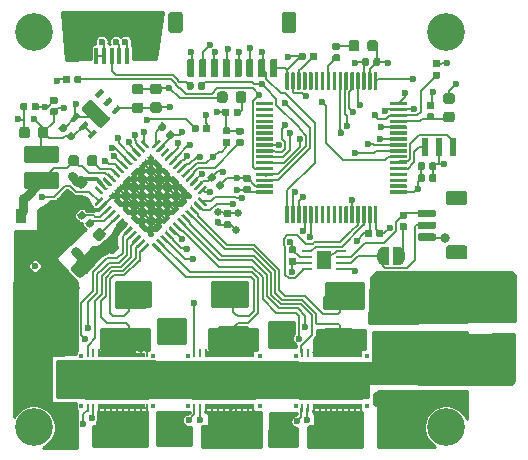
<source format=gtl>
G04 #@! TF.GenerationSoftware,KiCad,Pcbnew,(5.1.4-0)*
G04 #@! TF.CreationDate,2019-10-13T11:49:40-04:00*
G04 #@! TF.ProjectId,PCB_V1.3,5043425f-5631-42e3-932e-6b696361645f,rev?*
G04 #@! TF.SameCoordinates,Original*
G04 #@! TF.FileFunction,Copper,L1,Top*
G04 #@! TF.FilePolarity,Positive*
%FSLAX46Y46*%
G04 Gerber Fmt 4.6, Leading zero omitted, Abs format (unit mm)*
G04 Created by KiCad (PCBNEW (5.1.4-0)) date 2019-10-13 11:49:40*
%MOMM*%
%LPD*%
G04 APERTURE LIST*
%ADD10C,0.100000*%
%ADD11C,0.590000*%
%ADD12R,0.375000X0.430000*%
%ADD13R,0.250000X0.700000*%
%ADD14R,5.400000X3.300000*%
%ADD15R,1.200000X1.650000*%
%ADD16O,0.850000X0.250000*%
%ADD17C,1.200000*%
%ADD18C,0.600000*%
%ADD19C,0.875000*%
%ADD20R,1.150000X1.450000*%
%ADD21O,1.050000X1.900000*%
%ADD22R,1.750000X1.900000*%
%ADD23R,0.400000X1.400000*%
%ADD24C,0.300000*%
%ADD25C,0.700000*%
%ADD26C,0.806226*%
%ADD27C,0.250000*%
%ADD28C,0.342366*%
%ADD29C,0.371482*%
%ADD30C,1.250000*%
%ADD31C,0.400000*%
%ADD32C,1.400000*%
%ADD33R,0.900000X1.200000*%
%ADD34C,0.500000*%
%ADD35R,0.600000X1.600000*%
%ADD36C,3.200000*%
%ADD37C,0.800000*%
%ADD38C,0.650000*%
%ADD39C,0.210000*%
%ADD40C,0.250000*%
%ADD41C,0.205740*%
%ADD42C,0.300000*%
%ADD43C,0.800000*%
%ADD44C,0.206000*%
%ADD45C,0.254000*%
G04 APERTURE END LIST*
D10*
G36*
X85700000Y-80446120D02*
G01*
X85700000Y-80100000D01*
X89579610Y-80100000D01*
X89579610Y-80446120D01*
X85700000Y-80446120D01*
G37*
G36*
X85700000Y-84803500D02*
G01*
X85700000Y-84450000D01*
X89578540Y-84450000D01*
X89578540Y-84803500D01*
X85700000Y-84803500D01*
G37*
G36*
X76600000Y-80446120D02*
G01*
X76600000Y-80100000D01*
X80479610Y-80100000D01*
X80479610Y-80446120D01*
X76600000Y-80446120D01*
G37*
G36*
X76600000Y-84803500D02*
G01*
X76600000Y-84450000D01*
X80478540Y-84450000D01*
X80478540Y-84803500D01*
X76600000Y-84803500D01*
G37*
G36*
X67550000Y-80446120D02*
G01*
X67550000Y-80100000D01*
X71429610Y-80100000D01*
X71429610Y-80446120D01*
X67550000Y-80446120D01*
G37*
G36*
X67550000Y-84803500D02*
G01*
X67550000Y-84450000D01*
X71428540Y-84450000D01*
X71428540Y-84803500D01*
X67550000Y-84803500D01*
G37*
G36*
X73565083Y-61269883D02*
G01*
X73579401Y-61272007D01*
X73593442Y-61275524D01*
X73607071Y-61280401D01*
X73620156Y-61286590D01*
X73632572Y-61294031D01*
X73644198Y-61302654D01*
X73654923Y-61312375D01*
X73863519Y-61520971D01*
X73873240Y-61531696D01*
X73881863Y-61543322D01*
X73889304Y-61555738D01*
X73895493Y-61568823D01*
X73900370Y-61582452D01*
X73903887Y-61596493D01*
X73906011Y-61610811D01*
X73906721Y-61625269D01*
X73906011Y-61639727D01*
X73903887Y-61654045D01*
X73900370Y-61668086D01*
X73895493Y-61681715D01*
X73889304Y-61694800D01*
X73881863Y-61707216D01*
X73873240Y-61718842D01*
X73863519Y-61729567D01*
X73619567Y-61973519D01*
X73608842Y-61983240D01*
X73597216Y-61991863D01*
X73584800Y-61999304D01*
X73571715Y-62005493D01*
X73558086Y-62010370D01*
X73544045Y-62013887D01*
X73529727Y-62016011D01*
X73515269Y-62016721D01*
X73500811Y-62016011D01*
X73486493Y-62013887D01*
X73472452Y-62010370D01*
X73458823Y-62005493D01*
X73445738Y-61999304D01*
X73433322Y-61991863D01*
X73421696Y-61983240D01*
X73410971Y-61973519D01*
X73202375Y-61764923D01*
X73192654Y-61754198D01*
X73184031Y-61742572D01*
X73176590Y-61730156D01*
X73170401Y-61717071D01*
X73165524Y-61703442D01*
X73162007Y-61689401D01*
X73159883Y-61675083D01*
X73159173Y-61660625D01*
X73159883Y-61646167D01*
X73162007Y-61631849D01*
X73165524Y-61617808D01*
X73170401Y-61604179D01*
X73176590Y-61591094D01*
X73184031Y-61578678D01*
X73192654Y-61567052D01*
X73202375Y-61556327D01*
X73446327Y-61312375D01*
X73457052Y-61302654D01*
X73468678Y-61294031D01*
X73481094Y-61286590D01*
X73494179Y-61280401D01*
X73507808Y-61275524D01*
X73521849Y-61272007D01*
X73536167Y-61269883D01*
X73550625Y-61269173D01*
X73565083Y-61269883D01*
X73565083Y-61269883D01*
G37*
D11*
X73532947Y-61642947D03*
D10*
G36*
X72879189Y-60583989D02*
G01*
X72893507Y-60586113D01*
X72907548Y-60589630D01*
X72921177Y-60594507D01*
X72934262Y-60600696D01*
X72946678Y-60608137D01*
X72958304Y-60616760D01*
X72969029Y-60626481D01*
X73177625Y-60835077D01*
X73187346Y-60845802D01*
X73195969Y-60857428D01*
X73203410Y-60869844D01*
X73209599Y-60882929D01*
X73214476Y-60896558D01*
X73217993Y-60910599D01*
X73220117Y-60924917D01*
X73220827Y-60939375D01*
X73220117Y-60953833D01*
X73217993Y-60968151D01*
X73214476Y-60982192D01*
X73209599Y-60995821D01*
X73203410Y-61008906D01*
X73195969Y-61021322D01*
X73187346Y-61032948D01*
X73177625Y-61043673D01*
X72933673Y-61287625D01*
X72922948Y-61297346D01*
X72911322Y-61305969D01*
X72898906Y-61313410D01*
X72885821Y-61319599D01*
X72872192Y-61324476D01*
X72858151Y-61327993D01*
X72843833Y-61330117D01*
X72829375Y-61330827D01*
X72814917Y-61330117D01*
X72800599Y-61327993D01*
X72786558Y-61324476D01*
X72772929Y-61319599D01*
X72759844Y-61313410D01*
X72747428Y-61305969D01*
X72735802Y-61297346D01*
X72725077Y-61287625D01*
X72516481Y-61079029D01*
X72506760Y-61068304D01*
X72498137Y-61056678D01*
X72490696Y-61044262D01*
X72484507Y-61031177D01*
X72479630Y-61017548D01*
X72476113Y-61003507D01*
X72473989Y-60989189D01*
X72473279Y-60974731D01*
X72473989Y-60960273D01*
X72476113Y-60945955D01*
X72479630Y-60931914D01*
X72484507Y-60918285D01*
X72490696Y-60905200D01*
X72498137Y-60892784D01*
X72506760Y-60881158D01*
X72516481Y-60870433D01*
X72760433Y-60626481D01*
X72771158Y-60616760D01*
X72782784Y-60608137D01*
X72795200Y-60600696D01*
X72808285Y-60594507D01*
X72821914Y-60589630D01*
X72835955Y-60586113D01*
X72850273Y-60583989D01*
X72864731Y-60583279D01*
X72879189Y-60583989D01*
X72879189Y-60583989D01*
G37*
D11*
X72847053Y-60957053D03*
D12*
X90213000Y-80335000D03*
X90213000Y-84565000D03*
X84187000Y-84565000D03*
X84187000Y-80335000D03*
D13*
X85200000Y-80100000D03*
X85700000Y-80100000D03*
X86200000Y-80100000D03*
X86700000Y-80100000D03*
X87200000Y-80100000D03*
X87700000Y-80100000D03*
X88200000Y-80100000D03*
X88700000Y-80100000D03*
X89200000Y-80100000D03*
X89700000Y-80100000D03*
X89700000Y-84800000D03*
X89200000Y-84800000D03*
X88700000Y-84800000D03*
X88200000Y-84800000D03*
X87700000Y-84800000D03*
X87200000Y-84800000D03*
X86700000Y-84800000D03*
X86200000Y-84800000D03*
X85700000Y-84800000D03*
X85200000Y-84800000D03*
X84700000Y-80100000D03*
X84700000Y-84800000D03*
D14*
X87200000Y-82450000D03*
D12*
X81113000Y-80335000D03*
X81113000Y-84565000D03*
X75087000Y-84565000D03*
X75087000Y-80335000D03*
D13*
X76100000Y-80100000D03*
X76600000Y-80100000D03*
X77100000Y-80100000D03*
X77600000Y-80100000D03*
X78100000Y-80100000D03*
X78600000Y-80100000D03*
X79100000Y-80100000D03*
X79600000Y-80100000D03*
X80100000Y-80100000D03*
X80600000Y-80100000D03*
X80600000Y-84800000D03*
X80100000Y-84800000D03*
X79600000Y-84800000D03*
X79100000Y-84800000D03*
X78600000Y-84800000D03*
X78100000Y-84800000D03*
X77600000Y-84800000D03*
X77100000Y-84800000D03*
X76600000Y-84800000D03*
X76100000Y-84800000D03*
X75600000Y-80100000D03*
X75600000Y-84800000D03*
D14*
X78100000Y-82450000D03*
D12*
X72063000Y-80335000D03*
X72063000Y-84565000D03*
X66037000Y-84565000D03*
X66037000Y-80335000D03*
D13*
X67050000Y-80100000D03*
X67550000Y-80100000D03*
X68050000Y-80100000D03*
X68550000Y-80100000D03*
X69050000Y-80100000D03*
X69550000Y-80100000D03*
X70050000Y-80100000D03*
X70550000Y-80100000D03*
X71050000Y-80100000D03*
X71550000Y-80100000D03*
X71550000Y-84800000D03*
X71050000Y-84800000D03*
X70550000Y-84800000D03*
X70050000Y-84800000D03*
X69550000Y-84800000D03*
X69050000Y-84800000D03*
X68550000Y-84800000D03*
X68050000Y-84800000D03*
X67550000Y-84800000D03*
X67050000Y-84800000D03*
X66550000Y-80100000D03*
X66550000Y-84800000D03*
D14*
X69050000Y-82450000D03*
D15*
X86600000Y-72250000D03*
D16*
X88050000Y-73000000D03*
X88050000Y-72500000D03*
X88050000Y-72000000D03*
X88050000Y-71500000D03*
X85150000Y-73000000D03*
X85150000Y-72500000D03*
X85150000Y-72000000D03*
X85150000Y-71500000D03*
D10*
G36*
X76361958Y-57180710D02*
G01*
X76376276Y-57182834D01*
X76390317Y-57186351D01*
X76403946Y-57191228D01*
X76417031Y-57197417D01*
X76429447Y-57204858D01*
X76441073Y-57213481D01*
X76451798Y-57223202D01*
X76461519Y-57233927D01*
X76470142Y-57245553D01*
X76477583Y-57257969D01*
X76483772Y-57271054D01*
X76488649Y-57284683D01*
X76492166Y-57298724D01*
X76494290Y-57313042D01*
X76495000Y-57327500D01*
X76495000Y-57672500D01*
X76494290Y-57686958D01*
X76492166Y-57701276D01*
X76488649Y-57715317D01*
X76483772Y-57728946D01*
X76477583Y-57742031D01*
X76470142Y-57754447D01*
X76461519Y-57766073D01*
X76451798Y-57776798D01*
X76441073Y-57786519D01*
X76429447Y-57795142D01*
X76417031Y-57802583D01*
X76403946Y-57808772D01*
X76390317Y-57813649D01*
X76376276Y-57817166D01*
X76361958Y-57819290D01*
X76347500Y-57820000D01*
X76052500Y-57820000D01*
X76038042Y-57819290D01*
X76023724Y-57817166D01*
X76009683Y-57813649D01*
X75996054Y-57808772D01*
X75982969Y-57802583D01*
X75970553Y-57795142D01*
X75958927Y-57786519D01*
X75948202Y-57776798D01*
X75938481Y-57766073D01*
X75929858Y-57754447D01*
X75922417Y-57742031D01*
X75916228Y-57728946D01*
X75911351Y-57715317D01*
X75907834Y-57701276D01*
X75905710Y-57686958D01*
X75905000Y-57672500D01*
X75905000Y-57327500D01*
X75905710Y-57313042D01*
X75907834Y-57298724D01*
X75911351Y-57284683D01*
X75916228Y-57271054D01*
X75922417Y-57257969D01*
X75929858Y-57245553D01*
X75938481Y-57233927D01*
X75948202Y-57223202D01*
X75958927Y-57213481D01*
X75970553Y-57204858D01*
X75982969Y-57197417D01*
X75996054Y-57191228D01*
X76009683Y-57186351D01*
X76023724Y-57182834D01*
X76038042Y-57180710D01*
X76052500Y-57180000D01*
X76347500Y-57180000D01*
X76361958Y-57180710D01*
X76361958Y-57180710D01*
G37*
D11*
X76200000Y-57500000D03*
D10*
G36*
X75391958Y-57180710D02*
G01*
X75406276Y-57182834D01*
X75420317Y-57186351D01*
X75433946Y-57191228D01*
X75447031Y-57197417D01*
X75459447Y-57204858D01*
X75471073Y-57213481D01*
X75481798Y-57223202D01*
X75491519Y-57233927D01*
X75500142Y-57245553D01*
X75507583Y-57257969D01*
X75513772Y-57271054D01*
X75518649Y-57284683D01*
X75522166Y-57298724D01*
X75524290Y-57313042D01*
X75525000Y-57327500D01*
X75525000Y-57672500D01*
X75524290Y-57686958D01*
X75522166Y-57701276D01*
X75518649Y-57715317D01*
X75513772Y-57728946D01*
X75507583Y-57742031D01*
X75500142Y-57754447D01*
X75491519Y-57766073D01*
X75481798Y-57776798D01*
X75471073Y-57786519D01*
X75459447Y-57795142D01*
X75447031Y-57802583D01*
X75433946Y-57808772D01*
X75420317Y-57813649D01*
X75406276Y-57817166D01*
X75391958Y-57819290D01*
X75377500Y-57820000D01*
X75082500Y-57820000D01*
X75068042Y-57819290D01*
X75053724Y-57817166D01*
X75039683Y-57813649D01*
X75026054Y-57808772D01*
X75012969Y-57802583D01*
X75000553Y-57795142D01*
X74988927Y-57786519D01*
X74978202Y-57776798D01*
X74968481Y-57766073D01*
X74959858Y-57754447D01*
X74952417Y-57742031D01*
X74946228Y-57728946D01*
X74941351Y-57715317D01*
X74937834Y-57701276D01*
X74935710Y-57686958D01*
X74935000Y-57672500D01*
X74935000Y-57327500D01*
X74935710Y-57313042D01*
X74937834Y-57298724D01*
X74941351Y-57284683D01*
X74946228Y-57271054D01*
X74952417Y-57257969D01*
X74959858Y-57245553D01*
X74968481Y-57233927D01*
X74978202Y-57223202D01*
X74988927Y-57213481D01*
X75000553Y-57204858D01*
X75012969Y-57197417D01*
X75026054Y-57191228D01*
X75039683Y-57186351D01*
X75053724Y-57182834D01*
X75068042Y-57180710D01*
X75082500Y-57180000D01*
X75377500Y-57180000D01*
X75391958Y-57180710D01*
X75391958Y-57180710D01*
G37*
D11*
X75230000Y-57500000D03*
D10*
G36*
X74374505Y-51226204D02*
G01*
X74398773Y-51229804D01*
X74422572Y-51235765D01*
X74445671Y-51244030D01*
X74467850Y-51254520D01*
X74488893Y-51267132D01*
X74508599Y-51281747D01*
X74526777Y-51298223D01*
X74543253Y-51316401D01*
X74557868Y-51336107D01*
X74570480Y-51357150D01*
X74580970Y-51379329D01*
X74589235Y-51402428D01*
X74595196Y-51426227D01*
X74598796Y-51450495D01*
X74600000Y-51474999D01*
X74600000Y-52775001D01*
X74598796Y-52799505D01*
X74595196Y-52823773D01*
X74589235Y-52847572D01*
X74580970Y-52870671D01*
X74570480Y-52892850D01*
X74557868Y-52913893D01*
X74543253Y-52933599D01*
X74526777Y-52951777D01*
X74508599Y-52968253D01*
X74488893Y-52982868D01*
X74467850Y-52995480D01*
X74445671Y-53005970D01*
X74422572Y-53014235D01*
X74398773Y-53020196D01*
X74374505Y-53023796D01*
X74350001Y-53025000D01*
X73649999Y-53025000D01*
X73625495Y-53023796D01*
X73601227Y-53020196D01*
X73577428Y-53014235D01*
X73554329Y-53005970D01*
X73532150Y-52995480D01*
X73511107Y-52982868D01*
X73491401Y-52968253D01*
X73473223Y-52951777D01*
X73456747Y-52933599D01*
X73442132Y-52913893D01*
X73429520Y-52892850D01*
X73419030Y-52870671D01*
X73410765Y-52847572D01*
X73404804Y-52823773D01*
X73401204Y-52799505D01*
X73400000Y-52775001D01*
X73400000Y-51474999D01*
X73401204Y-51450495D01*
X73404804Y-51426227D01*
X73410765Y-51402428D01*
X73419030Y-51379329D01*
X73429520Y-51357150D01*
X73442132Y-51336107D01*
X73456747Y-51316401D01*
X73473223Y-51298223D01*
X73491401Y-51281747D01*
X73511107Y-51267132D01*
X73532150Y-51254520D01*
X73554329Y-51244030D01*
X73577428Y-51235765D01*
X73601227Y-51229804D01*
X73625495Y-51226204D01*
X73649999Y-51225000D01*
X74350001Y-51225000D01*
X74374505Y-51226204D01*
X74374505Y-51226204D01*
G37*
D17*
X74000000Y-52125000D03*
D10*
G36*
X83974505Y-51226204D02*
G01*
X83998773Y-51229804D01*
X84022572Y-51235765D01*
X84045671Y-51244030D01*
X84067850Y-51254520D01*
X84088893Y-51267132D01*
X84108599Y-51281747D01*
X84126777Y-51298223D01*
X84143253Y-51316401D01*
X84157868Y-51336107D01*
X84170480Y-51357150D01*
X84180970Y-51379329D01*
X84189235Y-51402428D01*
X84195196Y-51426227D01*
X84198796Y-51450495D01*
X84200000Y-51474999D01*
X84200000Y-52775001D01*
X84198796Y-52799505D01*
X84195196Y-52823773D01*
X84189235Y-52847572D01*
X84180970Y-52870671D01*
X84170480Y-52892850D01*
X84157868Y-52913893D01*
X84143253Y-52933599D01*
X84126777Y-52951777D01*
X84108599Y-52968253D01*
X84088893Y-52982868D01*
X84067850Y-52995480D01*
X84045671Y-53005970D01*
X84022572Y-53014235D01*
X83998773Y-53020196D01*
X83974505Y-53023796D01*
X83950001Y-53025000D01*
X83249999Y-53025000D01*
X83225495Y-53023796D01*
X83201227Y-53020196D01*
X83177428Y-53014235D01*
X83154329Y-53005970D01*
X83132150Y-52995480D01*
X83111107Y-52982868D01*
X83091401Y-52968253D01*
X83073223Y-52951777D01*
X83056747Y-52933599D01*
X83042132Y-52913893D01*
X83029520Y-52892850D01*
X83019030Y-52870671D01*
X83010765Y-52847572D01*
X83004804Y-52823773D01*
X83001204Y-52799505D01*
X83000000Y-52775001D01*
X83000000Y-51474999D01*
X83001204Y-51450495D01*
X83004804Y-51426227D01*
X83010765Y-51402428D01*
X83019030Y-51379329D01*
X83029520Y-51357150D01*
X83042132Y-51336107D01*
X83056747Y-51316401D01*
X83073223Y-51298223D01*
X83091401Y-51281747D01*
X83111107Y-51267132D01*
X83132150Y-51254520D01*
X83154329Y-51244030D01*
X83177428Y-51235765D01*
X83201227Y-51229804D01*
X83225495Y-51226204D01*
X83249999Y-51225000D01*
X83950001Y-51225000D01*
X83974505Y-51226204D01*
X83974505Y-51226204D01*
G37*
D17*
X83600000Y-52125000D03*
D10*
G36*
X75464703Y-55225722D02*
G01*
X75479264Y-55227882D01*
X75493543Y-55231459D01*
X75507403Y-55236418D01*
X75520710Y-55242712D01*
X75533336Y-55250280D01*
X75545159Y-55259048D01*
X75556066Y-55268934D01*
X75565952Y-55279841D01*
X75574720Y-55291664D01*
X75582288Y-55304290D01*
X75588582Y-55317597D01*
X75593541Y-55331457D01*
X75597118Y-55345736D01*
X75599278Y-55360297D01*
X75600000Y-55375000D01*
X75600000Y-56625000D01*
X75599278Y-56639703D01*
X75597118Y-56654264D01*
X75593541Y-56668543D01*
X75588582Y-56682403D01*
X75582288Y-56695710D01*
X75574720Y-56708336D01*
X75565952Y-56720159D01*
X75556066Y-56731066D01*
X75545159Y-56740952D01*
X75533336Y-56749720D01*
X75520710Y-56757288D01*
X75507403Y-56763582D01*
X75493543Y-56768541D01*
X75479264Y-56772118D01*
X75464703Y-56774278D01*
X75450000Y-56775000D01*
X75150000Y-56775000D01*
X75135297Y-56774278D01*
X75120736Y-56772118D01*
X75106457Y-56768541D01*
X75092597Y-56763582D01*
X75079290Y-56757288D01*
X75066664Y-56749720D01*
X75054841Y-56740952D01*
X75043934Y-56731066D01*
X75034048Y-56720159D01*
X75025280Y-56708336D01*
X75017712Y-56695710D01*
X75011418Y-56682403D01*
X75006459Y-56668543D01*
X75002882Y-56654264D01*
X75000722Y-56639703D01*
X75000000Y-56625000D01*
X75000000Y-55375000D01*
X75000722Y-55360297D01*
X75002882Y-55345736D01*
X75006459Y-55331457D01*
X75011418Y-55317597D01*
X75017712Y-55304290D01*
X75025280Y-55291664D01*
X75034048Y-55279841D01*
X75043934Y-55268934D01*
X75054841Y-55259048D01*
X75066664Y-55250280D01*
X75079290Y-55242712D01*
X75092597Y-55236418D01*
X75106457Y-55231459D01*
X75120736Y-55227882D01*
X75135297Y-55225722D01*
X75150000Y-55225000D01*
X75450000Y-55225000D01*
X75464703Y-55225722D01*
X75464703Y-55225722D01*
G37*
D18*
X75300000Y-56000000D03*
D10*
G36*
X76464703Y-55225722D02*
G01*
X76479264Y-55227882D01*
X76493543Y-55231459D01*
X76507403Y-55236418D01*
X76520710Y-55242712D01*
X76533336Y-55250280D01*
X76545159Y-55259048D01*
X76556066Y-55268934D01*
X76565952Y-55279841D01*
X76574720Y-55291664D01*
X76582288Y-55304290D01*
X76588582Y-55317597D01*
X76593541Y-55331457D01*
X76597118Y-55345736D01*
X76599278Y-55360297D01*
X76600000Y-55375000D01*
X76600000Y-56625000D01*
X76599278Y-56639703D01*
X76597118Y-56654264D01*
X76593541Y-56668543D01*
X76588582Y-56682403D01*
X76582288Y-56695710D01*
X76574720Y-56708336D01*
X76565952Y-56720159D01*
X76556066Y-56731066D01*
X76545159Y-56740952D01*
X76533336Y-56749720D01*
X76520710Y-56757288D01*
X76507403Y-56763582D01*
X76493543Y-56768541D01*
X76479264Y-56772118D01*
X76464703Y-56774278D01*
X76450000Y-56775000D01*
X76150000Y-56775000D01*
X76135297Y-56774278D01*
X76120736Y-56772118D01*
X76106457Y-56768541D01*
X76092597Y-56763582D01*
X76079290Y-56757288D01*
X76066664Y-56749720D01*
X76054841Y-56740952D01*
X76043934Y-56731066D01*
X76034048Y-56720159D01*
X76025280Y-56708336D01*
X76017712Y-56695710D01*
X76011418Y-56682403D01*
X76006459Y-56668543D01*
X76002882Y-56654264D01*
X76000722Y-56639703D01*
X76000000Y-56625000D01*
X76000000Y-55375000D01*
X76000722Y-55360297D01*
X76002882Y-55345736D01*
X76006459Y-55331457D01*
X76011418Y-55317597D01*
X76017712Y-55304290D01*
X76025280Y-55291664D01*
X76034048Y-55279841D01*
X76043934Y-55268934D01*
X76054841Y-55259048D01*
X76066664Y-55250280D01*
X76079290Y-55242712D01*
X76092597Y-55236418D01*
X76106457Y-55231459D01*
X76120736Y-55227882D01*
X76135297Y-55225722D01*
X76150000Y-55225000D01*
X76450000Y-55225000D01*
X76464703Y-55225722D01*
X76464703Y-55225722D01*
G37*
D18*
X76300000Y-56000000D03*
D10*
G36*
X77464703Y-55225722D02*
G01*
X77479264Y-55227882D01*
X77493543Y-55231459D01*
X77507403Y-55236418D01*
X77520710Y-55242712D01*
X77533336Y-55250280D01*
X77545159Y-55259048D01*
X77556066Y-55268934D01*
X77565952Y-55279841D01*
X77574720Y-55291664D01*
X77582288Y-55304290D01*
X77588582Y-55317597D01*
X77593541Y-55331457D01*
X77597118Y-55345736D01*
X77599278Y-55360297D01*
X77600000Y-55375000D01*
X77600000Y-56625000D01*
X77599278Y-56639703D01*
X77597118Y-56654264D01*
X77593541Y-56668543D01*
X77588582Y-56682403D01*
X77582288Y-56695710D01*
X77574720Y-56708336D01*
X77565952Y-56720159D01*
X77556066Y-56731066D01*
X77545159Y-56740952D01*
X77533336Y-56749720D01*
X77520710Y-56757288D01*
X77507403Y-56763582D01*
X77493543Y-56768541D01*
X77479264Y-56772118D01*
X77464703Y-56774278D01*
X77450000Y-56775000D01*
X77150000Y-56775000D01*
X77135297Y-56774278D01*
X77120736Y-56772118D01*
X77106457Y-56768541D01*
X77092597Y-56763582D01*
X77079290Y-56757288D01*
X77066664Y-56749720D01*
X77054841Y-56740952D01*
X77043934Y-56731066D01*
X77034048Y-56720159D01*
X77025280Y-56708336D01*
X77017712Y-56695710D01*
X77011418Y-56682403D01*
X77006459Y-56668543D01*
X77002882Y-56654264D01*
X77000722Y-56639703D01*
X77000000Y-56625000D01*
X77000000Y-55375000D01*
X77000722Y-55360297D01*
X77002882Y-55345736D01*
X77006459Y-55331457D01*
X77011418Y-55317597D01*
X77017712Y-55304290D01*
X77025280Y-55291664D01*
X77034048Y-55279841D01*
X77043934Y-55268934D01*
X77054841Y-55259048D01*
X77066664Y-55250280D01*
X77079290Y-55242712D01*
X77092597Y-55236418D01*
X77106457Y-55231459D01*
X77120736Y-55227882D01*
X77135297Y-55225722D01*
X77150000Y-55225000D01*
X77450000Y-55225000D01*
X77464703Y-55225722D01*
X77464703Y-55225722D01*
G37*
D18*
X77300000Y-56000000D03*
D10*
G36*
X78464703Y-55225722D02*
G01*
X78479264Y-55227882D01*
X78493543Y-55231459D01*
X78507403Y-55236418D01*
X78520710Y-55242712D01*
X78533336Y-55250280D01*
X78545159Y-55259048D01*
X78556066Y-55268934D01*
X78565952Y-55279841D01*
X78574720Y-55291664D01*
X78582288Y-55304290D01*
X78588582Y-55317597D01*
X78593541Y-55331457D01*
X78597118Y-55345736D01*
X78599278Y-55360297D01*
X78600000Y-55375000D01*
X78600000Y-56625000D01*
X78599278Y-56639703D01*
X78597118Y-56654264D01*
X78593541Y-56668543D01*
X78588582Y-56682403D01*
X78582288Y-56695710D01*
X78574720Y-56708336D01*
X78565952Y-56720159D01*
X78556066Y-56731066D01*
X78545159Y-56740952D01*
X78533336Y-56749720D01*
X78520710Y-56757288D01*
X78507403Y-56763582D01*
X78493543Y-56768541D01*
X78479264Y-56772118D01*
X78464703Y-56774278D01*
X78450000Y-56775000D01*
X78150000Y-56775000D01*
X78135297Y-56774278D01*
X78120736Y-56772118D01*
X78106457Y-56768541D01*
X78092597Y-56763582D01*
X78079290Y-56757288D01*
X78066664Y-56749720D01*
X78054841Y-56740952D01*
X78043934Y-56731066D01*
X78034048Y-56720159D01*
X78025280Y-56708336D01*
X78017712Y-56695710D01*
X78011418Y-56682403D01*
X78006459Y-56668543D01*
X78002882Y-56654264D01*
X78000722Y-56639703D01*
X78000000Y-56625000D01*
X78000000Y-55375000D01*
X78000722Y-55360297D01*
X78002882Y-55345736D01*
X78006459Y-55331457D01*
X78011418Y-55317597D01*
X78017712Y-55304290D01*
X78025280Y-55291664D01*
X78034048Y-55279841D01*
X78043934Y-55268934D01*
X78054841Y-55259048D01*
X78066664Y-55250280D01*
X78079290Y-55242712D01*
X78092597Y-55236418D01*
X78106457Y-55231459D01*
X78120736Y-55227882D01*
X78135297Y-55225722D01*
X78150000Y-55225000D01*
X78450000Y-55225000D01*
X78464703Y-55225722D01*
X78464703Y-55225722D01*
G37*
D18*
X78300000Y-56000000D03*
D10*
G36*
X79464703Y-55225722D02*
G01*
X79479264Y-55227882D01*
X79493543Y-55231459D01*
X79507403Y-55236418D01*
X79520710Y-55242712D01*
X79533336Y-55250280D01*
X79545159Y-55259048D01*
X79556066Y-55268934D01*
X79565952Y-55279841D01*
X79574720Y-55291664D01*
X79582288Y-55304290D01*
X79588582Y-55317597D01*
X79593541Y-55331457D01*
X79597118Y-55345736D01*
X79599278Y-55360297D01*
X79600000Y-55375000D01*
X79600000Y-56625000D01*
X79599278Y-56639703D01*
X79597118Y-56654264D01*
X79593541Y-56668543D01*
X79588582Y-56682403D01*
X79582288Y-56695710D01*
X79574720Y-56708336D01*
X79565952Y-56720159D01*
X79556066Y-56731066D01*
X79545159Y-56740952D01*
X79533336Y-56749720D01*
X79520710Y-56757288D01*
X79507403Y-56763582D01*
X79493543Y-56768541D01*
X79479264Y-56772118D01*
X79464703Y-56774278D01*
X79450000Y-56775000D01*
X79150000Y-56775000D01*
X79135297Y-56774278D01*
X79120736Y-56772118D01*
X79106457Y-56768541D01*
X79092597Y-56763582D01*
X79079290Y-56757288D01*
X79066664Y-56749720D01*
X79054841Y-56740952D01*
X79043934Y-56731066D01*
X79034048Y-56720159D01*
X79025280Y-56708336D01*
X79017712Y-56695710D01*
X79011418Y-56682403D01*
X79006459Y-56668543D01*
X79002882Y-56654264D01*
X79000722Y-56639703D01*
X79000000Y-56625000D01*
X79000000Y-55375000D01*
X79000722Y-55360297D01*
X79002882Y-55345736D01*
X79006459Y-55331457D01*
X79011418Y-55317597D01*
X79017712Y-55304290D01*
X79025280Y-55291664D01*
X79034048Y-55279841D01*
X79043934Y-55268934D01*
X79054841Y-55259048D01*
X79066664Y-55250280D01*
X79079290Y-55242712D01*
X79092597Y-55236418D01*
X79106457Y-55231459D01*
X79120736Y-55227882D01*
X79135297Y-55225722D01*
X79150000Y-55225000D01*
X79450000Y-55225000D01*
X79464703Y-55225722D01*
X79464703Y-55225722D01*
G37*
D18*
X79300000Y-56000000D03*
D10*
G36*
X80464703Y-55225722D02*
G01*
X80479264Y-55227882D01*
X80493543Y-55231459D01*
X80507403Y-55236418D01*
X80520710Y-55242712D01*
X80533336Y-55250280D01*
X80545159Y-55259048D01*
X80556066Y-55268934D01*
X80565952Y-55279841D01*
X80574720Y-55291664D01*
X80582288Y-55304290D01*
X80588582Y-55317597D01*
X80593541Y-55331457D01*
X80597118Y-55345736D01*
X80599278Y-55360297D01*
X80600000Y-55375000D01*
X80600000Y-56625000D01*
X80599278Y-56639703D01*
X80597118Y-56654264D01*
X80593541Y-56668543D01*
X80588582Y-56682403D01*
X80582288Y-56695710D01*
X80574720Y-56708336D01*
X80565952Y-56720159D01*
X80556066Y-56731066D01*
X80545159Y-56740952D01*
X80533336Y-56749720D01*
X80520710Y-56757288D01*
X80507403Y-56763582D01*
X80493543Y-56768541D01*
X80479264Y-56772118D01*
X80464703Y-56774278D01*
X80450000Y-56775000D01*
X80150000Y-56775000D01*
X80135297Y-56774278D01*
X80120736Y-56772118D01*
X80106457Y-56768541D01*
X80092597Y-56763582D01*
X80079290Y-56757288D01*
X80066664Y-56749720D01*
X80054841Y-56740952D01*
X80043934Y-56731066D01*
X80034048Y-56720159D01*
X80025280Y-56708336D01*
X80017712Y-56695710D01*
X80011418Y-56682403D01*
X80006459Y-56668543D01*
X80002882Y-56654264D01*
X80000722Y-56639703D01*
X80000000Y-56625000D01*
X80000000Y-55375000D01*
X80000722Y-55360297D01*
X80002882Y-55345736D01*
X80006459Y-55331457D01*
X80011418Y-55317597D01*
X80017712Y-55304290D01*
X80025280Y-55291664D01*
X80034048Y-55279841D01*
X80043934Y-55268934D01*
X80054841Y-55259048D01*
X80066664Y-55250280D01*
X80079290Y-55242712D01*
X80092597Y-55236418D01*
X80106457Y-55231459D01*
X80120736Y-55227882D01*
X80135297Y-55225722D01*
X80150000Y-55225000D01*
X80450000Y-55225000D01*
X80464703Y-55225722D01*
X80464703Y-55225722D01*
G37*
D18*
X80300000Y-56000000D03*
D10*
G36*
X81464703Y-55225722D02*
G01*
X81479264Y-55227882D01*
X81493543Y-55231459D01*
X81507403Y-55236418D01*
X81520710Y-55242712D01*
X81533336Y-55250280D01*
X81545159Y-55259048D01*
X81556066Y-55268934D01*
X81565952Y-55279841D01*
X81574720Y-55291664D01*
X81582288Y-55304290D01*
X81588582Y-55317597D01*
X81593541Y-55331457D01*
X81597118Y-55345736D01*
X81599278Y-55360297D01*
X81600000Y-55375000D01*
X81600000Y-56625000D01*
X81599278Y-56639703D01*
X81597118Y-56654264D01*
X81593541Y-56668543D01*
X81588582Y-56682403D01*
X81582288Y-56695710D01*
X81574720Y-56708336D01*
X81565952Y-56720159D01*
X81556066Y-56731066D01*
X81545159Y-56740952D01*
X81533336Y-56749720D01*
X81520710Y-56757288D01*
X81507403Y-56763582D01*
X81493543Y-56768541D01*
X81479264Y-56772118D01*
X81464703Y-56774278D01*
X81450000Y-56775000D01*
X81150000Y-56775000D01*
X81135297Y-56774278D01*
X81120736Y-56772118D01*
X81106457Y-56768541D01*
X81092597Y-56763582D01*
X81079290Y-56757288D01*
X81066664Y-56749720D01*
X81054841Y-56740952D01*
X81043934Y-56731066D01*
X81034048Y-56720159D01*
X81025280Y-56708336D01*
X81017712Y-56695710D01*
X81011418Y-56682403D01*
X81006459Y-56668543D01*
X81002882Y-56654264D01*
X81000722Y-56639703D01*
X81000000Y-56625000D01*
X81000000Y-55375000D01*
X81000722Y-55360297D01*
X81002882Y-55345736D01*
X81006459Y-55331457D01*
X81011418Y-55317597D01*
X81017712Y-55304290D01*
X81025280Y-55291664D01*
X81034048Y-55279841D01*
X81043934Y-55268934D01*
X81054841Y-55259048D01*
X81066664Y-55250280D01*
X81079290Y-55242712D01*
X81092597Y-55236418D01*
X81106457Y-55231459D01*
X81120736Y-55227882D01*
X81135297Y-55225722D01*
X81150000Y-55225000D01*
X81450000Y-55225000D01*
X81464703Y-55225722D01*
X81464703Y-55225722D01*
G37*
D18*
X81300000Y-56000000D03*
D10*
G36*
X82464703Y-55225722D02*
G01*
X82479264Y-55227882D01*
X82493543Y-55231459D01*
X82507403Y-55236418D01*
X82520710Y-55242712D01*
X82533336Y-55250280D01*
X82545159Y-55259048D01*
X82556066Y-55268934D01*
X82565952Y-55279841D01*
X82574720Y-55291664D01*
X82582288Y-55304290D01*
X82588582Y-55317597D01*
X82593541Y-55331457D01*
X82597118Y-55345736D01*
X82599278Y-55360297D01*
X82600000Y-55375000D01*
X82600000Y-56625000D01*
X82599278Y-56639703D01*
X82597118Y-56654264D01*
X82593541Y-56668543D01*
X82588582Y-56682403D01*
X82582288Y-56695710D01*
X82574720Y-56708336D01*
X82565952Y-56720159D01*
X82556066Y-56731066D01*
X82545159Y-56740952D01*
X82533336Y-56749720D01*
X82520710Y-56757288D01*
X82507403Y-56763582D01*
X82493543Y-56768541D01*
X82479264Y-56772118D01*
X82464703Y-56774278D01*
X82450000Y-56775000D01*
X82150000Y-56775000D01*
X82135297Y-56774278D01*
X82120736Y-56772118D01*
X82106457Y-56768541D01*
X82092597Y-56763582D01*
X82079290Y-56757288D01*
X82066664Y-56749720D01*
X82054841Y-56740952D01*
X82043934Y-56731066D01*
X82034048Y-56720159D01*
X82025280Y-56708336D01*
X82017712Y-56695710D01*
X82011418Y-56682403D01*
X82006459Y-56668543D01*
X82002882Y-56654264D01*
X82000722Y-56639703D01*
X82000000Y-56625000D01*
X82000000Y-55375000D01*
X82000722Y-55360297D01*
X82002882Y-55345736D01*
X82006459Y-55331457D01*
X82011418Y-55317597D01*
X82017712Y-55304290D01*
X82025280Y-55291664D01*
X82034048Y-55279841D01*
X82043934Y-55268934D01*
X82054841Y-55259048D01*
X82066664Y-55250280D01*
X82079290Y-55242712D01*
X82092597Y-55236418D01*
X82106457Y-55231459D01*
X82120736Y-55227882D01*
X82135297Y-55225722D01*
X82150000Y-55225000D01*
X82450000Y-55225000D01*
X82464703Y-55225722D01*
X82464703Y-55225722D01*
G37*
D18*
X82300000Y-56000000D03*
D10*
G36*
X67190191Y-63376053D02*
G01*
X67211426Y-63379203D01*
X67232250Y-63384419D01*
X67252462Y-63391651D01*
X67271868Y-63400830D01*
X67290281Y-63411866D01*
X67307524Y-63424654D01*
X67323430Y-63439070D01*
X67337846Y-63454976D01*
X67350634Y-63472219D01*
X67361670Y-63490632D01*
X67370849Y-63510038D01*
X67378081Y-63530250D01*
X67383297Y-63551074D01*
X67386447Y-63572309D01*
X67387500Y-63593750D01*
X67387500Y-64106250D01*
X67386447Y-64127691D01*
X67383297Y-64148926D01*
X67378081Y-64169750D01*
X67370849Y-64189962D01*
X67361670Y-64209368D01*
X67350634Y-64227781D01*
X67337846Y-64245024D01*
X67323430Y-64260930D01*
X67307524Y-64275346D01*
X67290281Y-64288134D01*
X67271868Y-64299170D01*
X67252462Y-64308349D01*
X67232250Y-64315581D01*
X67211426Y-64320797D01*
X67190191Y-64323947D01*
X67168750Y-64325000D01*
X66731250Y-64325000D01*
X66709809Y-64323947D01*
X66688574Y-64320797D01*
X66667750Y-64315581D01*
X66647538Y-64308349D01*
X66628132Y-64299170D01*
X66609719Y-64288134D01*
X66592476Y-64275346D01*
X66576570Y-64260930D01*
X66562154Y-64245024D01*
X66549366Y-64227781D01*
X66538330Y-64209368D01*
X66529151Y-64189962D01*
X66521919Y-64169750D01*
X66516703Y-64148926D01*
X66513553Y-64127691D01*
X66512500Y-64106250D01*
X66512500Y-63593750D01*
X66513553Y-63572309D01*
X66516703Y-63551074D01*
X66521919Y-63530250D01*
X66529151Y-63510038D01*
X66538330Y-63490632D01*
X66549366Y-63472219D01*
X66562154Y-63454976D01*
X66576570Y-63439070D01*
X66592476Y-63424654D01*
X66609719Y-63411866D01*
X66628132Y-63400830D01*
X66647538Y-63391651D01*
X66667750Y-63384419D01*
X66688574Y-63379203D01*
X66709809Y-63376053D01*
X66731250Y-63375000D01*
X67168750Y-63375000D01*
X67190191Y-63376053D01*
X67190191Y-63376053D01*
G37*
D19*
X66950000Y-63850000D03*
D10*
G36*
X65615191Y-63376053D02*
G01*
X65636426Y-63379203D01*
X65657250Y-63384419D01*
X65677462Y-63391651D01*
X65696868Y-63400830D01*
X65715281Y-63411866D01*
X65732524Y-63424654D01*
X65748430Y-63439070D01*
X65762846Y-63454976D01*
X65775634Y-63472219D01*
X65786670Y-63490632D01*
X65795849Y-63510038D01*
X65803081Y-63530250D01*
X65808297Y-63551074D01*
X65811447Y-63572309D01*
X65812500Y-63593750D01*
X65812500Y-64106250D01*
X65811447Y-64127691D01*
X65808297Y-64148926D01*
X65803081Y-64169750D01*
X65795849Y-64189962D01*
X65786670Y-64209368D01*
X65775634Y-64227781D01*
X65762846Y-64245024D01*
X65748430Y-64260930D01*
X65732524Y-64275346D01*
X65715281Y-64288134D01*
X65696868Y-64299170D01*
X65677462Y-64308349D01*
X65657250Y-64315581D01*
X65636426Y-64320797D01*
X65615191Y-64323947D01*
X65593750Y-64325000D01*
X65156250Y-64325000D01*
X65134809Y-64323947D01*
X65113574Y-64320797D01*
X65092750Y-64315581D01*
X65072538Y-64308349D01*
X65053132Y-64299170D01*
X65034719Y-64288134D01*
X65017476Y-64275346D01*
X65001570Y-64260930D01*
X64987154Y-64245024D01*
X64974366Y-64227781D01*
X64963330Y-64209368D01*
X64954151Y-64189962D01*
X64946919Y-64169750D01*
X64941703Y-64148926D01*
X64938553Y-64127691D01*
X64937500Y-64106250D01*
X64937500Y-63593750D01*
X64938553Y-63572309D01*
X64941703Y-63551074D01*
X64946919Y-63530250D01*
X64954151Y-63510038D01*
X64963330Y-63490632D01*
X64974366Y-63472219D01*
X64987154Y-63454976D01*
X65001570Y-63439070D01*
X65017476Y-63424654D01*
X65034719Y-63411866D01*
X65053132Y-63400830D01*
X65072538Y-63391651D01*
X65092750Y-63384419D01*
X65113574Y-63379203D01*
X65134809Y-63376053D01*
X65156250Y-63375000D01*
X65593750Y-63375000D01*
X65615191Y-63376053D01*
X65615191Y-63376053D01*
G37*
D19*
X65375000Y-63850000D03*
D10*
G36*
X65896958Y-56630710D02*
G01*
X65911276Y-56632834D01*
X65925317Y-56636351D01*
X65938946Y-56641228D01*
X65952031Y-56647417D01*
X65964447Y-56654858D01*
X65976073Y-56663481D01*
X65986798Y-56673202D01*
X65996519Y-56683927D01*
X66005142Y-56695553D01*
X66012583Y-56707969D01*
X66018772Y-56721054D01*
X66023649Y-56734683D01*
X66027166Y-56748724D01*
X66029290Y-56763042D01*
X66030000Y-56777500D01*
X66030000Y-57122500D01*
X66029290Y-57136958D01*
X66027166Y-57151276D01*
X66023649Y-57165317D01*
X66018772Y-57178946D01*
X66012583Y-57192031D01*
X66005142Y-57204447D01*
X65996519Y-57216073D01*
X65986798Y-57226798D01*
X65976073Y-57236519D01*
X65964447Y-57245142D01*
X65952031Y-57252583D01*
X65938946Y-57258772D01*
X65925317Y-57263649D01*
X65911276Y-57267166D01*
X65896958Y-57269290D01*
X65882500Y-57270000D01*
X65587500Y-57270000D01*
X65573042Y-57269290D01*
X65558724Y-57267166D01*
X65544683Y-57263649D01*
X65531054Y-57258772D01*
X65517969Y-57252583D01*
X65505553Y-57245142D01*
X65493927Y-57236519D01*
X65483202Y-57226798D01*
X65473481Y-57216073D01*
X65464858Y-57204447D01*
X65457417Y-57192031D01*
X65451228Y-57178946D01*
X65446351Y-57165317D01*
X65442834Y-57151276D01*
X65440710Y-57136958D01*
X65440000Y-57122500D01*
X65440000Y-56777500D01*
X65440710Y-56763042D01*
X65442834Y-56748724D01*
X65446351Y-56734683D01*
X65451228Y-56721054D01*
X65457417Y-56707969D01*
X65464858Y-56695553D01*
X65473481Y-56683927D01*
X65483202Y-56673202D01*
X65493927Y-56663481D01*
X65505553Y-56654858D01*
X65517969Y-56647417D01*
X65531054Y-56641228D01*
X65544683Y-56636351D01*
X65558724Y-56632834D01*
X65573042Y-56630710D01*
X65587500Y-56630000D01*
X65882500Y-56630000D01*
X65896958Y-56630710D01*
X65896958Y-56630710D01*
G37*
D11*
X65735000Y-56950000D03*
D10*
G36*
X64926958Y-56630710D02*
G01*
X64941276Y-56632834D01*
X64955317Y-56636351D01*
X64968946Y-56641228D01*
X64982031Y-56647417D01*
X64994447Y-56654858D01*
X65006073Y-56663481D01*
X65016798Y-56673202D01*
X65026519Y-56683927D01*
X65035142Y-56695553D01*
X65042583Y-56707969D01*
X65048772Y-56721054D01*
X65053649Y-56734683D01*
X65057166Y-56748724D01*
X65059290Y-56763042D01*
X65060000Y-56777500D01*
X65060000Y-57122500D01*
X65059290Y-57136958D01*
X65057166Y-57151276D01*
X65053649Y-57165317D01*
X65048772Y-57178946D01*
X65042583Y-57192031D01*
X65035142Y-57204447D01*
X65026519Y-57216073D01*
X65016798Y-57226798D01*
X65006073Y-57236519D01*
X64994447Y-57245142D01*
X64982031Y-57252583D01*
X64968946Y-57258772D01*
X64955317Y-57263649D01*
X64941276Y-57267166D01*
X64926958Y-57269290D01*
X64912500Y-57270000D01*
X64617500Y-57270000D01*
X64603042Y-57269290D01*
X64588724Y-57267166D01*
X64574683Y-57263649D01*
X64561054Y-57258772D01*
X64547969Y-57252583D01*
X64535553Y-57245142D01*
X64523927Y-57236519D01*
X64513202Y-57226798D01*
X64503481Y-57216073D01*
X64494858Y-57204447D01*
X64487417Y-57192031D01*
X64481228Y-57178946D01*
X64476351Y-57165317D01*
X64472834Y-57151276D01*
X64470710Y-57136958D01*
X64470000Y-57122500D01*
X64470000Y-56777500D01*
X64470710Y-56763042D01*
X64472834Y-56748724D01*
X64476351Y-56734683D01*
X64481228Y-56721054D01*
X64487417Y-56707969D01*
X64494858Y-56695553D01*
X64503481Y-56683927D01*
X64513202Y-56673202D01*
X64523927Y-56663481D01*
X64535553Y-56654858D01*
X64547969Y-56647417D01*
X64561054Y-56641228D01*
X64574683Y-56636351D01*
X64588724Y-56632834D01*
X64603042Y-56630710D01*
X64617500Y-56630000D01*
X64912500Y-56630000D01*
X64926958Y-56630710D01*
X64926958Y-56630710D01*
G37*
D11*
X64765000Y-56950000D03*
D20*
X70920000Y-54530000D03*
X66280000Y-54530000D03*
D21*
X65025000Y-52300000D03*
X72175000Y-52300000D03*
D22*
X69725000Y-52300000D03*
D23*
X68600000Y-54950000D03*
X67950000Y-54950000D03*
X67300000Y-54950000D03*
X69900000Y-54950000D03*
X69250000Y-54950000D03*
D22*
X67475000Y-52300000D03*
D10*
G36*
X91032351Y-67675361D02*
G01*
X91039632Y-67676441D01*
X91046771Y-67678229D01*
X91053701Y-67680709D01*
X91060355Y-67683856D01*
X91066668Y-67687640D01*
X91072579Y-67692024D01*
X91078033Y-67696967D01*
X91082976Y-67702421D01*
X91087360Y-67708332D01*
X91091144Y-67714645D01*
X91094291Y-67721299D01*
X91096771Y-67728229D01*
X91098559Y-67735368D01*
X91099639Y-67742649D01*
X91100000Y-67750000D01*
X91100000Y-69075000D01*
X91099639Y-69082351D01*
X91098559Y-69089632D01*
X91096771Y-69096771D01*
X91094291Y-69103701D01*
X91091144Y-69110355D01*
X91087360Y-69116668D01*
X91082976Y-69122579D01*
X91078033Y-69128033D01*
X91072579Y-69132976D01*
X91066668Y-69137360D01*
X91060355Y-69141144D01*
X91053701Y-69144291D01*
X91046771Y-69146771D01*
X91039632Y-69148559D01*
X91032351Y-69149639D01*
X91025000Y-69150000D01*
X90875000Y-69150000D01*
X90867649Y-69149639D01*
X90860368Y-69148559D01*
X90853229Y-69146771D01*
X90846299Y-69144291D01*
X90839645Y-69141144D01*
X90833332Y-69137360D01*
X90827421Y-69132976D01*
X90821967Y-69128033D01*
X90817024Y-69122579D01*
X90812640Y-69116668D01*
X90808856Y-69110355D01*
X90805709Y-69103701D01*
X90803229Y-69096771D01*
X90801441Y-69089632D01*
X90800361Y-69082351D01*
X90800000Y-69075000D01*
X90800000Y-67750000D01*
X90800361Y-67742649D01*
X90801441Y-67735368D01*
X90803229Y-67728229D01*
X90805709Y-67721299D01*
X90808856Y-67714645D01*
X90812640Y-67708332D01*
X90817024Y-67702421D01*
X90821967Y-67696967D01*
X90827421Y-67692024D01*
X90833332Y-67687640D01*
X90839645Y-67683856D01*
X90846299Y-67680709D01*
X90853229Y-67678229D01*
X90860368Y-67676441D01*
X90867649Y-67675361D01*
X90875000Y-67675000D01*
X91025000Y-67675000D01*
X91032351Y-67675361D01*
X91032351Y-67675361D01*
G37*
D24*
X90950000Y-68412500D03*
D10*
G36*
X90532351Y-67675361D02*
G01*
X90539632Y-67676441D01*
X90546771Y-67678229D01*
X90553701Y-67680709D01*
X90560355Y-67683856D01*
X90566668Y-67687640D01*
X90572579Y-67692024D01*
X90578033Y-67696967D01*
X90582976Y-67702421D01*
X90587360Y-67708332D01*
X90591144Y-67714645D01*
X90594291Y-67721299D01*
X90596771Y-67728229D01*
X90598559Y-67735368D01*
X90599639Y-67742649D01*
X90600000Y-67750000D01*
X90600000Y-69075000D01*
X90599639Y-69082351D01*
X90598559Y-69089632D01*
X90596771Y-69096771D01*
X90594291Y-69103701D01*
X90591144Y-69110355D01*
X90587360Y-69116668D01*
X90582976Y-69122579D01*
X90578033Y-69128033D01*
X90572579Y-69132976D01*
X90566668Y-69137360D01*
X90560355Y-69141144D01*
X90553701Y-69144291D01*
X90546771Y-69146771D01*
X90539632Y-69148559D01*
X90532351Y-69149639D01*
X90525000Y-69150000D01*
X90375000Y-69150000D01*
X90367649Y-69149639D01*
X90360368Y-69148559D01*
X90353229Y-69146771D01*
X90346299Y-69144291D01*
X90339645Y-69141144D01*
X90333332Y-69137360D01*
X90327421Y-69132976D01*
X90321967Y-69128033D01*
X90317024Y-69122579D01*
X90312640Y-69116668D01*
X90308856Y-69110355D01*
X90305709Y-69103701D01*
X90303229Y-69096771D01*
X90301441Y-69089632D01*
X90300361Y-69082351D01*
X90300000Y-69075000D01*
X90300000Y-67750000D01*
X90300361Y-67742649D01*
X90301441Y-67735368D01*
X90303229Y-67728229D01*
X90305709Y-67721299D01*
X90308856Y-67714645D01*
X90312640Y-67708332D01*
X90317024Y-67702421D01*
X90321967Y-67696967D01*
X90327421Y-67692024D01*
X90333332Y-67687640D01*
X90339645Y-67683856D01*
X90346299Y-67680709D01*
X90353229Y-67678229D01*
X90360368Y-67676441D01*
X90367649Y-67675361D01*
X90375000Y-67675000D01*
X90525000Y-67675000D01*
X90532351Y-67675361D01*
X90532351Y-67675361D01*
G37*
D24*
X90450000Y-68412500D03*
D10*
G36*
X90032351Y-67675361D02*
G01*
X90039632Y-67676441D01*
X90046771Y-67678229D01*
X90053701Y-67680709D01*
X90060355Y-67683856D01*
X90066668Y-67687640D01*
X90072579Y-67692024D01*
X90078033Y-67696967D01*
X90082976Y-67702421D01*
X90087360Y-67708332D01*
X90091144Y-67714645D01*
X90094291Y-67721299D01*
X90096771Y-67728229D01*
X90098559Y-67735368D01*
X90099639Y-67742649D01*
X90100000Y-67750000D01*
X90100000Y-69075000D01*
X90099639Y-69082351D01*
X90098559Y-69089632D01*
X90096771Y-69096771D01*
X90094291Y-69103701D01*
X90091144Y-69110355D01*
X90087360Y-69116668D01*
X90082976Y-69122579D01*
X90078033Y-69128033D01*
X90072579Y-69132976D01*
X90066668Y-69137360D01*
X90060355Y-69141144D01*
X90053701Y-69144291D01*
X90046771Y-69146771D01*
X90039632Y-69148559D01*
X90032351Y-69149639D01*
X90025000Y-69150000D01*
X89875000Y-69150000D01*
X89867649Y-69149639D01*
X89860368Y-69148559D01*
X89853229Y-69146771D01*
X89846299Y-69144291D01*
X89839645Y-69141144D01*
X89833332Y-69137360D01*
X89827421Y-69132976D01*
X89821967Y-69128033D01*
X89817024Y-69122579D01*
X89812640Y-69116668D01*
X89808856Y-69110355D01*
X89805709Y-69103701D01*
X89803229Y-69096771D01*
X89801441Y-69089632D01*
X89800361Y-69082351D01*
X89800000Y-69075000D01*
X89800000Y-67750000D01*
X89800361Y-67742649D01*
X89801441Y-67735368D01*
X89803229Y-67728229D01*
X89805709Y-67721299D01*
X89808856Y-67714645D01*
X89812640Y-67708332D01*
X89817024Y-67702421D01*
X89821967Y-67696967D01*
X89827421Y-67692024D01*
X89833332Y-67687640D01*
X89839645Y-67683856D01*
X89846299Y-67680709D01*
X89853229Y-67678229D01*
X89860368Y-67676441D01*
X89867649Y-67675361D01*
X89875000Y-67675000D01*
X90025000Y-67675000D01*
X90032351Y-67675361D01*
X90032351Y-67675361D01*
G37*
D24*
X89950000Y-68412500D03*
D10*
G36*
X89532351Y-67675361D02*
G01*
X89539632Y-67676441D01*
X89546771Y-67678229D01*
X89553701Y-67680709D01*
X89560355Y-67683856D01*
X89566668Y-67687640D01*
X89572579Y-67692024D01*
X89578033Y-67696967D01*
X89582976Y-67702421D01*
X89587360Y-67708332D01*
X89591144Y-67714645D01*
X89594291Y-67721299D01*
X89596771Y-67728229D01*
X89598559Y-67735368D01*
X89599639Y-67742649D01*
X89600000Y-67750000D01*
X89600000Y-69075000D01*
X89599639Y-69082351D01*
X89598559Y-69089632D01*
X89596771Y-69096771D01*
X89594291Y-69103701D01*
X89591144Y-69110355D01*
X89587360Y-69116668D01*
X89582976Y-69122579D01*
X89578033Y-69128033D01*
X89572579Y-69132976D01*
X89566668Y-69137360D01*
X89560355Y-69141144D01*
X89553701Y-69144291D01*
X89546771Y-69146771D01*
X89539632Y-69148559D01*
X89532351Y-69149639D01*
X89525000Y-69150000D01*
X89375000Y-69150000D01*
X89367649Y-69149639D01*
X89360368Y-69148559D01*
X89353229Y-69146771D01*
X89346299Y-69144291D01*
X89339645Y-69141144D01*
X89333332Y-69137360D01*
X89327421Y-69132976D01*
X89321967Y-69128033D01*
X89317024Y-69122579D01*
X89312640Y-69116668D01*
X89308856Y-69110355D01*
X89305709Y-69103701D01*
X89303229Y-69096771D01*
X89301441Y-69089632D01*
X89300361Y-69082351D01*
X89300000Y-69075000D01*
X89300000Y-67750000D01*
X89300361Y-67742649D01*
X89301441Y-67735368D01*
X89303229Y-67728229D01*
X89305709Y-67721299D01*
X89308856Y-67714645D01*
X89312640Y-67708332D01*
X89317024Y-67702421D01*
X89321967Y-67696967D01*
X89327421Y-67692024D01*
X89333332Y-67687640D01*
X89339645Y-67683856D01*
X89346299Y-67680709D01*
X89353229Y-67678229D01*
X89360368Y-67676441D01*
X89367649Y-67675361D01*
X89375000Y-67675000D01*
X89525000Y-67675000D01*
X89532351Y-67675361D01*
X89532351Y-67675361D01*
G37*
D24*
X89450000Y-68412500D03*
D10*
G36*
X89032351Y-67675361D02*
G01*
X89039632Y-67676441D01*
X89046771Y-67678229D01*
X89053701Y-67680709D01*
X89060355Y-67683856D01*
X89066668Y-67687640D01*
X89072579Y-67692024D01*
X89078033Y-67696967D01*
X89082976Y-67702421D01*
X89087360Y-67708332D01*
X89091144Y-67714645D01*
X89094291Y-67721299D01*
X89096771Y-67728229D01*
X89098559Y-67735368D01*
X89099639Y-67742649D01*
X89100000Y-67750000D01*
X89100000Y-69075000D01*
X89099639Y-69082351D01*
X89098559Y-69089632D01*
X89096771Y-69096771D01*
X89094291Y-69103701D01*
X89091144Y-69110355D01*
X89087360Y-69116668D01*
X89082976Y-69122579D01*
X89078033Y-69128033D01*
X89072579Y-69132976D01*
X89066668Y-69137360D01*
X89060355Y-69141144D01*
X89053701Y-69144291D01*
X89046771Y-69146771D01*
X89039632Y-69148559D01*
X89032351Y-69149639D01*
X89025000Y-69150000D01*
X88875000Y-69150000D01*
X88867649Y-69149639D01*
X88860368Y-69148559D01*
X88853229Y-69146771D01*
X88846299Y-69144291D01*
X88839645Y-69141144D01*
X88833332Y-69137360D01*
X88827421Y-69132976D01*
X88821967Y-69128033D01*
X88817024Y-69122579D01*
X88812640Y-69116668D01*
X88808856Y-69110355D01*
X88805709Y-69103701D01*
X88803229Y-69096771D01*
X88801441Y-69089632D01*
X88800361Y-69082351D01*
X88800000Y-69075000D01*
X88800000Y-67750000D01*
X88800361Y-67742649D01*
X88801441Y-67735368D01*
X88803229Y-67728229D01*
X88805709Y-67721299D01*
X88808856Y-67714645D01*
X88812640Y-67708332D01*
X88817024Y-67702421D01*
X88821967Y-67696967D01*
X88827421Y-67692024D01*
X88833332Y-67687640D01*
X88839645Y-67683856D01*
X88846299Y-67680709D01*
X88853229Y-67678229D01*
X88860368Y-67676441D01*
X88867649Y-67675361D01*
X88875000Y-67675000D01*
X89025000Y-67675000D01*
X89032351Y-67675361D01*
X89032351Y-67675361D01*
G37*
D24*
X88950000Y-68412500D03*
D10*
G36*
X88532351Y-67675361D02*
G01*
X88539632Y-67676441D01*
X88546771Y-67678229D01*
X88553701Y-67680709D01*
X88560355Y-67683856D01*
X88566668Y-67687640D01*
X88572579Y-67692024D01*
X88578033Y-67696967D01*
X88582976Y-67702421D01*
X88587360Y-67708332D01*
X88591144Y-67714645D01*
X88594291Y-67721299D01*
X88596771Y-67728229D01*
X88598559Y-67735368D01*
X88599639Y-67742649D01*
X88600000Y-67750000D01*
X88600000Y-69075000D01*
X88599639Y-69082351D01*
X88598559Y-69089632D01*
X88596771Y-69096771D01*
X88594291Y-69103701D01*
X88591144Y-69110355D01*
X88587360Y-69116668D01*
X88582976Y-69122579D01*
X88578033Y-69128033D01*
X88572579Y-69132976D01*
X88566668Y-69137360D01*
X88560355Y-69141144D01*
X88553701Y-69144291D01*
X88546771Y-69146771D01*
X88539632Y-69148559D01*
X88532351Y-69149639D01*
X88525000Y-69150000D01*
X88375000Y-69150000D01*
X88367649Y-69149639D01*
X88360368Y-69148559D01*
X88353229Y-69146771D01*
X88346299Y-69144291D01*
X88339645Y-69141144D01*
X88333332Y-69137360D01*
X88327421Y-69132976D01*
X88321967Y-69128033D01*
X88317024Y-69122579D01*
X88312640Y-69116668D01*
X88308856Y-69110355D01*
X88305709Y-69103701D01*
X88303229Y-69096771D01*
X88301441Y-69089632D01*
X88300361Y-69082351D01*
X88300000Y-69075000D01*
X88300000Y-67750000D01*
X88300361Y-67742649D01*
X88301441Y-67735368D01*
X88303229Y-67728229D01*
X88305709Y-67721299D01*
X88308856Y-67714645D01*
X88312640Y-67708332D01*
X88317024Y-67702421D01*
X88321967Y-67696967D01*
X88327421Y-67692024D01*
X88333332Y-67687640D01*
X88339645Y-67683856D01*
X88346299Y-67680709D01*
X88353229Y-67678229D01*
X88360368Y-67676441D01*
X88367649Y-67675361D01*
X88375000Y-67675000D01*
X88525000Y-67675000D01*
X88532351Y-67675361D01*
X88532351Y-67675361D01*
G37*
D24*
X88450000Y-68412500D03*
D10*
G36*
X88032351Y-67675361D02*
G01*
X88039632Y-67676441D01*
X88046771Y-67678229D01*
X88053701Y-67680709D01*
X88060355Y-67683856D01*
X88066668Y-67687640D01*
X88072579Y-67692024D01*
X88078033Y-67696967D01*
X88082976Y-67702421D01*
X88087360Y-67708332D01*
X88091144Y-67714645D01*
X88094291Y-67721299D01*
X88096771Y-67728229D01*
X88098559Y-67735368D01*
X88099639Y-67742649D01*
X88100000Y-67750000D01*
X88100000Y-69075000D01*
X88099639Y-69082351D01*
X88098559Y-69089632D01*
X88096771Y-69096771D01*
X88094291Y-69103701D01*
X88091144Y-69110355D01*
X88087360Y-69116668D01*
X88082976Y-69122579D01*
X88078033Y-69128033D01*
X88072579Y-69132976D01*
X88066668Y-69137360D01*
X88060355Y-69141144D01*
X88053701Y-69144291D01*
X88046771Y-69146771D01*
X88039632Y-69148559D01*
X88032351Y-69149639D01*
X88025000Y-69150000D01*
X87875000Y-69150000D01*
X87867649Y-69149639D01*
X87860368Y-69148559D01*
X87853229Y-69146771D01*
X87846299Y-69144291D01*
X87839645Y-69141144D01*
X87833332Y-69137360D01*
X87827421Y-69132976D01*
X87821967Y-69128033D01*
X87817024Y-69122579D01*
X87812640Y-69116668D01*
X87808856Y-69110355D01*
X87805709Y-69103701D01*
X87803229Y-69096771D01*
X87801441Y-69089632D01*
X87800361Y-69082351D01*
X87800000Y-69075000D01*
X87800000Y-67750000D01*
X87800361Y-67742649D01*
X87801441Y-67735368D01*
X87803229Y-67728229D01*
X87805709Y-67721299D01*
X87808856Y-67714645D01*
X87812640Y-67708332D01*
X87817024Y-67702421D01*
X87821967Y-67696967D01*
X87827421Y-67692024D01*
X87833332Y-67687640D01*
X87839645Y-67683856D01*
X87846299Y-67680709D01*
X87853229Y-67678229D01*
X87860368Y-67676441D01*
X87867649Y-67675361D01*
X87875000Y-67675000D01*
X88025000Y-67675000D01*
X88032351Y-67675361D01*
X88032351Y-67675361D01*
G37*
D24*
X87950000Y-68412500D03*
D10*
G36*
X87532351Y-67675361D02*
G01*
X87539632Y-67676441D01*
X87546771Y-67678229D01*
X87553701Y-67680709D01*
X87560355Y-67683856D01*
X87566668Y-67687640D01*
X87572579Y-67692024D01*
X87578033Y-67696967D01*
X87582976Y-67702421D01*
X87587360Y-67708332D01*
X87591144Y-67714645D01*
X87594291Y-67721299D01*
X87596771Y-67728229D01*
X87598559Y-67735368D01*
X87599639Y-67742649D01*
X87600000Y-67750000D01*
X87600000Y-69075000D01*
X87599639Y-69082351D01*
X87598559Y-69089632D01*
X87596771Y-69096771D01*
X87594291Y-69103701D01*
X87591144Y-69110355D01*
X87587360Y-69116668D01*
X87582976Y-69122579D01*
X87578033Y-69128033D01*
X87572579Y-69132976D01*
X87566668Y-69137360D01*
X87560355Y-69141144D01*
X87553701Y-69144291D01*
X87546771Y-69146771D01*
X87539632Y-69148559D01*
X87532351Y-69149639D01*
X87525000Y-69150000D01*
X87375000Y-69150000D01*
X87367649Y-69149639D01*
X87360368Y-69148559D01*
X87353229Y-69146771D01*
X87346299Y-69144291D01*
X87339645Y-69141144D01*
X87333332Y-69137360D01*
X87327421Y-69132976D01*
X87321967Y-69128033D01*
X87317024Y-69122579D01*
X87312640Y-69116668D01*
X87308856Y-69110355D01*
X87305709Y-69103701D01*
X87303229Y-69096771D01*
X87301441Y-69089632D01*
X87300361Y-69082351D01*
X87300000Y-69075000D01*
X87300000Y-67750000D01*
X87300361Y-67742649D01*
X87301441Y-67735368D01*
X87303229Y-67728229D01*
X87305709Y-67721299D01*
X87308856Y-67714645D01*
X87312640Y-67708332D01*
X87317024Y-67702421D01*
X87321967Y-67696967D01*
X87327421Y-67692024D01*
X87333332Y-67687640D01*
X87339645Y-67683856D01*
X87346299Y-67680709D01*
X87353229Y-67678229D01*
X87360368Y-67676441D01*
X87367649Y-67675361D01*
X87375000Y-67675000D01*
X87525000Y-67675000D01*
X87532351Y-67675361D01*
X87532351Y-67675361D01*
G37*
D24*
X87450000Y-68412500D03*
D10*
G36*
X87032351Y-67675361D02*
G01*
X87039632Y-67676441D01*
X87046771Y-67678229D01*
X87053701Y-67680709D01*
X87060355Y-67683856D01*
X87066668Y-67687640D01*
X87072579Y-67692024D01*
X87078033Y-67696967D01*
X87082976Y-67702421D01*
X87087360Y-67708332D01*
X87091144Y-67714645D01*
X87094291Y-67721299D01*
X87096771Y-67728229D01*
X87098559Y-67735368D01*
X87099639Y-67742649D01*
X87100000Y-67750000D01*
X87100000Y-69075000D01*
X87099639Y-69082351D01*
X87098559Y-69089632D01*
X87096771Y-69096771D01*
X87094291Y-69103701D01*
X87091144Y-69110355D01*
X87087360Y-69116668D01*
X87082976Y-69122579D01*
X87078033Y-69128033D01*
X87072579Y-69132976D01*
X87066668Y-69137360D01*
X87060355Y-69141144D01*
X87053701Y-69144291D01*
X87046771Y-69146771D01*
X87039632Y-69148559D01*
X87032351Y-69149639D01*
X87025000Y-69150000D01*
X86875000Y-69150000D01*
X86867649Y-69149639D01*
X86860368Y-69148559D01*
X86853229Y-69146771D01*
X86846299Y-69144291D01*
X86839645Y-69141144D01*
X86833332Y-69137360D01*
X86827421Y-69132976D01*
X86821967Y-69128033D01*
X86817024Y-69122579D01*
X86812640Y-69116668D01*
X86808856Y-69110355D01*
X86805709Y-69103701D01*
X86803229Y-69096771D01*
X86801441Y-69089632D01*
X86800361Y-69082351D01*
X86800000Y-69075000D01*
X86800000Y-67750000D01*
X86800361Y-67742649D01*
X86801441Y-67735368D01*
X86803229Y-67728229D01*
X86805709Y-67721299D01*
X86808856Y-67714645D01*
X86812640Y-67708332D01*
X86817024Y-67702421D01*
X86821967Y-67696967D01*
X86827421Y-67692024D01*
X86833332Y-67687640D01*
X86839645Y-67683856D01*
X86846299Y-67680709D01*
X86853229Y-67678229D01*
X86860368Y-67676441D01*
X86867649Y-67675361D01*
X86875000Y-67675000D01*
X87025000Y-67675000D01*
X87032351Y-67675361D01*
X87032351Y-67675361D01*
G37*
D24*
X86950000Y-68412500D03*
D10*
G36*
X86532351Y-67675361D02*
G01*
X86539632Y-67676441D01*
X86546771Y-67678229D01*
X86553701Y-67680709D01*
X86560355Y-67683856D01*
X86566668Y-67687640D01*
X86572579Y-67692024D01*
X86578033Y-67696967D01*
X86582976Y-67702421D01*
X86587360Y-67708332D01*
X86591144Y-67714645D01*
X86594291Y-67721299D01*
X86596771Y-67728229D01*
X86598559Y-67735368D01*
X86599639Y-67742649D01*
X86600000Y-67750000D01*
X86600000Y-69075000D01*
X86599639Y-69082351D01*
X86598559Y-69089632D01*
X86596771Y-69096771D01*
X86594291Y-69103701D01*
X86591144Y-69110355D01*
X86587360Y-69116668D01*
X86582976Y-69122579D01*
X86578033Y-69128033D01*
X86572579Y-69132976D01*
X86566668Y-69137360D01*
X86560355Y-69141144D01*
X86553701Y-69144291D01*
X86546771Y-69146771D01*
X86539632Y-69148559D01*
X86532351Y-69149639D01*
X86525000Y-69150000D01*
X86375000Y-69150000D01*
X86367649Y-69149639D01*
X86360368Y-69148559D01*
X86353229Y-69146771D01*
X86346299Y-69144291D01*
X86339645Y-69141144D01*
X86333332Y-69137360D01*
X86327421Y-69132976D01*
X86321967Y-69128033D01*
X86317024Y-69122579D01*
X86312640Y-69116668D01*
X86308856Y-69110355D01*
X86305709Y-69103701D01*
X86303229Y-69096771D01*
X86301441Y-69089632D01*
X86300361Y-69082351D01*
X86300000Y-69075000D01*
X86300000Y-67750000D01*
X86300361Y-67742649D01*
X86301441Y-67735368D01*
X86303229Y-67728229D01*
X86305709Y-67721299D01*
X86308856Y-67714645D01*
X86312640Y-67708332D01*
X86317024Y-67702421D01*
X86321967Y-67696967D01*
X86327421Y-67692024D01*
X86333332Y-67687640D01*
X86339645Y-67683856D01*
X86346299Y-67680709D01*
X86353229Y-67678229D01*
X86360368Y-67676441D01*
X86367649Y-67675361D01*
X86375000Y-67675000D01*
X86525000Y-67675000D01*
X86532351Y-67675361D01*
X86532351Y-67675361D01*
G37*
D24*
X86450000Y-68412500D03*
D10*
G36*
X86032351Y-67675361D02*
G01*
X86039632Y-67676441D01*
X86046771Y-67678229D01*
X86053701Y-67680709D01*
X86060355Y-67683856D01*
X86066668Y-67687640D01*
X86072579Y-67692024D01*
X86078033Y-67696967D01*
X86082976Y-67702421D01*
X86087360Y-67708332D01*
X86091144Y-67714645D01*
X86094291Y-67721299D01*
X86096771Y-67728229D01*
X86098559Y-67735368D01*
X86099639Y-67742649D01*
X86100000Y-67750000D01*
X86100000Y-69075000D01*
X86099639Y-69082351D01*
X86098559Y-69089632D01*
X86096771Y-69096771D01*
X86094291Y-69103701D01*
X86091144Y-69110355D01*
X86087360Y-69116668D01*
X86082976Y-69122579D01*
X86078033Y-69128033D01*
X86072579Y-69132976D01*
X86066668Y-69137360D01*
X86060355Y-69141144D01*
X86053701Y-69144291D01*
X86046771Y-69146771D01*
X86039632Y-69148559D01*
X86032351Y-69149639D01*
X86025000Y-69150000D01*
X85875000Y-69150000D01*
X85867649Y-69149639D01*
X85860368Y-69148559D01*
X85853229Y-69146771D01*
X85846299Y-69144291D01*
X85839645Y-69141144D01*
X85833332Y-69137360D01*
X85827421Y-69132976D01*
X85821967Y-69128033D01*
X85817024Y-69122579D01*
X85812640Y-69116668D01*
X85808856Y-69110355D01*
X85805709Y-69103701D01*
X85803229Y-69096771D01*
X85801441Y-69089632D01*
X85800361Y-69082351D01*
X85800000Y-69075000D01*
X85800000Y-67750000D01*
X85800361Y-67742649D01*
X85801441Y-67735368D01*
X85803229Y-67728229D01*
X85805709Y-67721299D01*
X85808856Y-67714645D01*
X85812640Y-67708332D01*
X85817024Y-67702421D01*
X85821967Y-67696967D01*
X85827421Y-67692024D01*
X85833332Y-67687640D01*
X85839645Y-67683856D01*
X85846299Y-67680709D01*
X85853229Y-67678229D01*
X85860368Y-67676441D01*
X85867649Y-67675361D01*
X85875000Y-67675000D01*
X86025000Y-67675000D01*
X86032351Y-67675361D01*
X86032351Y-67675361D01*
G37*
D24*
X85950000Y-68412500D03*
D10*
G36*
X85532351Y-67675361D02*
G01*
X85539632Y-67676441D01*
X85546771Y-67678229D01*
X85553701Y-67680709D01*
X85560355Y-67683856D01*
X85566668Y-67687640D01*
X85572579Y-67692024D01*
X85578033Y-67696967D01*
X85582976Y-67702421D01*
X85587360Y-67708332D01*
X85591144Y-67714645D01*
X85594291Y-67721299D01*
X85596771Y-67728229D01*
X85598559Y-67735368D01*
X85599639Y-67742649D01*
X85600000Y-67750000D01*
X85600000Y-69075000D01*
X85599639Y-69082351D01*
X85598559Y-69089632D01*
X85596771Y-69096771D01*
X85594291Y-69103701D01*
X85591144Y-69110355D01*
X85587360Y-69116668D01*
X85582976Y-69122579D01*
X85578033Y-69128033D01*
X85572579Y-69132976D01*
X85566668Y-69137360D01*
X85560355Y-69141144D01*
X85553701Y-69144291D01*
X85546771Y-69146771D01*
X85539632Y-69148559D01*
X85532351Y-69149639D01*
X85525000Y-69150000D01*
X85375000Y-69150000D01*
X85367649Y-69149639D01*
X85360368Y-69148559D01*
X85353229Y-69146771D01*
X85346299Y-69144291D01*
X85339645Y-69141144D01*
X85333332Y-69137360D01*
X85327421Y-69132976D01*
X85321967Y-69128033D01*
X85317024Y-69122579D01*
X85312640Y-69116668D01*
X85308856Y-69110355D01*
X85305709Y-69103701D01*
X85303229Y-69096771D01*
X85301441Y-69089632D01*
X85300361Y-69082351D01*
X85300000Y-69075000D01*
X85300000Y-67750000D01*
X85300361Y-67742649D01*
X85301441Y-67735368D01*
X85303229Y-67728229D01*
X85305709Y-67721299D01*
X85308856Y-67714645D01*
X85312640Y-67708332D01*
X85317024Y-67702421D01*
X85321967Y-67696967D01*
X85327421Y-67692024D01*
X85333332Y-67687640D01*
X85339645Y-67683856D01*
X85346299Y-67680709D01*
X85353229Y-67678229D01*
X85360368Y-67676441D01*
X85367649Y-67675361D01*
X85375000Y-67675000D01*
X85525000Y-67675000D01*
X85532351Y-67675361D01*
X85532351Y-67675361D01*
G37*
D24*
X85450000Y-68412500D03*
D10*
G36*
X85032351Y-67675361D02*
G01*
X85039632Y-67676441D01*
X85046771Y-67678229D01*
X85053701Y-67680709D01*
X85060355Y-67683856D01*
X85066668Y-67687640D01*
X85072579Y-67692024D01*
X85078033Y-67696967D01*
X85082976Y-67702421D01*
X85087360Y-67708332D01*
X85091144Y-67714645D01*
X85094291Y-67721299D01*
X85096771Y-67728229D01*
X85098559Y-67735368D01*
X85099639Y-67742649D01*
X85100000Y-67750000D01*
X85100000Y-69075000D01*
X85099639Y-69082351D01*
X85098559Y-69089632D01*
X85096771Y-69096771D01*
X85094291Y-69103701D01*
X85091144Y-69110355D01*
X85087360Y-69116668D01*
X85082976Y-69122579D01*
X85078033Y-69128033D01*
X85072579Y-69132976D01*
X85066668Y-69137360D01*
X85060355Y-69141144D01*
X85053701Y-69144291D01*
X85046771Y-69146771D01*
X85039632Y-69148559D01*
X85032351Y-69149639D01*
X85025000Y-69150000D01*
X84875000Y-69150000D01*
X84867649Y-69149639D01*
X84860368Y-69148559D01*
X84853229Y-69146771D01*
X84846299Y-69144291D01*
X84839645Y-69141144D01*
X84833332Y-69137360D01*
X84827421Y-69132976D01*
X84821967Y-69128033D01*
X84817024Y-69122579D01*
X84812640Y-69116668D01*
X84808856Y-69110355D01*
X84805709Y-69103701D01*
X84803229Y-69096771D01*
X84801441Y-69089632D01*
X84800361Y-69082351D01*
X84800000Y-69075000D01*
X84800000Y-67750000D01*
X84800361Y-67742649D01*
X84801441Y-67735368D01*
X84803229Y-67728229D01*
X84805709Y-67721299D01*
X84808856Y-67714645D01*
X84812640Y-67708332D01*
X84817024Y-67702421D01*
X84821967Y-67696967D01*
X84827421Y-67692024D01*
X84833332Y-67687640D01*
X84839645Y-67683856D01*
X84846299Y-67680709D01*
X84853229Y-67678229D01*
X84860368Y-67676441D01*
X84867649Y-67675361D01*
X84875000Y-67675000D01*
X85025000Y-67675000D01*
X85032351Y-67675361D01*
X85032351Y-67675361D01*
G37*
D24*
X84950000Y-68412500D03*
D10*
G36*
X84532351Y-67675361D02*
G01*
X84539632Y-67676441D01*
X84546771Y-67678229D01*
X84553701Y-67680709D01*
X84560355Y-67683856D01*
X84566668Y-67687640D01*
X84572579Y-67692024D01*
X84578033Y-67696967D01*
X84582976Y-67702421D01*
X84587360Y-67708332D01*
X84591144Y-67714645D01*
X84594291Y-67721299D01*
X84596771Y-67728229D01*
X84598559Y-67735368D01*
X84599639Y-67742649D01*
X84600000Y-67750000D01*
X84600000Y-69075000D01*
X84599639Y-69082351D01*
X84598559Y-69089632D01*
X84596771Y-69096771D01*
X84594291Y-69103701D01*
X84591144Y-69110355D01*
X84587360Y-69116668D01*
X84582976Y-69122579D01*
X84578033Y-69128033D01*
X84572579Y-69132976D01*
X84566668Y-69137360D01*
X84560355Y-69141144D01*
X84553701Y-69144291D01*
X84546771Y-69146771D01*
X84539632Y-69148559D01*
X84532351Y-69149639D01*
X84525000Y-69150000D01*
X84375000Y-69150000D01*
X84367649Y-69149639D01*
X84360368Y-69148559D01*
X84353229Y-69146771D01*
X84346299Y-69144291D01*
X84339645Y-69141144D01*
X84333332Y-69137360D01*
X84327421Y-69132976D01*
X84321967Y-69128033D01*
X84317024Y-69122579D01*
X84312640Y-69116668D01*
X84308856Y-69110355D01*
X84305709Y-69103701D01*
X84303229Y-69096771D01*
X84301441Y-69089632D01*
X84300361Y-69082351D01*
X84300000Y-69075000D01*
X84300000Y-67750000D01*
X84300361Y-67742649D01*
X84301441Y-67735368D01*
X84303229Y-67728229D01*
X84305709Y-67721299D01*
X84308856Y-67714645D01*
X84312640Y-67708332D01*
X84317024Y-67702421D01*
X84321967Y-67696967D01*
X84327421Y-67692024D01*
X84333332Y-67687640D01*
X84339645Y-67683856D01*
X84346299Y-67680709D01*
X84353229Y-67678229D01*
X84360368Y-67676441D01*
X84367649Y-67675361D01*
X84375000Y-67675000D01*
X84525000Y-67675000D01*
X84532351Y-67675361D01*
X84532351Y-67675361D01*
G37*
D24*
X84450000Y-68412500D03*
D10*
G36*
X84032351Y-67675361D02*
G01*
X84039632Y-67676441D01*
X84046771Y-67678229D01*
X84053701Y-67680709D01*
X84060355Y-67683856D01*
X84066668Y-67687640D01*
X84072579Y-67692024D01*
X84078033Y-67696967D01*
X84082976Y-67702421D01*
X84087360Y-67708332D01*
X84091144Y-67714645D01*
X84094291Y-67721299D01*
X84096771Y-67728229D01*
X84098559Y-67735368D01*
X84099639Y-67742649D01*
X84100000Y-67750000D01*
X84100000Y-69075000D01*
X84099639Y-69082351D01*
X84098559Y-69089632D01*
X84096771Y-69096771D01*
X84094291Y-69103701D01*
X84091144Y-69110355D01*
X84087360Y-69116668D01*
X84082976Y-69122579D01*
X84078033Y-69128033D01*
X84072579Y-69132976D01*
X84066668Y-69137360D01*
X84060355Y-69141144D01*
X84053701Y-69144291D01*
X84046771Y-69146771D01*
X84039632Y-69148559D01*
X84032351Y-69149639D01*
X84025000Y-69150000D01*
X83875000Y-69150000D01*
X83867649Y-69149639D01*
X83860368Y-69148559D01*
X83853229Y-69146771D01*
X83846299Y-69144291D01*
X83839645Y-69141144D01*
X83833332Y-69137360D01*
X83827421Y-69132976D01*
X83821967Y-69128033D01*
X83817024Y-69122579D01*
X83812640Y-69116668D01*
X83808856Y-69110355D01*
X83805709Y-69103701D01*
X83803229Y-69096771D01*
X83801441Y-69089632D01*
X83800361Y-69082351D01*
X83800000Y-69075000D01*
X83800000Y-67750000D01*
X83800361Y-67742649D01*
X83801441Y-67735368D01*
X83803229Y-67728229D01*
X83805709Y-67721299D01*
X83808856Y-67714645D01*
X83812640Y-67708332D01*
X83817024Y-67702421D01*
X83821967Y-67696967D01*
X83827421Y-67692024D01*
X83833332Y-67687640D01*
X83839645Y-67683856D01*
X83846299Y-67680709D01*
X83853229Y-67678229D01*
X83860368Y-67676441D01*
X83867649Y-67675361D01*
X83875000Y-67675000D01*
X84025000Y-67675000D01*
X84032351Y-67675361D01*
X84032351Y-67675361D01*
G37*
D24*
X83950000Y-68412500D03*
D10*
G36*
X83532351Y-67675361D02*
G01*
X83539632Y-67676441D01*
X83546771Y-67678229D01*
X83553701Y-67680709D01*
X83560355Y-67683856D01*
X83566668Y-67687640D01*
X83572579Y-67692024D01*
X83578033Y-67696967D01*
X83582976Y-67702421D01*
X83587360Y-67708332D01*
X83591144Y-67714645D01*
X83594291Y-67721299D01*
X83596771Y-67728229D01*
X83598559Y-67735368D01*
X83599639Y-67742649D01*
X83600000Y-67750000D01*
X83600000Y-69075000D01*
X83599639Y-69082351D01*
X83598559Y-69089632D01*
X83596771Y-69096771D01*
X83594291Y-69103701D01*
X83591144Y-69110355D01*
X83587360Y-69116668D01*
X83582976Y-69122579D01*
X83578033Y-69128033D01*
X83572579Y-69132976D01*
X83566668Y-69137360D01*
X83560355Y-69141144D01*
X83553701Y-69144291D01*
X83546771Y-69146771D01*
X83539632Y-69148559D01*
X83532351Y-69149639D01*
X83525000Y-69150000D01*
X83375000Y-69150000D01*
X83367649Y-69149639D01*
X83360368Y-69148559D01*
X83353229Y-69146771D01*
X83346299Y-69144291D01*
X83339645Y-69141144D01*
X83333332Y-69137360D01*
X83327421Y-69132976D01*
X83321967Y-69128033D01*
X83317024Y-69122579D01*
X83312640Y-69116668D01*
X83308856Y-69110355D01*
X83305709Y-69103701D01*
X83303229Y-69096771D01*
X83301441Y-69089632D01*
X83300361Y-69082351D01*
X83300000Y-69075000D01*
X83300000Y-67750000D01*
X83300361Y-67742649D01*
X83301441Y-67735368D01*
X83303229Y-67728229D01*
X83305709Y-67721299D01*
X83308856Y-67714645D01*
X83312640Y-67708332D01*
X83317024Y-67702421D01*
X83321967Y-67696967D01*
X83327421Y-67692024D01*
X83333332Y-67687640D01*
X83339645Y-67683856D01*
X83346299Y-67680709D01*
X83353229Y-67678229D01*
X83360368Y-67676441D01*
X83367649Y-67675361D01*
X83375000Y-67675000D01*
X83525000Y-67675000D01*
X83532351Y-67675361D01*
X83532351Y-67675361D01*
G37*
D24*
X83450000Y-68412500D03*
D10*
G36*
X82207351Y-66350361D02*
G01*
X82214632Y-66351441D01*
X82221771Y-66353229D01*
X82228701Y-66355709D01*
X82235355Y-66358856D01*
X82241668Y-66362640D01*
X82247579Y-66367024D01*
X82253033Y-66371967D01*
X82257976Y-66377421D01*
X82262360Y-66383332D01*
X82266144Y-66389645D01*
X82269291Y-66396299D01*
X82271771Y-66403229D01*
X82273559Y-66410368D01*
X82274639Y-66417649D01*
X82275000Y-66425000D01*
X82275000Y-66575000D01*
X82274639Y-66582351D01*
X82273559Y-66589632D01*
X82271771Y-66596771D01*
X82269291Y-66603701D01*
X82266144Y-66610355D01*
X82262360Y-66616668D01*
X82257976Y-66622579D01*
X82253033Y-66628033D01*
X82247579Y-66632976D01*
X82241668Y-66637360D01*
X82235355Y-66641144D01*
X82228701Y-66644291D01*
X82221771Y-66646771D01*
X82214632Y-66648559D01*
X82207351Y-66649639D01*
X82200000Y-66650000D01*
X80875000Y-66650000D01*
X80867649Y-66649639D01*
X80860368Y-66648559D01*
X80853229Y-66646771D01*
X80846299Y-66644291D01*
X80839645Y-66641144D01*
X80833332Y-66637360D01*
X80827421Y-66632976D01*
X80821967Y-66628033D01*
X80817024Y-66622579D01*
X80812640Y-66616668D01*
X80808856Y-66610355D01*
X80805709Y-66603701D01*
X80803229Y-66596771D01*
X80801441Y-66589632D01*
X80800361Y-66582351D01*
X80800000Y-66575000D01*
X80800000Y-66425000D01*
X80800361Y-66417649D01*
X80801441Y-66410368D01*
X80803229Y-66403229D01*
X80805709Y-66396299D01*
X80808856Y-66389645D01*
X80812640Y-66383332D01*
X80817024Y-66377421D01*
X80821967Y-66371967D01*
X80827421Y-66367024D01*
X80833332Y-66362640D01*
X80839645Y-66358856D01*
X80846299Y-66355709D01*
X80853229Y-66353229D01*
X80860368Y-66351441D01*
X80867649Y-66350361D01*
X80875000Y-66350000D01*
X82200000Y-66350000D01*
X82207351Y-66350361D01*
X82207351Y-66350361D01*
G37*
D24*
X81537500Y-66500000D03*
D10*
G36*
X82207351Y-65850361D02*
G01*
X82214632Y-65851441D01*
X82221771Y-65853229D01*
X82228701Y-65855709D01*
X82235355Y-65858856D01*
X82241668Y-65862640D01*
X82247579Y-65867024D01*
X82253033Y-65871967D01*
X82257976Y-65877421D01*
X82262360Y-65883332D01*
X82266144Y-65889645D01*
X82269291Y-65896299D01*
X82271771Y-65903229D01*
X82273559Y-65910368D01*
X82274639Y-65917649D01*
X82275000Y-65925000D01*
X82275000Y-66075000D01*
X82274639Y-66082351D01*
X82273559Y-66089632D01*
X82271771Y-66096771D01*
X82269291Y-66103701D01*
X82266144Y-66110355D01*
X82262360Y-66116668D01*
X82257976Y-66122579D01*
X82253033Y-66128033D01*
X82247579Y-66132976D01*
X82241668Y-66137360D01*
X82235355Y-66141144D01*
X82228701Y-66144291D01*
X82221771Y-66146771D01*
X82214632Y-66148559D01*
X82207351Y-66149639D01*
X82200000Y-66150000D01*
X80875000Y-66150000D01*
X80867649Y-66149639D01*
X80860368Y-66148559D01*
X80853229Y-66146771D01*
X80846299Y-66144291D01*
X80839645Y-66141144D01*
X80833332Y-66137360D01*
X80827421Y-66132976D01*
X80821967Y-66128033D01*
X80817024Y-66122579D01*
X80812640Y-66116668D01*
X80808856Y-66110355D01*
X80805709Y-66103701D01*
X80803229Y-66096771D01*
X80801441Y-66089632D01*
X80800361Y-66082351D01*
X80800000Y-66075000D01*
X80800000Y-65925000D01*
X80800361Y-65917649D01*
X80801441Y-65910368D01*
X80803229Y-65903229D01*
X80805709Y-65896299D01*
X80808856Y-65889645D01*
X80812640Y-65883332D01*
X80817024Y-65877421D01*
X80821967Y-65871967D01*
X80827421Y-65867024D01*
X80833332Y-65862640D01*
X80839645Y-65858856D01*
X80846299Y-65855709D01*
X80853229Y-65853229D01*
X80860368Y-65851441D01*
X80867649Y-65850361D01*
X80875000Y-65850000D01*
X82200000Y-65850000D01*
X82207351Y-65850361D01*
X82207351Y-65850361D01*
G37*
D24*
X81537500Y-66000000D03*
D10*
G36*
X82207351Y-65350361D02*
G01*
X82214632Y-65351441D01*
X82221771Y-65353229D01*
X82228701Y-65355709D01*
X82235355Y-65358856D01*
X82241668Y-65362640D01*
X82247579Y-65367024D01*
X82253033Y-65371967D01*
X82257976Y-65377421D01*
X82262360Y-65383332D01*
X82266144Y-65389645D01*
X82269291Y-65396299D01*
X82271771Y-65403229D01*
X82273559Y-65410368D01*
X82274639Y-65417649D01*
X82275000Y-65425000D01*
X82275000Y-65575000D01*
X82274639Y-65582351D01*
X82273559Y-65589632D01*
X82271771Y-65596771D01*
X82269291Y-65603701D01*
X82266144Y-65610355D01*
X82262360Y-65616668D01*
X82257976Y-65622579D01*
X82253033Y-65628033D01*
X82247579Y-65632976D01*
X82241668Y-65637360D01*
X82235355Y-65641144D01*
X82228701Y-65644291D01*
X82221771Y-65646771D01*
X82214632Y-65648559D01*
X82207351Y-65649639D01*
X82200000Y-65650000D01*
X80875000Y-65650000D01*
X80867649Y-65649639D01*
X80860368Y-65648559D01*
X80853229Y-65646771D01*
X80846299Y-65644291D01*
X80839645Y-65641144D01*
X80833332Y-65637360D01*
X80827421Y-65632976D01*
X80821967Y-65628033D01*
X80817024Y-65622579D01*
X80812640Y-65616668D01*
X80808856Y-65610355D01*
X80805709Y-65603701D01*
X80803229Y-65596771D01*
X80801441Y-65589632D01*
X80800361Y-65582351D01*
X80800000Y-65575000D01*
X80800000Y-65425000D01*
X80800361Y-65417649D01*
X80801441Y-65410368D01*
X80803229Y-65403229D01*
X80805709Y-65396299D01*
X80808856Y-65389645D01*
X80812640Y-65383332D01*
X80817024Y-65377421D01*
X80821967Y-65371967D01*
X80827421Y-65367024D01*
X80833332Y-65362640D01*
X80839645Y-65358856D01*
X80846299Y-65355709D01*
X80853229Y-65353229D01*
X80860368Y-65351441D01*
X80867649Y-65350361D01*
X80875000Y-65350000D01*
X82200000Y-65350000D01*
X82207351Y-65350361D01*
X82207351Y-65350361D01*
G37*
D24*
X81537500Y-65500000D03*
D10*
G36*
X82207351Y-64850361D02*
G01*
X82214632Y-64851441D01*
X82221771Y-64853229D01*
X82228701Y-64855709D01*
X82235355Y-64858856D01*
X82241668Y-64862640D01*
X82247579Y-64867024D01*
X82253033Y-64871967D01*
X82257976Y-64877421D01*
X82262360Y-64883332D01*
X82266144Y-64889645D01*
X82269291Y-64896299D01*
X82271771Y-64903229D01*
X82273559Y-64910368D01*
X82274639Y-64917649D01*
X82275000Y-64925000D01*
X82275000Y-65075000D01*
X82274639Y-65082351D01*
X82273559Y-65089632D01*
X82271771Y-65096771D01*
X82269291Y-65103701D01*
X82266144Y-65110355D01*
X82262360Y-65116668D01*
X82257976Y-65122579D01*
X82253033Y-65128033D01*
X82247579Y-65132976D01*
X82241668Y-65137360D01*
X82235355Y-65141144D01*
X82228701Y-65144291D01*
X82221771Y-65146771D01*
X82214632Y-65148559D01*
X82207351Y-65149639D01*
X82200000Y-65150000D01*
X80875000Y-65150000D01*
X80867649Y-65149639D01*
X80860368Y-65148559D01*
X80853229Y-65146771D01*
X80846299Y-65144291D01*
X80839645Y-65141144D01*
X80833332Y-65137360D01*
X80827421Y-65132976D01*
X80821967Y-65128033D01*
X80817024Y-65122579D01*
X80812640Y-65116668D01*
X80808856Y-65110355D01*
X80805709Y-65103701D01*
X80803229Y-65096771D01*
X80801441Y-65089632D01*
X80800361Y-65082351D01*
X80800000Y-65075000D01*
X80800000Y-64925000D01*
X80800361Y-64917649D01*
X80801441Y-64910368D01*
X80803229Y-64903229D01*
X80805709Y-64896299D01*
X80808856Y-64889645D01*
X80812640Y-64883332D01*
X80817024Y-64877421D01*
X80821967Y-64871967D01*
X80827421Y-64867024D01*
X80833332Y-64862640D01*
X80839645Y-64858856D01*
X80846299Y-64855709D01*
X80853229Y-64853229D01*
X80860368Y-64851441D01*
X80867649Y-64850361D01*
X80875000Y-64850000D01*
X82200000Y-64850000D01*
X82207351Y-64850361D01*
X82207351Y-64850361D01*
G37*
D24*
X81537500Y-65000000D03*
D10*
G36*
X82207351Y-64350361D02*
G01*
X82214632Y-64351441D01*
X82221771Y-64353229D01*
X82228701Y-64355709D01*
X82235355Y-64358856D01*
X82241668Y-64362640D01*
X82247579Y-64367024D01*
X82253033Y-64371967D01*
X82257976Y-64377421D01*
X82262360Y-64383332D01*
X82266144Y-64389645D01*
X82269291Y-64396299D01*
X82271771Y-64403229D01*
X82273559Y-64410368D01*
X82274639Y-64417649D01*
X82275000Y-64425000D01*
X82275000Y-64575000D01*
X82274639Y-64582351D01*
X82273559Y-64589632D01*
X82271771Y-64596771D01*
X82269291Y-64603701D01*
X82266144Y-64610355D01*
X82262360Y-64616668D01*
X82257976Y-64622579D01*
X82253033Y-64628033D01*
X82247579Y-64632976D01*
X82241668Y-64637360D01*
X82235355Y-64641144D01*
X82228701Y-64644291D01*
X82221771Y-64646771D01*
X82214632Y-64648559D01*
X82207351Y-64649639D01*
X82200000Y-64650000D01*
X80875000Y-64650000D01*
X80867649Y-64649639D01*
X80860368Y-64648559D01*
X80853229Y-64646771D01*
X80846299Y-64644291D01*
X80839645Y-64641144D01*
X80833332Y-64637360D01*
X80827421Y-64632976D01*
X80821967Y-64628033D01*
X80817024Y-64622579D01*
X80812640Y-64616668D01*
X80808856Y-64610355D01*
X80805709Y-64603701D01*
X80803229Y-64596771D01*
X80801441Y-64589632D01*
X80800361Y-64582351D01*
X80800000Y-64575000D01*
X80800000Y-64425000D01*
X80800361Y-64417649D01*
X80801441Y-64410368D01*
X80803229Y-64403229D01*
X80805709Y-64396299D01*
X80808856Y-64389645D01*
X80812640Y-64383332D01*
X80817024Y-64377421D01*
X80821967Y-64371967D01*
X80827421Y-64367024D01*
X80833332Y-64362640D01*
X80839645Y-64358856D01*
X80846299Y-64355709D01*
X80853229Y-64353229D01*
X80860368Y-64351441D01*
X80867649Y-64350361D01*
X80875000Y-64350000D01*
X82200000Y-64350000D01*
X82207351Y-64350361D01*
X82207351Y-64350361D01*
G37*
D24*
X81537500Y-64500000D03*
D10*
G36*
X82207351Y-63850361D02*
G01*
X82214632Y-63851441D01*
X82221771Y-63853229D01*
X82228701Y-63855709D01*
X82235355Y-63858856D01*
X82241668Y-63862640D01*
X82247579Y-63867024D01*
X82253033Y-63871967D01*
X82257976Y-63877421D01*
X82262360Y-63883332D01*
X82266144Y-63889645D01*
X82269291Y-63896299D01*
X82271771Y-63903229D01*
X82273559Y-63910368D01*
X82274639Y-63917649D01*
X82275000Y-63925000D01*
X82275000Y-64075000D01*
X82274639Y-64082351D01*
X82273559Y-64089632D01*
X82271771Y-64096771D01*
X82269291Y-64103701D01*
X82266144Y-64110355D01*
X82262360Y-64116668D01*
X82257976Y-64122579D01*
X82253033Y-64128033D01*
X82247579Y-64132976D01*
X82241668Y-64137360D01*
X82235355Y-64141144D01*
X82228701Y-64144291D01*
X82221771Y-64146771D01*
X82214632Y-64148559D01*
X82207351Y-64149639D01*
X82200000Y-64150000D01*
X80875000Y-64150000D01*
X80867649Y-64149639D01*
X80860368Y-64148559D01*
X80853229Y-64146771D01*
X80846299Y-64144291D01*
X80839645Y-64141144D01*
X80833332Y-64137360D01*
X80827421Y-64132976D01*
X80821967Y-64128033D01*
X80817024Y-64122579D01*
X80812640Y-64116668D01*
X80808856Y-64110355D01*
X80805709Y-64103701D01*
X80803229Y-64096771D01*
X80801441Y-64089632D01*
X80800361Y-64082351D01*
X80800000Y-64075000D01*
X80800000Y-63925000D01*
X80800361Y-63917649D01*
X80801441Y-63910368D01*
X80803229Y-63903229D01*
X80805709Y-63896299D01*
X80808856Y-63889645D01*
X80812640Y-63883332D01*
X80817024Y-63877421D01*
X80821967Y-63871967D01*
X80827421Y-63867024D01*
X80833332Y-63862640D01*
X80839645Y-63858856D01*
X80846299Y-63855709D01*
X80853229Y-63853229D01*
X80860368Y-63851441D01*
X80867649Y-63850361D01*
X80875000Y-63850000D01*
X82200000Y-63850000D01*
X82207351Y-63850361D01*
X82207351Y-63850361D01*
G37*
D24*
X81537500Y-64000000D03*
D10*
G36*
X82207351Y-63350361D02*
G01*
X82214632Y-63351441D01*
X82221771Y-63353229D01*
X82228701Y-63355709D01*
X82235355Y-63358856D01*
X82241668Y-63362640D01*
X82247579Y-63367024D01*
X82253033Y-63371967D01*
X82257976Y-63377421D01*
X82262360Y-63383332D01*
X82266144Y-63389645D01*
X82269291Y-63396299D01*
X82271771Y-63403229D01*
X82273559Y-63410368D01*
X82274639Y-63417649D01*
X82275000Y-63425000D01*
X82275000Y-63575000D01*
X82274639Y-63582351D01*
X82273559Y-63589632D01*
X82271771Y-63596771D01*
X82269291Y-63603701D01*
X82266144Y-63610355D01*
X82262360Y-63616668D01*
X82257976Y-63622579D01*
X82253033Y-63628033D01*
X82247579Y-63632976D01*
X82241668Y-63637360D01*
X82235355Y-63641144D01*
X82228701Y-63644291D01*
X82221771Y-63646771D01*
X82214632Y-63648559D01*
X82207351Y-63649639D01*
X82200000Y-63650000D01*
X80875000Y-63650000D01*
X80867649Y-63649639D01*
X80860368Y-63648559D01*
X80853229Y-63646771D01*
X80846299Y-63644291D01*
X80839645Y-63641144D01*
X80833332Y-63637360D01*
X80827421Y-63632976D01*
X80821967Y-63628033D01*
X80817024Y-63622579D01*
X80812640Y-63616668D01*
X80808856Y-63610355D01*
X80805709Y-63603701D01*
X80803229Y-63596771D01*
X80801441Y-63589632D01*
X80800361Y-63582351D01*
X80800000Y-63575000D01*
X80800000Y-63425000D01*
X80800361Y-63417649D01*
X80801441Y-63410368D01*
X80803229Y-63403229D01*
X80805709Y-63396299D01*
X80808856Y-63389645D01*
X80812640Y-63383332D01*
X80817024Y-63377421D01*
X80821967Y-63371967D01*
X80827421Y-63367024D01*
X80833332Y-63362640D01*
X80839645Y-63358856D01*
X80846299Y-63355709D01*
X80853229Y-63353229D01*
X80860368Y-63351441D01*
X80867649Y-63350361D01*
X80875000Y-63350000D01*
X82200000Y-63350000D01*
X82207351Y-63350361D01*
X82207351Y-63350361D01*
G37*
D24*
X81537500Y-63500000D03*
D10*
G36*
X82207351Y-62850361D02*
G01*
X82214632Y-62851441D01*
X82221771Y-62853229D01*
X82228701Y-62855709D01*
X82235355Y-62858856D01*
X82241668Y-62862640D01*
X82247579Y-62867024D01*
X82253033Y-62871967D01*
X82257976Y-62877421D01*
X82262360Y-62883332D01*
X82266144Y-62889645D01*
X82269291Y-62896299D01*
X82271771Y-62903229D01*
X82273559Y-62910368D01*
X82274639Y-62917649D01*
X82275000Y-62925000D01*
X82275000Y-63075000D01*
X82274639Y-63082351D01*
X82273559Y-63089632D01*
X82271771Y-63096771D01*
X82269291Y-63103701D01*
X82266144Y-63110355D01*
X82262360Y-63116668D01*
X82257976Y-63122579D01*
X82253033Y-63128033D01*
X82247579Y-63132976D01*
X82241668Y-63137360D01*
X82235355Y-63141144D01*
X82228701Y-63144291D01*
X82221771Y-63146771D01*
X82214632Y-63148559D01*
X82207351Y-63149639D01*
X82200000Y-63150000D01*
X80875000Y-63150000D01*
X80867649Y-63149639D01*
X80860368Y-63148559D01*
X80853229Y-63146771D01*
X80846299Y-63144291D01*
X80839645Y-63141144D01*
X80833332Y-63137360D01*
X80827421Y-63132976D01*
X80821967Y-63128033D01*
X80817024Y-63122579D01*
X80812640Y-63116668D01*
X80808856Y-63110355D01*
X80805709Y-63103701D01*
X80803229Y-63096771D01*
X80801441Y-63089632D01*
X80800361Y-63082351D01*
X80800000Y-63075000D01*
X80800000Y-62925000D01*
X80800361Y-62917649D01*
X80801441Y-62910368D01*
X80803229Y-62903229D01*
X80805709Y-62896299D01*
X80808856Y-62889645D01*
X80812640Y-62883332D01*
X80817024Y-62877421D01*
X80821967Y-62871967D01*
X80827421Y-62867024D01*
X80833332Y-62862640D01*
X80839645Y-62858856D01*
X80846299Y-62855709D01*
X80853229Y-62853229D01*
X80860368Y-62851441D01*
X80867649Y-62850361D01*
X80875000Y-62850000D01*
X82200000Y-62850000D01*
X82207351Y-62850361D01*
X82207351Y-62850361D01*
G37*
D24*
X81537500Y-63000000D03*
D10*
G36*
X82207351Y-62350361D02*
G01*
X82214632Y-62351441D01*
X82221771Y-62353229D01*
X82228701Y-62355709D01*
X82235355Y-62358856D01*
X82241668Y-62362640D01*
X82247579Y-62367024D01*
X82253033Y-62371967D01*
X82257976Y-62377421D01*
X82262360Y-62383332D01*
X82266144Y-62389645D01*
X82269291Y-62396299D01*
X82271771Y-62403229D01*
X82273559Y-62410368D01*
X82274639Y-62417649D01*
X82275000Y-62425000D01*
X82275000Y-62575000D01*
X82274639Y-62582351D01*
X82273559Y-62589632D01*
X82271771Y-62596771D01*
X82269291Y-62603701D01*
X82266144Y-62610355D01*
X82262360Y-62616668D01*
X82257976Y-62622579D01*
X82253033Y-62628033D01*
X82247579Y-62632976D01*
X82241668Y-62637360D01*
X82235355Y-62641144D01*
X82228701Y-62644291D01*
X82221771Y-62646771D01*
X82214632Y-62648559D01*
X82207351Y-62649639D01*
X82200000Y-62650000D01*
X80875000Y-62650000D01*
X80867649Y-62649639D01*
X80860368Y-62648559D01*
X80853229Y-62646771D01*
X80846299Y-62644291D01*
X80839645Y-62641144D01*
X80833332Y-62637360D01*
X80827421Y-62632976D01*
X80821967Y-62628033D01*
X80817024Y-62622579D01*
X80812640Y-62616668D01*
X80808856Y-62610355D01*
X80805709Y-62603701D01*
X80803229Y-62596771D01*
X80801441Y-62589632D01*
X80800361Y-62582351D01*
X80800000Y-62575000D01*
X80800000Y-62425000D01*
X80800361Y-62417649D01*
X80801441Y-62410368D01*
X80803229Y-62403229D01*
X80805709Y-62396299D01*
X80808856Y-62389645D01*
X80812640Y-62383332D01*
X80817024Y-62377421D01*
X80821967Y-62371967D01*
X80827421Y-62367024D01*
X80833332Y-62362640D01*
X80839645Y-62358856D01*
X80846299Y-62355709D01*
X80853229Y-62353229D01*
X80860368Y-62351441D01*
X80867649Y-62350361D01*
X80875000Y-62350000D01*
X82200000Y-62350000D01*
X82207351Y-62350361D01*
X82207351Y-62350361D01*
G37*
D24*
X81537500Y-62500000D03*
D10*
G36*
X82207351Y-61850361D02*
G01*
X82214632Y-61851441D01*
X82221771Y-61853229D01*
X82228701Y-61855709D01*
X82235355Y-61858856D01*
X82241668Y-61862640D01*
X82247579Y-61867024D01*
X82253033Y-61871967D01*
X82257976Y-61877421D01*
X82262360Y-61883332D01*
X82266144Y-61889645D01*
X82269291Y-61896299D01*
X82271771Y-61903229D01*
X82273559Y-61910368D01*
X82274639Y-61917649D01*
X82275000Y-61925000D01*
X82275000Y-62075000D01*
X82274639Y-62082351D01*
X82273559Y-62089632D01*
X82271771Y-62096771D01*
X82269291Y-62103701D01*
X82266144Y-62110355D01*
X82262360Y-62116668D01*
X82257976Y-62122579D01*
X82253033Y-62128033D01*
X82247579Y-62132976D01*
X82241668Y-62137360D01*
X82235355Y-62141144D01*
X82228701Y-62144291D01*
X82221771Y-62146771D01*
X82214632Y-62148559D01*
X82207351Y-62149639D01*
X82200000Y-62150000D01*
X80875000Y-62150000D01*
X80867649Y-62149639D01*
X80860368Y-62148559D01*
X80853229Y-62146771D01*
X80846299Y-62144291D01*
X80839645Y-62141144D01*
X80833332Y-62137360D01*
X80827421Y-62132976D01*
X80821967Y-62128033D01*
X80817024Y-62122579D01*
X80812640Y-62116668D01*
X80808856Y-62110355D01*
X80805709Y-62103701D01*
X80803229Y-62096771D01*
X80801441Y-62089632D01*
X80800361Y-62082351D01*
X80800000Y-62075000D01*
X80800000Y-61925000D01*
X80800361Y-61917649D01*
X80801441Y-61910368D01*
X80803229Y-61903229D01*
X80805709Y-61896299D01*
X80808856Y-61889645D01*
X80812640Y-61883332D01*
X80817024Y-61877421D01*
X80821967Y-61871967D01*
X80827421Y-61867024D01*
X80833332Y-61862640D01*
X80839645Y-61858856D01*
X80846299Y-61855709D01*
X80853229Y-61853229D01*
X80860368Y-61851441D01*
X80867649Y-61850361D01*
X80875000Y-61850000D01*
X82200000Y-61850000D01*
X82207351Y-61850361D01*
X82207351Y-61850361D01*
G37*
D24*
X81537500Y-62000000D03*
D10*
G36*
X82207351Y-61350361D02*
G01*
X82214632Y-61351441D01*
X82221771Y-61353229D01*
X82228701Y-61355709D01*
X82235355Y-61358856D01*
X82241668Y-61362640D01*
X82247579Y-61367024D01*
X82253033Y-61371967D01*
X82257976Y-61377421D01*
X82262360Y-61383332D01*
X82266144Y-61389645D01*
X82269291Y-61396299D01*
X82271771Y-61403229D01*
X82273559Y-61410368D01*
X82274639Y-61417649D01*
X82275000Y-61425000D01*
X82275000Y-61575000D01*
X82274639Y-61582351D01*
X82273559Y-61589632D01*
X82271771Y-61596771D01*
X82269291Y-61603701D01*
X82266144Y-61610355D01*
X82262360Y-61616668D01*
X82257976Y-61622579D01*
X82253033Y-61628033D01*
X82247579Y-61632976D01*
X82241668Y-61637360D01*
X82235355Y-61641144D01*
X82228701Y-61644291D01*
X82221771Y-61646771D01*
X82214632Y-61648559D01*
X82207351Y-61649639D01*
X82200000Y-61650000D01*
X80875000Y-61650000D01*
X80867649Y-61649639D01*
X80860368Y-61648559D01*
X80853229Y-61646771D01*
X80846299Y-61644291D01*
X80839645Y-61641144D01*
X80833332Y-61637360D01*
X80827421Y-61632976D01*
X80821967Y-61628033D01*
X80817024Y-61622579D01*
X80812640Y-61616668D01*
X80808856Y-61610355D01*
X80805709Y-61603701D01*
X80803229Y-61596771D01*
X80801441Y-61589632D01*
X80800361Y-61582351D01*
X80800000Y-61575000D01*
X80800000Y-61425000D01*
X80800361Y-61417649D01*
X80801441Y-61410368D01*
X80803229Y-61403229D01*
X80805709Y-61396299D01*
X80808856Y-61389645D01*
X80812640Y-61383332D01*
X80817024Y-61377421D01*
X80821967Y-61371967D01*
X80827421Y-61367024D01*
X80833332Y-61362640D01*
X80839645Y-61358856D01*
X80846299Y-61355709D01*
X80853229Y-61353229D01*
X80860368Y-61351441D01*
X80867649Y-61350361D01*
X80875000Y-61350000D01*
X82200000Y-61350000D01*
X82207351Y-61350361D01*
X82207351Y-61350361D01*
G37*
D24*
X81537500Y-61500000D03*
D10*
G36*
X82207351Y-60850361D02*
G01*
X82214632Y-60851441D01*
X82221771Y-60853229D01*
X82228701Y-60855709D01*
X82235355Y-60858856D01*
X82241668Y-60862640D01*
X82247579Y-60867024D01*
X82253033Y-60871967D01*
X82257976Y-60877421D01*
X82262360Y-60883332D01*
X82266144Y-60889645D01*
X82269291Y-60896299D01*
X82271771Y-60903229D01*
X82273559Y-60910368D01*
X82274639Y-60917649D01*
X82275000Y-60925000D01*
X82275000Y-61075000D01*
X82274639Y-61082351D01*
X82273559Y-61089632D01*
X82271771Y-61096771D01*
X82269291Y-61103701D01*
X82266144Y-61110355D01*
X82262360Y-61116668D01*
X82257976Y-61122579D01*
X82253033Y-61128033D01*
X82247579Y-61132976D01*
X82241668Y-61137360D01*
X82235355Y-61141144D01*
X82228701Y-61144291D01*
X82221771Y-61146771D01*
X82214632Y-61148559D01*
X82207351Y-61149639D01*
X82200000Y-61150000D01*
X80875000Y-61150000D01*
X80867649Y-61149639D01*
X80860368Y-61148559D01*
X80853229Y-61146771D01*
X80846299Y-61144291D01*
X80839645Y-61141144D01*
X80833332Y-61137360D01*
X80827421Y-61132976D01*
X80821967Y-61128033D01*
X80817024Y-61122579D01*
X80812640Y-61116668D01*
X80808856Y-61110355D01*
X80805709Y-61103701D01*
X80803229Y-61096771D01*
X80801441Y-61089632D01*
X80800361Y-61082351D01*
X80800000Y-61075000D01*
X80800000Y-60925000D01*
X80800361Y-60917649D01*
X80801441Y-60910368D01*
X80803229Y-60903229D01*
X80805709Y-60896299D01*
X80808856Y-60889645D01*
X80812640Y-60883332D01*
X80817024Y-60877421D01*
X80821967Y-60871967D01*
X80827421Y-60867024D01*
X80833332Y-60862640D01*
X80839645Y-60858856D01*
X80846299Y-60855709D01*
X80853229Y-60853229D01*
X80860368Y-60851441D01*
X80867649Y-60850361D01*
X80875000Y-60850000D01*
X82200000Y-60850000D01*
X82207351Y-60850361D01*
X82207351Y-60850361D01*
G37*
D24*
X81537500Y-61000000D03*
D10*
G36*
X82207351Y-60350361D02*
G01*
X82214632Y-60351441D01*
X82221771Y-60353229D01*
X82228701Y-60355709D01*
X82235355Y-60358856D01*
X82241668Y-60362640D01*
X82247579Y-60367024D01*
X82253033Y-60371967D01*
X82257976Y-60377421D01*
X82262360Y-60383332D01*
X82266144Y-60389645D01*
X82269291Y-60396299D01*
X82271771Y-60403229D01*
X82273559Y-60410368D01*
X82274639Y-60417649D01*
X82275000Y-60425000D01*
X82275000Y-60575000D01*
X82274639Y-60582351D01*
X82273559Y-60589632D01*
X82271771Y-60596771D01*
X82269291Y-60603701D01*
X82266144Y-60610355D01*
X82262360Y-60616668D01*
X82257976Y-60622579D01*
X82253033Y-60628033D01*
X82247579Y-60632976D01*
X82241668Y-60637360D01*
X82235355Y-60641144D01*
X82228701Y-60644291D01*
X82221771Y-60646771D01*
X82214632Y-60648559D01*
X82207351Y-60649639D01*
X82200000Y-60650000D01*
X80875000Y-60650000D01*
X80867649Y-60649639D01*
X80860368Y-60648559D01*
X80853229Y-60646771D01*
X80846299Y-60644291D01*
X80839645Y-60641144D01*
X80833332Y-60637360D01*
X80827421Y-60632976D01*
X80821967Y-60628033D01*
X80817024Y-60622579D01*
X80812640Y-60616668D01*
X80808856Y-60610355D01*
X80805709Y-60603701D01*
X80803229Y-60596771D01*
X80801441Y-60589632D01*
X80800361Y-60582351D01*
X80800000Y-60575000D01*
X80800000Y-60425000D01*
X80800361Y-60417649D01*
X80801441Y-60410368D01*
X80803229Y-60403229D01*
X80805709Y-60396299D01*
X80808856Y-60389645D01*
X80812640Y-60383332D01*
X80817024Y-60377421D01*
X80821967Y-60371967D01*
X80827421Y-60367024D01*
X80833332Y-60362640D01*
X80839645Y-60358856D01*
X80846299Y-60355709D01*
X80853229Y-60353229D01*
X80860368Y-60351441D01*
X80867649Y-60350361D01*
X80875000Y-60350000D01*
X82200000Y-60350000D01*
X82207351Y-60350361D01*
X82207351Y-60350361D01*
G37*
D24*
X81537500Y-60500000D03*
D10*
G36*
X82207351Y-59850361D02*
G01*
X82214632Y-59851441D01*
X82221771Y-59853229D01*
X82228701Y-59855709D01*
X82235355Y-59858856D01*
X82241668Y-59862640D01*
X82247579Y-59867024D01*
X82253033Y-59871967D01*
X82257976Y-59877421D01*
X82262360Y-59883332D01*
X82266144Y-59889645D01*
X82269291Y-59896299D01*
X82271771Y-59903229D01*
X82273559Y-59910368D01*
X82274639Y-59917649D01*
X82275000Y-59925000D01*
X82275000Y-60075000D01*
X82274639Y-60082351D01*
X82273559Y-60089632D01*
X82271771Y-60096771D01*
X82269291Y-60103701D01*
X82266144Y-60110355D01*
X82262360Y-60116668D01*
X82257976Y-60122579D01*
X82253033Y-60128033D01*
X82247579Y-60132976D01*
X82241668Y-60137360D01*
X82235355Y-60141144D01*
X82228701Y-60144291D01*
X82221771Y-60146771D01*
X82214632Y-60148559D01*
X82207351Y-60149639D01*
X82200000Y-60150000D01*
X80875000Y-60150000D01*
X80867649Y-60149639D01*
X80860368Y-60148559D01*
X80853229Y-60146771D01*
X80846299Y-60144291D01*
X80839645Y-60141144D01*
X80833332Y-60137360D01*
X80827421Y-60132976D01*
X80821967Y-60128033D01*
X80817024Y-60122579D01*
X80812640Y-60116668D01*
X80808856Y-60110355D01*
X80805709Y-60103701D01*
X80803229Y-60096771D01*
X80801441Y-60089632D01*
X80800361Y-60082351D01*
X80800000Y-60075000D01*
X80800000Y-59925000D01*
X80800361Y-59917649D01*
X80801441Y-59910368D01*
X80803229Y-59903229D01*
X80805709Y-59896299D01*
X80808856Y-59889645D01*
X80812640Y-59883332D01*
X80817024Y-59877421D01*
X80821967Y-59871967D01*
X80827421Y-59867024D01*
X80833332Y-59862640D01*
X80839645Y-59858856D01*
X80846299Y-59855709D01*
X80853229Y-59853229D01*
X80860368Y-59851441D01*
X80867649Y-59850361D01*
X80875000Y-59850000D01*
X82200000Y-59850000D01*
X82207351Y-59850361D01*
X82207351Y-59850361D01*
G37*
D24*
X81537500Y-60000000D03*
D10*
G36*
X82207351Y-59350361D02*
G01*
X82214632Y-59351441D01*
X82221771Y-59353229D01*
X82228701Y-59355709D01*
X82235355Y-59358856D01*
X82241668Y-59362640D01*
X82247579Y-59367024D01*
X82253033Y-59371967D01*
X82257976Y-59377421D01*
X82262360Y-59383332D01*
X82266144Y-59389645D01*
X82269291Y-59396299D01*
X82271771Y-59403229D01*
X82273559Y-59410368D01*
X82274639Y-59417649D01*
X82275000Y-59425000D01*
X82275000Y-59575000D01*
X82274639Y-59582351D01*
X82273559Y-59589632D01*
X82271771Y-59596771D01*
X82269291Y-59603701D01*
X82266144Y-59610355D01*
X82262360Y-59616668D01*
X82257976Y-59622579D01*
X82253033Y-59628033D01*
X82247579Y-59632976D01*
X82241668Y-59637360D01*
X82235355Y-59641144D01*
X82228701Y-59644291D01*
X82221771Y-59646771D01*
X82214632Y-59648559D01*
X82207351Y-59649639D01*
X82200000Y-59650000D01*
X80875000Y-59650000D01*
X80867649Y-59649639D01*
X80860368Y-59648559D01*
X80853229Y-59646771D01*
X80846299Y-59644291D01*
X80839645Y-59641144D01*
X80833332Y-59637360D01*
X80827421Y-59632976D01*
X80821967Y-59628033D01*
X80817024Y-59622579D01*
X80812640Y-59616668D01*
X80808856Y-59610355D01*
X80805709Y-59603701D01*
X80803229Y-59596771D01*
X80801441Y-59589632D01*
X80800361Y-59582351D01*
X80800000Y-59575000D01*
X80800000Y-59425000D01*
X80800361Y-59417649D01*
X80801441Y-59410368D01*
X80803229Y-59403229D01*
X80805709Y-59396299D01*
X80808856Y-59389645D01*
X80812640Y-59383332D01*
X80817024Y-59377421D01*
X80821967Y-59371967D01*
X80827421Y-59367024D01*
X80833332Y-59362640D01*
X80839645Y-59358856D01*
X80846299Y-59355709D01*
X80853229Y-59353229D01*
X80860368Y-59351441D01*
X80867649Y-59350361D01*
X80875000Y-59350000D01*
X82200000Y-59350000D01*
X82207351Y-59350361D01*
X82207351Y-59350361D01*
G37*
D24*
X81537500Y-59500000D03*
D10*
G36*
X82207351Y-58850361D02*
G01*
X82214632Y-58851441D01*
X82221771Y-58853229D01*
X82228701Y-58855709D01*
X82235355Y-58858856D01*
X82241668Y-58862640D01*
X82247579Y-58867024D01*
X82253033Y-58871967D01*
X82257976Y-58877421D01*
X82262360Y-58883332D01*
X82266144Y-58889645D01*
X82269291Y-58896299D01*
X82271771Y-58903229D01*
X82273559Y-58910368D01*
X82274639Y-58917649D01*
X82275000Y-58925000D01*
X82275000Y-59075000D01*
X82274639Y-59082351D01*
X82273559Y-59089632D01*
X82271771Y-59096771D01*
X82269291Y-59103701D01*
X82266144Y-59110355D01*
X82262360Y-59116668D01*
X82257976Y-59122579D01*
X82253033Y-59128033D01*
X82247579Y-59132976D01*
X82241668Y-59137360D01*
X82235355Y-59141144D01*
X82228701Y-59144291D01*
X82221771Y-59146771D01*
X82214632Y-59148559D01*
X82207351Y-59149639D01*
X82200000Y-59150000D01*
X80875000Y-59150000D01*
X80867649Y-59149639D01*
X80860368Y-59148559D01*
X80853229Y-59146771D01*
X80846299Y-59144291D01*
X80839645Y-59141144D01*
X80833332Y-59137360D01*
X80827421Y-59132976D01*
X80821967Y-59128033D01*
X80817024Y-59122579D01*
X80812640Y-59116668D01*
X80808856Y-59110355D01*
X80805709Y-59103701D01*
X80803229Y-59096771D01*
X80801441Y-59089632D01*
X80800361Y-59082351D01*
X80800000Y-59075000D01*
X80800000Y-58925000D01*
X80800361Y-58917649D01*
X80801441Y-58910368D01*
X80803229Y-58903229D01*
X80805709Y-58896299D01*
X80808856Y-58889645D01*
X80812640Y-58883332D01*
X80817024Y-58877421D01*
X80821967Y-58871967D01*
X80827421Y-58867024D01*
X80833332Y-58862640D01*
X80839645Y-58858856D01*
X80846299Y-58855709D01*
X80853229Y-58853229D01*
X80860368Y-58851441D01*
X80867649Y-58850361D01*
X80875000Y-58850000D01*
X82200000Y-58850000D01*
X82207351Y-58850361D01*
X82207351Y-58850361D01*
G37*
D24*
X81537500Y-59000000D03*
D10*
G36*
X83532351Y-56350361D02*
G01*
X83539632Y-56351441D01*
X83546771Y-56353229D01*
X83553701Y-56355709D01*
X83560355Y-56358856D01*
X83566668Y-56362640D01*
X83572579Y-56367024D01*
X83578033Y-56371967D01*
X83582976Y-56377421D01*
X83587360Y-56383332D01*
X83591144Y-56389645D01*
X83594291Y-56396299D01*
X83596771Y-56403229D01*
X83598559Y-56410368D01*
X83599639Y-56417649D01*
X83600000Y-56425000D01*
X83600000Y-57750000D01*
X83599639Y-57757351D01*
X83598559Y-57764632D01*
X83596771Y-57771771D01*
X83594291Y-57778701D01*
X83591144Y-57785355D01*
X83587360Y-57791668D01*
X83582976Y-57797579D01*
X83578033Y-57803033D01*
X83572579Y-57807976D01*
X83566668Y-57812360D01*
X83560355Y-57816144D01*
X83553701Y-57819291D01*
X83546771Y-57821771D01*
X83539632Y-57823559D01*
X83532351Y-57824639D01*
X83525000Y-57825000D01*
X83375000Y-57825000D01*
X83367649Y-57824639D01*
X83360368Y-57823559D01*
X83353229Y-57821771D01*
X83346299Y-57819291D01*
X83339645Y-57816144D01*
X83333332Y-57812360D01*
X83327421Y-57807976D01*
X83321967Y-57803033D01*
X83317024Y-57797579D01*
X83312640Y-57791668D01*
X83308856Y-57785355D01*
X83305709Y-57778701D01*
X83303229Y-57771771D01*
X83301441Y-57764632D01*
X83300361Y-57757351D01*
X83300000Y-57750000D01*
X83300000Y-56425000D01*
X83300361Y-56417649D01*
X83301441Y-56410368D01*
X83303229Y-56403229D01*
X83305709Y-56396299D01*
X83308856Y-56389645D01*
X83312640Y-56383332D01*
X83317024Y-56377421D01*
X83321967Y-56371967D01*
X83327421Y-56367024D01*
X83333332Y-56362640D01*
X83339645Y-56358856D01*
X83346299Y-56355709D01*
X83353229Y-56353229D01*
X83360368Y-56351441D01*
X83367649Y-56350361D01*
X83375000Y-56350000D01*
X83525000Y-56350000D01*
X83532351Y-56350361D01*
X83532351Y-56350361D01*
G37*
D24*
X83450000Y-57087500D03*
D10*
G36*
X84032351Y-56350361D02*
G01*
X84039632Y-56351441D01*
X84046771Y-56353229D01*
X84053701Y-56355709D01*
X84060355Y-56358856D01*
X84066668Y-56362640D01*
X84072579Y-56367024D01*
X84078033Y-56371967D01*
X84082976Y-56377421D01*
X84087360Y-56383332D01*
X84091144Y-56389645D01*
X84094291Y-56396299D01*
X84096771Y-56403229D01*
X84098559Y-56410368D01*
X84099639Y-56417649D01*
X84100000Y-56425000D01*
X84100000Y-57750000D01*
X84099639Y-57757351D01*
X84098559Y-57764632D01*
X84096771Y-57771771D01*
X84094291Y-57778701D01*
X84091144Y-57785355D01*
X84087360Y-57791668D01*
X84082976Y-57797579D01*
X84078033Y-57803033D01*
X84072579Y-57807976D01*
X84066668Y-57812360D01*
X84060355Y-57816144D01*
X84053701Y-57819291D01*
X84046771Y-57821771D01*
X84039632Y-57823559D01*
X84032351Y-57824639D01*
X84025000Y-57825000D01*
X83875000Y-57825000D01*
X83867649Y-57824639D01*
X83860368Y-57823559D01*
X83853229Y-57821771D01*
X83846299Y-57819291D01*
X83839645Y-57816144D01*
X83833332Y-57812360D01*
X83827421Y-57807976D01*
X83821967Y-57803033D01*
X83817024Y-57797579D01*
X83812640Y-57791668D01*
X83808856Y-57785355D01*
X83805709Y-57778701D01*
X83803229Y-57771771D01*
X83801441Y-57764632D01*
X83800361Y-57757351D01*
X83800000Y-57750000D01*
X83800000Y-56425000D01*
X83800361Y-56417649D01*
X83801441Y-56410368D01*
X83803229Y-56403229D01*
X83805709Y-56396299D01*
X83808856Y-56389645D01*
X83812640Y-56383332D01*
X83817024Y-56377421D01*
X83821967Y-56371967D01*
X83827421Y-56367024D01*
X83833332Y-56362640D01*
X83839645Y-56358856D01*
X83846299Y-56355709D01*
X83853229Y-56353229D01*
X83860368Y-56351441D01*
X83867649Y-56350361D01*
X83875000Y-56350000D01*
X84025000Y-56350000D01*
X84032351Y-56350361D01*
X84032351Y-56350361D01*
G37*
D24*
X83950000Y-57087500D03*
D10*
G36*
X84532351Y-56350361D02*
G01*
X84539632Y-56351441D01*
X84546771Y-56353229D01*
X84553701Y-56355709D01*
X84560355Y-56358856D01*
X84566668Y-56362640D01*
X84572579Y-56367024D01*
X84578033Y-56371967D01*
X84582976Y-56377421D01*
X84587360Y-56383332D01*
X84591144Y-56389645D01*
X84594291Y-56396299D01*
X84596771Y-56403229D01*
X84598559Y-56410368D01*
X84599639Y-56417649D01*
X84600000Y-56425000D01*
X84600000Y-57750000D01*
X84599639Y-57757351D01*
X84598559Y-57764632D01*
X84596771Y-57771771D01*
X84594291Y-57778701D01*
X84591144Y-57785355D01*
X84587360Y-57791668D01*
X84582976Y-57797579D01*
X84578033Y-57803033D01*
X84572579Y-57807976D01*
X84566668Y-57812360D01*
X84560355Y-57816144D01*
X84553701Y-57819291D01*
X84546771Y-57821771D01*
X84539632Y-57823559D01*
X84532351Y-57824639D01*
X84525000Y-57825000D01*
X84375000Y-57825000D01*
X84367649Y-57824639D01*
X84360368Y-57823559D01*
X84353229Y-57821771D01*
X84346299Y-57819291D01*
X84339645Y-57816144D01*
X84333332Y-57812360D01*
X84327421Y-57807976D01*
X84321967Y-57803033D01*
X84317024Y-57797579D01*
X84312640Y-57791668D01*
X84308856Y-57785355D01*
X84305709Y-57778701D01*
X84303229Y-57771771D01*
X84301441Y-57764632D01*
X84300361Y-57757351D01*
X84300000Y-57750000D01*
X84300000Y-56425000D01*
X84300361Y-56417649D01*
X84301441Y-56410368D01*
X84303229Y-56403229D01*
X84305709Y-56396299D01*
X84308856Y-56389645D01*
X84312640Y-56383332D01*
X84317024Y-56377421D01*
X84321967Y-56371967D01*
X84327421Y-56367024D01*
X84333332Y-56362640D01*
X84339645Y-56358856D01*
X84346299Y-56355709D01*
X84353229Y-56353229D01*
X84360368Y-56351441D01*
X84367649Y-56350361D01*
X84375000Y-56350000D01*
X84525000Y-56350000D01*
X84532351Y-56350361D01*
X84532351Y-56350361D01*
G37*
D24*
X84450000Y-57087500D03*
D10*
G36*
X85032351Y-56350361D02*
G01*
X85039632Y-56351441D01*
X85046771Y-56353229D01*
X85053701Y-56355709D01*
X85060355Y-56358856D01*
X85066668Y-56362640D01*
X85072579Y-56367024D01*
X85078033Y-56371967D01*
X85082976Y-56377421D01*
X85087360Y-56383332D01*
X85091144Y-56389645D01*
X85094291Y-56396299D01*
X85096771Y-56403229D01*
X85098559Y-56410368D01*
X85099639Y-56417649D01*
X85100000Y-56425000D01*
X85100000Y-57750000D01*
X85099639Y-57757351D01*
X85098559Y-57764632D01*
X85096771Y-57771771D01*
X85094291Y-57778701D01*
X85091144Y-57785355D01*
X85087360Y-57791668D01*
X85082976Y-57797579D01*
X85078033Y-57803033D01*
X85072579Y-57807976D01*
X85066668Y-57812360D01*
X85060355Y-57816144D01*
X85053701Y-57819291D01*
X85046771Y-57821771D01*
X85039632Y-57823559D01*
X85032351Y-57824639D01*
X85025000Y-57825000D01*
X84875000Y-57825000D01*
X84867649Y-57824639D01*
X84860368Y-57823559D01*
X84853229Y-57821771D01*
X84846299Y-57819291D01*
X84839645Y-57816144D01*
X84833332Y-57812360D01*
X84827421Y-57807976D01*
X84821967Y-57803033D01*
X84817024Y-57797579D01*
X84812640Y-57791668D01*
X84808856Y-57785355D01*
X84805709Y-57778701D01*
X84803229Y-57771771D01*
X84801441Y-57764632D01*
X84800361Y-57757351D01*
X84800000Y-57750000D01*
X84800000Y-56425000D01*
X84800361Y-56417649D01*
X84801441Y-56410368D01*
X84803229Y-56403229D01*
X84805709Y-56396299D01*
X84808856Y-56389645D01*
X84812640Y-56383332D01*
X84817024Y-56377421D01*
X84821967Y-56371967D01*
X84827421Y-56367024D01*
X84833332Y-56362640D01*
X84839645Y-56358856D01*
X84846299Y-56355709D01*
X84853229Y-56353229D01*
X84860368Y-56351441D01*
X84867649Y-56350361D01*
X84875000Y-56350000D01*
X85025000Y-56350000D01*
X85032351Y-56350361D01*
X85032351Y-56350361D01*
G37*
D24*
X84950000Y-57087500D03*
D10*
G36*
X85532351Y-56350361D02*
G01*
X85539632Y-56351441D01*
X85546771Y-56353229D01*
X85553701Y-56355709D01*
X85560355Y-56358856D01*
X85566668Y-56362640D01*
X85572579Y-56367024D01*
X85578033Y-56371967D01*
X85582976Y-56377421D01*
X85587360Y-56383332D01*
X85591144Y-56389645D01*
X85594291Y-56396299D01*
X85596771Y-56403229D01*
X85598559Y-56410368D01*
X85599639Y-56417649D01*
X85600000Y-56425000D01*
X85600000Y-57750000D01*
X85599639Y-57757351D01*
X85598559Y-57764632D01*
X85596771Y-57771771D01*
X85594291Y-57778701D01*
X85591144Y-57785355D01*
X85587360Y-57791668D01*
X85582976Y-57797579D01*
X85578033Y-57803033D01*
X85572579Y-57807976D01*
X85566668Y-57812360D01*
X85560355Y-57816144D01*
X85553701Y-57819291D01*
X85546771Y-57821771D01*
X85539632Y-57823559D01*
X85532351Y-57824639D01*
X85525000Y-57825000D01*
X85375000Y-57825000D01*
X85367649Y-57824639D01*
X85360368Y-57823559D01*
X85353229Y-57821771D01*
X85346299Y-57819291D01*
X85339645Y-57816144D01*
X85333332Y-57812360D01*
X85327421Y-57807976D01*
X85321967Y-57803033D01*
X85317024Y-57797579D01*
X85312640Y-57791668D01*
X85308856Y-57785355D01*
X85305709Y-57778701D01*
X85303229Y-57771771D01*
X85301441Y-57764632D01*
X85300361Y-57757351D01*
X85300000Y-57750000D01*
X85300000Y-56425000D01*
X85300361Y-56417649D01*
X85301441Y-56410368D01*
X85303229Y-56403229D01*
X85305709Y-56396299D01*
X85308856Y-56389645D01*
X85312640Y-56383332D01*
X85317024Y-56377421D01*
X85321967Y-56371967D01*
X85327421Y-56367024D01*
X85333332Y-56362640D01*
X85339645Y-56358856D01*
X85346299Y-56355709D01*
X85353229Y-56353229D01*
X85360368Y-56351441D01*
X85367649Y-56350361D01*
X85375000Y-56350000D01*
X85525000Y-56350000D01*
X85532351Y-56350361D01*
X85532351Y-56350361D01*
G37*
D24*
X85450000Y-57087500D03*
D10*
G36*
X86032351Y-56350361D02*
G01*
X86039632Y-56351441D01*
X86046771Y-56353229D01*
X86053701Y-56355709D01*
X86060355Y-56358856D01*
X86066668Y-56362640D01*
X86072579Y-56367024D01*
X86078033Y-56371967D01*
X86082976Y-56377421D01*
X86087360Y-56383332D01*
X86091144Y-56389645D01*
X86094291Y-56396299D01*
X86096771Y-56403229D01*
X86098559Y-56410368D01*
X86099639Y-56417649D01*
X86100000Y-56425000D01*
X86100000Y-57750000D01*
X86099639Y-57757351D01*
X86098559Y-57764632D01*
X86096771Y-57771771D01*
X86094291Y-57778701D01*
X86091144Y-57785355D01*
X86087360Y-57791668D01*
X86082976Y-57797579D01*
X86078033Y-57803033D01*
X86072579Y-57807976D01*
X86066668Y-57812360D01*
X86060355Y-57816144D01*
X86053701Y-57819291D01*
X86046771Y-57821771D01*
X86039632Y-57823559D01*
X86032351Y-57824639D01*
X86025000Y-57825000D01*
X85875000Y-57825000D01*
X85867649Y-57824639D01*
X85860368Y-57823559D01*
X85853229Y-57821771D01*
X85846299Y-57819291D01*
X85839645Y-57816144D01*
X85833332Y-57812360D01*
X85827421Y-57807976D01*
X85821967Y-57803033D01*
X85817024Y-57797579D01*
X85812640Y-57791668D01*
X85808856Y-57785355D01*
X85805709Y-57778701D01*
X85803229Y-57771771D01*
X85801441Y-57764632D01*
X85800361Y-57757351D01*
X85800000Y-57750000D01*
X85800000Y-56425000D01*
X85800361Y-56417649D01*
X85801441Y-56410368D01*
X85803229Y-56403229D01*
X85805709Y-56396299D01*
X85808856Y-56389645D01*
X85812640Y-56383332D01*
X85817024Y-56377421D01*
X85821967Y-56371967D01*
X85827421Y-56367024D01*
X85833332Y-56362640D01*
X85839645Y-56358856D01*
X85846299Y-56355709D01*
X85853229Y-56353229D01*
X85860368Y-56351441D01*
X85867649Y-56350361D01*
X85875000Y-56350000D01*
X86025000Y-56350000D01*
X86032351Y-56350361D01*
X86032351Y-56350361D01*
G37*
D24*
X85950000Y-57087500D03*
D10*
G36*
X86532351Y-56350361D02*
G01*
X86539632Y-56351441D01*
X86546771Y-56353229D01*
X86553701Y-56355709D01*
X86560355Y-56358856D01*
X86566668Y-56362640D01*
X86572579Y-56367024D01*
X86578033Y-56371967D01*
X86582976Y-56377421D01*
X86587360Y-56383332D01*
X86591144Y-56389645D01*
X86594291Y-56396299D01*
X86596771Y-56403229D01*
X86598559Y-56410368D01*
X86599639Y-56417649D01*
X86600000Y-56425000D01*
X86600000Y-57750000D01*
X86599639Y-57757351D01*
X86598559Y-57764632D01*
X86596771Y-57771771D01*
X86594291Y-57778701D01*
X86591144Y-57785355D01*
X86587360Y-57791668D01*
X86582976Y-57797579D01*
X86578033Y-57803033D01*
X86572579Y-57807976D01*
X86566668Y-57812360D01*
X86560355Y-57816144D01*
X86553701Y-57819291D01*
X86546771Y-57821771D01*
X86539632Y-57823559D01*
X86532351Y-57824639D01*
X86525000Y-57825000D01*
X86375000Y-57825000D01*
X86367649Y-57824639D01*
X86360368Y-57823559D01*
X86353229Y-57821771D01*
X86346299Y-57819291D01*
X86339645Y-57816144D01*
X86333332Y-57812360D01*
X86327421Y-57807976D01*
X86321967Y-57803033D01*
X86317024Y-57797579D01*
X86312640Y-57791668D01*
X86308856Y-57785355D01*
X86305709Y-57778701D01*
X86303229Y-57771771D01*
X86301441Y-57764632D01*
X86300361Y-57757351D01*
X86300000Y-57750000D01*
X86300000Y-56425000D01*
X86300361Y-56417649D01*
X86301441Y-56410368D01*
X86303229Y-56403229D01*
X86305709Y-56396299D01*
X86308856Y-56389645D01*
X86312640Y-56383332D01*
X86317024Y-56377421D01*
X86321967Y-56371967D01*
X86327421Y-56367024D01*
X86333332Y-56362640D01*
X86339645Y-56358856D01*
X86346299Y-56355709D01*
X86353229Y-56353229D01*
X86360368Y-56351441D01*
X86367649Y-56350361D01*
X86375000Y-56350000D01*
X86525000Y-56350000D01*
X86532351Y-56350361D01*
X86532351Y-56350361D01*
G37*
D24*
X86450000Y-57087500D03*
D10*
G36*
X87032351Y-56350361D02*
G01*
X87039632Y-56351441D01*
X87046771Y-56353229D01*
X87053701Y-56355709D01*
X87060355Y-56358856D01*
X87066668Y-56362640D01*
X87072579Y-56367024D01*
X87078033Y-56371967D01*
X87082976Y-56377421D01*
X87087360Y-56383332D01*
X87091144Y-56389645D01*
X87094291Y-56396299D01*
X87096771Y-56403229D01*
X87098559Y-56410368D01*
X87099639Y-56417649D01*
X87100000Y-56425000D01*
X87100000Y-57750000D01*
X87099639Y-57757351D01*
X87098559Y-57764632D01*
X87096771Y-57771771D01*
X87094291Y-57778701D01*
X87091144Y-57785355D01*
X87087360Y-57791668D01*
X87082976Y-57797579D01*
X87078033Y-57803033D01*
X87072579Y-57807976D01*
X87066668Y-57812360D01*
X87060355Y-57816144D01*
X87053701Y-57819291D01*
X87046771Y-57821771D01*
X87039632Y-57823559D01*
X87032351Y-57824639D01*
X87025000Y-57825000D01*
X86875000Y-57825000D01*
X86867649Y-57824639D01*
X86860368Y-57823559D01*
X86853229Y-57821771D01*
X86846299Y-57819291D01*
X86839645Y-57816144D01*
X86833332Y-57812360D01*
X86827421Y-57807976D01*
X86821967Y-57803033D01*
X86817024Y-57797579D01*
X86812640Y-57791668D01*
X86808856Y-57785355D01*
X86805709Y-57778701D01*
X86803229Y-57771771D01*
X86801441Y-57764632D01*
X86800361Y-57757351D01*
X86800000Y-57750000D01*
X86800000Y-56425000D01*
X86800361Y-56417649D01*
X86801441Y-56410368D01*
X86803229Y-56403229D01*
X86805709Y-56396299D01*
X86808856Y-56389645D01*
X86812640Y-56383332D01*
X86817024Y-56377421D01*
X86821967Y-56371967D01*
X86827421Y-56367024D01*
X86833332Y-56362640D01*
X86839645Y-56358856D01*
X86846299Y-56355709D01*
X86853229Y-56353229D01*
X86860368Y-56351441D01*
X86867649Y-56350361D01*
X86875000Y-56350000D01*
X87025000Y-56350000D01*
X87032351Y-56350361D01*
X87032351Y-56350361D01*
G37*
D24*
X86950000Y-57087500D03*
D10*
G36*
X87532351Y-56350361D02*
G01*
X87539632Y-56351441D01*
X87546771Y-56353229D01*
X87553701Y-56355709D01*
X87560355Y-56358856D01*
X87566668Y-56362640D01*
X87572579Y-56367024D01*
X87578033Y-56371967D01*
X87582976Y-56377421D01*
X87587360Y-56383332D01*
X87591144Y-56389645D01*
X87594291Y-56396299D01*
X87596771Y-56403229D01*
X87598559Y-56410368D01*
X87599639Y-56417649D01*
X87600000Y-56425000D01*
X87600000Y-57750000D01*
X87599639Y-57757351D01*
X87598559Y-57764632D01*
X87596771Y-57771771D01*
X87594291Y-57778701D01*
X87591144Y-57785355D01*
X87587360Y-57791668D01*
X87582976Y-57797579D01*
X87578033Y-57803033D01*
X87572579Y-57807976D01*
X87566668Y-57812360D01*
X87560355Y-57816144D01*
X87553701Y-57819291D01*
X87546771Y-57821771D01*
X87539632Y-57823559D01*
X87532351Y-57824639D01*
X87525000Y-57825000D01*
X87375000Y-57825000D01*
X87367649Y-57824639D01*
X87360368Y-57823559D01*
X87353229Y-57821771D01*
X87346299Y-57819291D01*
X87339645Y-57816144D01*
X87333332Y-57812360D01*
X87327421Y-57807976D01*
X87321967Y-57803033D01*
X87317024Y-57797579D01*
X87312640Y-57791668D01*
X87308856Y-57785355D01*
X87305709Y-57778701D01*
X87303229Y-57771771D01*
X87301441Y-57764632D01*
X87300361Y-57757351D01*
X87300000Y-57750000D01*
X87300000Y-56425000D01*
X87300361Y-56417649D01*
X87301441Y-56410368D01*
X87303229Y-56403229D01*
X87305709Y-56396299D01*
X87308856Y-56389645D01*
X87312640Y-56383332D01*
X87317024Y-56377421D01*
X87321967Y-56371967D01*
X87327421Y-56367024D01*
X87333332Y-56362640D01*
X87339645Y-56358856D01*
X87346299Y-56355709D01*
X87353229Y-56353229D01*
X87360368Y-56351441D01*
X87367649Y-56350361D01*
X87375000Y-56350000D01*
X87525000Y-56350000D01*
X87532351Y-56350361D01*
X87532351Y-56350361D01*
G37*
D24*
X87450000Y-57087500D03*
D10*
G36*
X88032351Y-56350361D02*
G01*
X88039632Y-56351441D01*
X88046771Y-56353229D01*
X88053701Y-56355709D01*
X88060355Y-56358856D01*
X88066668Y-56362640D01*
X88072579Y-56367024D01*
X88078033Y-56371967D01*
X88082976Y-56377421D01*
X88087360Y-56383332D01*
X88091144Y-56389645D01*
X88094291Y-56396299D01*
X88096771Y-56403229D01*
X88098559Y-56410368D01*
X88099639Y-56417649D01*
X88100000Y-56425000D01*
X88100000Y-57750000D01*
X88099639Y-57757351D01*
X88098559Y-57764632D01*
X88096771Y-57771771D01*
X88094291Y-57778701D01*
X88091144Y-57785355D01*
X88087360Y-57791668D01*
X88082976Y-57797579D01*
X88078033Y-57803033D01*
X88072579Y-57807976D01*
X88066668Y-57812360D01*
X88060355Y-57816144D01*
X88053701Y-57819291D01*
X88046771Y-57821771D01*
X88039632Y-57823559D01*
X88032351Y-57824639D01*
X88025000Y-57825000D01*
X87875000Y-57825000D01*
X87867649Y-57824639D01*
X87860368Y-57823559D01*
X87853229Y-57821771D01*
X87846299Y-57819291D01*
X87839645Y-57816144D01*
X87833332Y-57812360D01*
X87827421Y-57807976D01*
X87821967Y-57803033D01*
X87817024Y-57797579D01*
X87812640Y-57791668D01*
X87808856Y-57785355D01*
X87805709Y-57778701D01*
X87803229Y-57771771D01*
X87801441Y-57764632D01*
X87800361Y-57757351D01*
X87800000Y-57750000D01*
X87800000Y-56425000D01*
X87800361Y-56417649D01*
X87801441Y-56410368D01*
X87803229Y-56403229D01*
X87805709Y-56396299D01*
X87808856Y-56389645D01*
X87812640Y-56383332D01*
X87817024Y-56377421D01*
X87821967Y-56371967D01*
X87827421Y-56367024D01*
X87833332Y-56362640D01*
X87839645Y-56358856D01*
X87846299Y-56355709D01*
X87853229Y-56353229D01*
X87860368Y-56351441D01*
X87867649Y-56350361D01*
X87875000Y-56350000D01*
X88025000Y-56350000D01*
X88032351Y-56350361D01*
X88032351Y-56350361D01*
G37*
D24*
X87950000Y-57087500D03*
D10*
G36*
X88532351Y-56350361D02*
G01*
X88539632Y-56351441D01*
X88546771Y-56353229D01*
X88553701Y-56355709D01*
X88560355Y-56358856D01*
X88566668Y-56362640D01*
X88572579Y-56367024D01*
X88578033Y-56371967D01*
X88582976Y-56377421D01*
X88587360Y-56383332D01*
X88591144Y-56389645D01*
X88594291Y-56396299D01*
X88596771Y-56403229D01*
X88598559Y-56410368D01*
X88599639Y-56417649D01*
X88600000Y-56425000D01*
X88600000Y-57750000D01*
X88599639Y-57757351D01*
X88598559Y-57764632D01*
X88596771Y-57771771D01*
X88594291Y-57778701D01*
X88591144Y-57785355D01*
X88587360Y-57791668D01*
X88582976Y-57797579D01*
X88578033Y-57803033D01*
X88572579Y-57807976D01*
X88566668Y-57812360D01*
X88560355Y-57816144D01*
X88553701Y-57819291D01*
X88546771Y-57821771D01*
X88539632Y-57823559D01*
X88532351Y-57824639D01*
X88525000Y-57825000D01*
X88375000Y-57825000D01*
X88367649Y-57824639D01*
X88360368Y-57823559D01*
X88353229Y-57821771D01*
X88346299Y-57819291D01*
X88339645Y-57816144D01*
X88333332Y-57812360D01*
X88327421Y-57807976D01*
X88321967Y-57803033D01*
X88317024Y-57797579D01*
X88312640Y-57791668D01*
X88308856Y-57785355D01*
X88305709Y-57778701D01*
X88303229Y-57771771D01*
X88301441Y-57764632D01*
X88300361Y-57757351D01*
X88300000Y-57750000D01*
X88300000Y-56425000D01*
X88300361Y-56417649D01*
X88301441Y-56410368D01*
X88303229Y-56403229D01*
X88305709Y-56396299D01*
X88308856Y-56389645D01*
X88312640Y-56383332D01*
X88317024Y-56377421D01*
X88321967Y-56371967D01*
X88327421Y-56367024D01*
X88333332Y-56362640D01*
X88339645Y-56358856D01*
X88346299Y-56355709D01*
X88353229Y-56353229D01*
X88360368Y-56351441D01*
X88367649Y-56350361D01*
X88375000Y-56350000D01*
X88525000Y-56350000D01*
X88532351Y-56350361D01*
X88532351Y-56350361D01*
G37*
D24*
X88450000Y-57087500D03*
D10*
G36*
X89032351Y-56350361D02*
G01*
X89039632Y-56351441D01*
X89046771Y-56353229D01*
X89053701Y-56355709D01*
X89060355Y-56358856D01*
X89066668Y-56362640D01*
X89072579Y-56367024D01*
X89078033Y-56371967D01*
X89082976Y-56377421D01*
X89087360Y-56383332D01*
X89091144Y-56389645D01*
X89094291Y-56396299D01*
X89096771Y-56403229D01*
X89098559Y-56410368D01*
X89099639Y-56417649D01*
X89100000Y-56425000D01*
X89100000Y-57750000D01*
X89099639Y-57757351D01*
X89098559Y-57764632D01*
X89096771Y-57771771D01*
X89094291Y-57778701D01*
X89091144Y-57785355D01*
X89087360Y-57791668D01*
X89082976Y-57797579D01*
X89078033Y-57803033D01*
X89072579Y-57807976D01*
X89066668Y-57812360D01*
X89060355Y-57816144D01*
X89053701Y-57819291D01*
X89046771Y-57821771D01*
X89039632Y-57823559D01*
X89032351Y-57824639D01*
X89025000Y-57825000D01*
X88875000Y-57825000D01*
X88867649Y-57824639D01*
X88860368Y-57823559D01*
X88853229Y-57821771D01*
X88846299Y-57819291D01*
X88839645Y-57816144D01*
X88833332Y-57812360D01*
X88827421Y-57807976D01*
X88821967Y-57803033D01*
X88817024Y-57797579D01*
X88812640Y-57791668D01*
X88808856Y-57785355D01*
X88805709Y-57778701D01*
X88803229Y-57771771D01*
X88801441Y-57764632D01*
X88800361Y-57757351D01*
X88800000Y-57750000D01*
X88800000Y-56425000D01*
X88800361Y-56417649D01*
X88801441Y-56410368D01*
X88803229Y-56403229D01*
X88805709Y-56396299D01*
X88808856Y-56389645D01*
X88812640Y-56383332D01*
X88817024Y-56377421D01*
X88821967Y-56371967D01*
X88827421Y-56367024D01*
X88833332Y-56362640D01*
X88839645Y-56358856D01*
X88846299Y-56355709D01*
X88853229Y-56353229D01*
X88860368Y-56351441D01*
X88867649Y-56350361D01*
X88875000Y-56350000D01*
X89025000Y-56350000D01*
X89032351Y-56350361D01*
X89032351Y-56350361D01*
G37*
D24*
X88950000Y-57087500D03*
D10*
G36*
X89532351Y-56350361D02*
G01*
X89539632Y-56351441D01*
X89546771Y-56353229D01*
X89553701Y-56355709D01*
X89560355Y-56358856D01*
X89566668Y-56362640D01*
X89572579Y-56367024D01*
X89578033Y-56371967D01*
X89582976Y-56377421D01*
X89587360Y-56383332D01*
X89591144Y-56389645D01*
X89594291Y-56396299D01*
X89596771Y-56403229D01*
X89598559Y-56410368D01*
X89599639Y-56417649D01*
X89600000Y-56425000D01*
X89600000Y-57750000D01*
X89599639Y-57757351D01*
X89598559Y-57764632D01*
X89596771Y-57771771D01*
X89594291Y-57778701D01*
X89591144Y-57785355D01*
X89587360Y-57791668D01*
X89582976Y-57797579D01*
X89578033Y-57803033D01*
X89572579Y-57807976D01*
X89566668Y-57812360D01*
X89560355Y-57816144D01*
X89553701Y-57819291D01*
X89546771Y-57821771D01*
X89539632Y-57823559D01*
X89532351Y-57824639D01*
X89525000Y-57825000D01*
X89375000Y-57825000D01*
X89367649Y-57824639D01*
X89360368Y-57823559D01*
X89353229Y-57821771D01*
X89346299Y-57819291D01*
X89339645Y-57816144D01*
X89333332Y-57812360D01*
X89327421Y-57807976D01*
X89321967Y-57803033D01*
X89317024Y-57797579D01*
X89312640Y-57791668D01*
X89308856Y-57785355D01*
X89305709Y-57778701D01*
X89303229Y-57771771D01*
X89301441Y-57764632D01*
X89300361Y-57757351D01*
X89300000Y-57750000D01*
X89300000Y-56425000D01*
X89300361Y-56417649D01*
X89301441Y-56410368D01*
X89303229Y-56403229D01*
X89305709Y-56396299D01*
X89308856Y-56389645D01*
X89312640Y-56383332D01*
X89317024Y-56377421D01*
X89321967Y-56371967D01*
X89327421Y-56367024D01*
X89333332Y-56362640D01*
X89339645Y-56358856D01*
X89346299Y-56355709D01*
X89353229Y-56353229D01*
X89360368Y-56351441D01*
X89367649Y-56350361D01*
X89375000Y-56350000D01*
X89525000Y-56350000D01*
X89532351Y-56350361D01*
X89532351Y-56350361D01*
G37*
D24*
X89450000Y-57087500D03*
D10*
G36*
X90032351Y-56350361D02*
G01*
X90039632Y-56351441D01*
X90046771Y-56353229D01*
X90053701Y-56355709D01*
X90060355Y-56358856D01*
X90066668Y-56362640D01*
X90072579Y-56367024D01*
X90078033Y-56371967D01*
X90082976Y-56377421D01*
X90087360Y-56383332D01*
X90091144Y-56389645D01*
X90094291Y-56396299D01*
X90096771Y-56403229D01*
X90098559Y-56410368D01*
X90099639Y-56417649D01*
X90100000Y-56425000D01*
X90100000Y-57750000D01*
X90099639Y-57757351D01*
X90098559Y-57764632D01*
X90096771Y-57771771D01*
X90094291Y-57778701D01*
X90091144Y-57785355D01*
X90087360Y-57791668D01*
X90082976Y-57797579D01*
X90078033Y-57803033D01*
X90072579Y-57807976D01*
X90066668Y-57812360D01*
X90060355Y-57816144D01*
X90053701Y-57819291D01*
X90046771Y-57821771D01*
X90039632Y-57823559D01*
X90032351Y-57824639D01*
X90025000Y-57825000D01*
X89875000Y-57825000D01*
X89867649Y-57824639D01*
X89860368Y-57823559D01*
X89853229Y-57821771D01*
X89846299Y-57819291D01*
X89839645Y-57816144D01*
X89833332Y-57812360D01*
X89827421Y-57807976D01*
X89821967Y-57803033D01*
X89817024Y-57797579D01*
X89812640Y-57791668D01*
X89808856Y-57785355D01*
X89805709Y-57778701D01*
X89803229Y-57771771D01*
X89801441Y-57764632D01*
X89800361Y-57757351D01*
X89800000Y-57750000D01*
X89800000Y-56425000D01*
X89800361Y-56417649D01*
X89801441Y-56410368D01*
X89803229Y-56403229D01*
X89805709Y-56396299D01*
X89808856Y-56389645D01*
X89812640Y-56383332D01*
X89817024Y-56377421D01*
X89821967Y-56371967D01*
X89827421Y-56367024D01*
X89833332Y-56362640D01*
X89839645Y-56358856D01*
X89846299Y-56355709D01*
X89853229Y-56353229D01*
X89860368Y-56351441D01*
X89867649Y-56350361D01*
X89875000Y-56350000D01*
X90025000Y-56350000D01*
X90032351Y-56350361D01*
X90032351Y-56350361D01*
G37*
D24*
X89950000Y-57087500D03*
D10*
G36*
X90532351Y-56350361D02*
G01*
X90539632Y-56351441D01*
X90546771Y-56353229D01*
X90553701Y-56355709D01*
X90560355Y-56358856D01*
X90566668Y-56362640D01*
X90572579Y-56367024D01*
X90578033Y-56371967D01*
X90582976Y-56377421D01*
X90587360Y-56383332D01*
X90591144Y-56389645D01*
X90594291Y-56396299D01*
X90596771Y-56403229D01*
X90598559Y-56410368D01*
X90599639Y-56417649D01*
X90600000Y-56425000D01*
X90600000Y-57750000D01*
X90599639Y-57757351D01*
X90598559Y-57764632D01*
X90596771Y-57771771D01*
X90594291Y-57778701D01*
X90591144Y-57785355D01*
X90587360Y-57791668D01*
X90582976Y-57797579D01*
X90578033Y-57803033D01*
X90572579Y-57807976D01*
X90566668Y-57812360D01*
X90560355Y-57816144D01*
X90553701Y-57819291D01*
X90546771Y-57821771D01*
X90539632Y-57823559D01*
X90532351Y-57824639D01*
X90525000Y-57825000D01*
X90375000Y-57825000D01*
X90367649Y-57824639D01*
X90360368Y-57823559D01*
X90353229Y-57821771D01*
X90346299Y-57819291D01*
X90339645Y-57816144D01*
X90333332Y-57812360D01*
X90327421Y-57807976D01*
X90321967Y-57803033D01*
X90317024Y-57797579D01*
X90312640Y-57791668D01*
X90308856Y-57785355D01*
X90305709Y-57778701D01*
X90303229Y-57771771D01*
X90301441Y-57764632D01*
X90300361Y-57757351D01*
X90300000Y-57750000D01*
X90300000Y-56425000D01*
X90300361Y-56417649D01*
X90301441Y-56410368D01*
X90303229Y-56403229D01*
X90305709Y-56396299D01*
X90308856Y-56389645D01*
X90312640Y-56383332D01*
X90317024Y-56377421D01*
X90321967Y-56371967D01*
X90327421Y-56367024D01*
X90333332Y-56362640D01*
X90339645Y-56358856D01*
X90346299Y-56355709D01*
X90353229Y-56353229D01*
X90360368Y-56351441D01*
X90367649Y-56350361D01*
X90375000Y-56350000D01*
X90525000Y-56350000D01*
X90532351Y-56350361D01*
X90532351Y-56350361D01*
G37*
D24*
X90450000Y-57087500D03*
D10*
G36*
X91032351Y-56350361D02*
G01*
X91039632Y-56351441D01*
X91046771Y-56353229D01*
X91053701Y-56355709D01*
X91060355Y-56358856D01*
X91066668Y-56362640D01*
X91072579Y-56367024D01*
X91078033Y-56371967D01*
X91082976Y-56377421D01*
X91087360Y-56383332D01*
X91091144Y-56389645D01*
X91094291Y-56396299D01*
X91096771Y-56403229D01*
X91098559Y-56410368D01*
X91099639Y-56417649D01*
X91100000Y-56425000D01*
X91100000Y-57750000D01*
X91099639Y-57757351D01*
X91098559Y-57764632D01*
X91096771Y-57771771D01*
X91094291Y-57778701D01*
X91091144Y-57785355D01*
X91087360Y-57791668D01*
X91082976Y-57797579D01*
X91078033Y-57803033D01*
X91072579Y-57807976D01*
X91066668Y-57812360D01*
X91060355Y-57816144D01*
X91053701Y-57819291D01*
X91046771Y-57821771D01*
X91039632Y-57823559D01*
X91032351Y-57824639D01*
X91025000Y-57825000D01*
X90875000Y-57825000D01*
X90867649Y-57824639D01*
X90860368Y-57823559D01*
X90853229Y-57821771D01*
X90846299Y-57819291D01*
X90839645Y-57816144D01*
X90833332Y-57812360D01*
X90827421Y-57807976D01*
X90821967Y-57803033D01*
X90817024Y-57797579D01*
X90812640Y-57791668D01*
X90808856Y-57785355D01*
X90805709Y-57778701D01*
X90803229Y-57771771D01*
X90801441Y-57764632D01*
X90800361Y-57757351D01*
X90800000Y-57750000D01*
X90800000Y-56425000D01*
X90800361Y-56417649D01*
X90801441Y-56410368D01*
X90803229Y-56403229D01*
X90805709Y-56396299D01*
X90808856Y-56389645D01*
X90812640Y-56383332D01*
X90817024Y-56377421D01*
X90821967Y-56371967D01*
X90827421Y-56367024D01*
X90833332Y-56362640D01*
X90839645Y-56358856D01*
X90846299Y-56355709D01*
X90853229Y-56353229D01*
X90860368Y-56351441D01*
X90867649Y-56350361D01*
X90875000Y-56350000D01*
X91025000Y-56350000D01*
X91032351Y-56350361D01*
X91032351Y-56350361D01*
G37*
D24*
X90950000Y-57087500D03*
D10*
G36*
X93532351Y-58850361D02*
G01*
X93539632Y-58851441D01*
X93546771Y-58853229D01*
X93553701Y-58855709D01*
X93560355Y-58858856D01*
X93566668Y-58862640D01*
X93572579Y-58867024D01*
X93578033Y-58871967D01*
X93582976Y-58877421D01*
X93587360Y-58883332D01*
X93591144Y-58889645D01*
X93594291Y-58896299D01*
X93596771Y-58903229D01*
X93598559Y-58910368D01*
X93599639Y-58917649D01*
X93600000Y-58925000D01*
X93600000Y-59075000D01*
X93599639Y-59082351D01*
X93598559Y-59089632D01*
X93596771Y-59096771D01*
X93594291Y-59103701D01*
X93591144Y-59110355D01*
X93587360Y-59116668D01*
X93582976Y-59122579D01*
X93578033Y-59128033D01*
X93572579Y-59132976D01*
X93566668Y-59137360D01*
X93560355Y-59141144D01*
X93553701Y-59144291D01*
X93546771Y-59146771D01*
X93539632Y-59148559D01*
X93532351Y-59149639D01*
X93525000Y-59150000D01*
X92200000Y-59150000D01*
X92192649Y-59149639D01*
X92185368Y-59148559D01*
X92178229Y-59146771D01*
X92171299Y-59144291D01*
X92164645Y-59141144D01*
X92158332Y-59137360D01*
X92152421Y-59132976D01*
X92146967Y-59128033D01*
X92142024Y-59122579D01*
X92137640Y-59116668D01*
X92133856Y-59110355D01*
X92130709Y-59103701D01*
X92128229Y-59096771D01*
X92126441Y-59089632D01*
X92125361Y-59082351D01*
X92125000Y-59075000D01*
X92125000Y-58925000D01*
X92125361Y-58917649D01*
X92126441Y-58910368D01*
X92128229Y-58903229D01*
X92130709Y-58896299D01*
X92133856Y-58889645D01*
X92137640Y-58883332D01*
X92142024Y-58877421D01*
X92146967Y-58871967D01*
X92152421Y-58867024D01*
X92158332Y-58862640D01*
X92164645Y-58858856D01*
X92171299Y-58855709D01*
X92178229Y-58853229D01*
X92185368Y-58851441D01*
X92192649Y-58850361D01*
X92200000Y-58850000D01*
X93525000Y-58850000D01*
X93532351Y-58850361D01*
X93532351Y-58850361D01*
G37*
D24*
X92862500Y-59000000D03*
D10*
G36*
X93532351Y-59350361D02*
G01*
X93539632Y-59351441D01*
X93546771Y-59353229D01*
X93553701Y-59355709D01*
X93560355Y-59358856D01*
X93566668Y-59362640D01*
X93572579Y-59367024D01*
X93578033Y-59371967D01*
X93582976Y-59377421D01*
X93587360Y-59383332D01*
X93591144Y-59389645D01*
X93594291Y-59396299D01*
X93596771Y-59403229D01*
X93598559Y-59410368D01*
X93599639Y-59417649D01*
X93600000Y-59425000D01*
X93600000Y-59575000D01*
X93599639Y-59582351D01*
X93598559Y-59589632D01*
X93596771Y-59596771D01*
X93594291Y-59603701D01*
X93591144Y-59610355D01*
X93587360Y-59616668D01*
X93582976Y-59622579D01*
X93578033Y-59628033D01*
X93572579Y-59632976D01*
X93566668Y-59637360D01*
X93560355Y-59641144D01*
X93553701Y-59644291D01*
X93546771Y-59646771D01*
X93539632Y-59648559D01*
X93532351Y-59649639D01*
X93525000Y-59650000D01*
X92200000Y-59650000D01*
X92192649Y-59649639D01*
X92185368Y-59648559D01*
X92178229Y-59646771D01*
X92171299Y-59644291D01*
X92164645Y-59641144D01*
X92158332Y-59637360D01*
X92152421Y-59632976D01*
X92146967Y-59628033D01*
X92142024Y-59622579D01*
X92137640Y-59616668D01*
X92133856Y-59610355D01*
X92130709Y-59603701D01*
X92128229Y-59596771D01*
X92126441Y-59589632D01*
X92125361Y-59582351D01*
X92125000Y-59575000D01*
X92125000Y-59425000D01*
X92125361Y-59417649D01*
X92126441Y-59410368D01*
X92128229Y-59403229D01*
X92130709Y-59396299D01*
X92133856Y-59389645D01*
X92137640Y-59383332D01*
X92142024Y-59377421D01*
X92146967Y-59371967D01*
X92152421Y-59367024D01*
X92158332Y-59362640D01*
X92164645Y-59358856D01*
X92171299Y-59355709D01*
X92178229Y-59353229D01*
X92185368Y-59351441D01*
X92192649Y-59350361D01*
X92200000Y-59350000D01*
X93525000Y-59350000D01*
X93532351Y-59350361D01*
X93532351Y-59350361D01*
G37*
D24*
X92862500Y-59500000D03*
D10*
G36*
X93532351Y-59850361D02*
G01*
X93539632Y-59851441D01*
X93546771Y-59853229D01*
X93553701Y-59855709D01*
X93560355Y-59858856D01*
X93566668Y-59862640D01*
X93572579Y-59867024D01*
X93578033Y-59871967D01*
X93582976Y-59877421D01*
X93587360Y-59883332D01*
X93591144Y-59889645D01*
X93594291Y-59896299D01*
X93596771Y-59903229D01*
X93598559Y-59910368D01*
X93599639Y-59917649D01*
X93600000Y-59925000D01*
X93600000Y-60075000D01*
X93599639Y-60082351D01*
X93598559Y-60089632D01*
X93596771Y-60096771D01*
X93594291Y-60103701D01*
X93591144Y-60110355D01*
X93587360Y-60116668D01*
X93582976Y-60122579D01*
X93578033Y-60128033D01*
X93572579Y-60132976D01*
X93566668Y-60137360D01*
X93560355Y-60141144D01*
X93553701Y-60144291D01*
X93546771Y-60146771D01*
X93539632Y-60148559D01*
X93532351Y-60149639D01*
X93525000Y-60150000D01*
X92200000Y-60150000D01*
X92192649Y-60149639D01*
X92185368Y-60148559D01*
X92178229Y-60146771D01*
X92171299Y-60144291D01*
X92164645Y-60141144D01*
X92158332Y-60137360D01*
X92152421Y-60132976D01*
X92146967Y-60128033D01*
X92142024Y-60122579D01*
X92137640Y-60116668D01*
X92133856Y-60110355D01*
X92130709Y-60103701D01*
X92128229Y-60096771D01*
X92126441Y-60089632D01*
X92125361Y-60082351D01*
X92125000Y-60075000D01*
X92125000Y-59925000D01*
X92125361Y-59917649D01*
X92126441Y-59910368D01*
X92128229Y-59903229D01*
X92130709Y-59896299D01*
X92133856Y-59889645D01*
X92137640Y-59883332D01*
X92142024Y-59877421D01*
X92146967Y-59871967D01*
X92152421Y-59867024D01*
X92158332Y-59862640D01*
X92164645Y-59858856D01*
X92171299Y-59855709D01*
X92178229Y-59853229D01*
X92185368Y-59851441D01*
X92192649Y-59850361D01*
X92200000Y-59850000D01*
X93525000Y-59850000D01*
X93532351Y-59850361D01*
X93532351Y-59850361D01*
G37*
D24*
X92862500Y-60000000D03*
D10*
G36*
X93532351Y-60350361D02*
G01*
X93539632Y-60351441D01*
X93546771Y-60353229D01*
X93553701Y-60355709D01*
X93560355Y-60358856D01*
X93566668Y-60362640D01*
X93572579Y-60367024D01*
X93578033Y-60371967D01*
X93582976Y-60377421D01*
X93587360Y-60383332D01*
X93591144Y-60389645D01*
X93594291Y-60396299D01*
X93596771Y-60403229D01*
X93598559Y-60410368D01*
X93599639Y-60417649D01*
X93600000Y-60425000D01*
X93600000Y-60575000D01*
X93599639Y-60582351D01*
X93598559Y-60589632D01*
X93596771Y-60596771D01*
X93594291Y-60603701D01*
X93591144Y-60610355D01*
X93587360Y-60616668D01*
X93582976Y-60622579D01*
X93578033Y-60628033D01*
X93572579Y-60632976D01*
X93566668Y-60637360D01*
X93560355Y-60641144D01*
X93553701Y-60644291D01*
X93546771Y-60646771D01*
X93539632Y-60648559D01*
X93532351Y-60649639D01*
X93525000Y-60650000D01*
X92200000Y-60650000D01*
X92192649Y-60649639D01*
X92185368Y-60648559D01*
X92178229Y-60646771D01*
X92171299Y-60644291D01*
X92164645Y-60641144D01*
X92158332Y-60637360D01*
X92152421Y-60632976D01*
X92146967Y-60628033D01*
X92142024Y-60622579D01*
X92137640Y-60616668D01*
X92133856Y-60610355D01*
X92130709Y-60603701D01*
X92128229Y-60596771D01*
X92126441Y-60589632D01*
X92125361Y-60582351D01*
X92125000Y-60575000D01*
X92125000Y-60425000D01*
X92125361Y-60417649D01*
X92126441Y-60410368D01*
X92128229Y-60403229D01*
X92130709Y-60396299D01*
X92133856Y-60389645D01*
X92137640Y-60383332D01*
X92142024Y-60377421D01*
X92146967Y-60371967D01*
X92152421Y-60367024D01*
X92158332Y-60362640D01*
X92164645Y-60358856D01*
X92171299Y-60355709D01*
X92178229Y-60353229D01*
X92185368Y-60351441D01*
X92192649Y-60350361D01*
X92200000Y-60350000D01*
X93525000Y-60350000D01*
X93532351Y-60350361D01*
X93532351Y-60350361D01*
G37*
D24*
X92862500Y-60500000D03*
D10*
G36*
X93532351Y-60850361D02*
G01*
X93539632Y-60851441D01*
X93546771Y-60853229D01*
X93553701Y-60855709D01*
X93560355Y-60858856D01*
X93566668Y-60862640D01*
X93572579Y-60867024D01*
X93578033Y-60871967D01*
X93582976Y-60877421D01*
X93587360Y-60883332D01*
X93591144Y-60889645D01*
X93594291Y-60896299D01*
X93596771Y-60903229D01*
X93598559Y-60910368D01*
X93599639Y-60917649D01*
X93600000Y-60925000D01*
X93600000Y-61075000D01*
X93599639Y-61082351D01*
X93598559Y-61089632D01*
X93596771Y-61096771D01*
X93594291Y-61103701D01*
X93591144Y-61110355D01*
X93587360Y-61116668D01*
X93582976Y-61122579D01*
X93578033Y-61128033D01*
X93572579Y-61132976D01*
X93566668Y-61137360D01*
X93560355Y-61141144D01*
X93553701Y-61144291D01*
X93546771Y-61146771D01*
X93539632Y-61148559D01*
X93532351Y-61149639D01*
X93525000Y-61150000D01*
X92200000Y-61150000D01*
X92192649Y-61149639D01*
X92185368Y-61148559D01*
X92178229Y-61146771D01*
X92171299Y-61144291D01*
X92164645Y-61141144D01*
X92158332Y-61137360D01*
X92152421Y-61132976D01*
X92146967Y-61128033D01*
X92142024Y-61122579D01*
X92137640Y-61116668D01*
X92133856Y-61110355D01*
X92130709Y-61103701D01*
X92128229Y-61096771D01*
X92126441Y-61089632D01*
X92125361Y-61082351D01*
X92125000Y-61075000D01*
X92125000Y-60925000D01*
X92125361Y-60917649D01*
X92126441Y-60910368D01*
X92128229Y-60903229D01*
X92130709Y-60896299D01*
X92133856Y-60889645D01*
X92137640Y-60883332D01*
X92142024Y-60877421D01*
X92146967Y-60871967D01*
X92152421Y-60867024D01*
X92158332Y-60862640D01*
X92164645Y-60858856D01*
X92171299Y-60855709D01*
X92178229Y-60853229D01*
X92185368Y-60851441D01*
X92192649Y-60850361D01*
X92200000Y-60850000D01*
X93525000Y-60850000D01*
X93532351Y-60850361D01*
X93532351Y-60850361D01*
G37*
D24*
X92862500Y-61000000D03*
D10*
G36*
X93532351Y-61350361D02*
G01*
X93539632Y-61351441D01*
X93546771Y-61353229D01*
X93553701Y-61355709D01*
X93560355Y-61358856D01*
X93566668Y-61362640D01*
X93572579Y-61367024D01*
X93578033Y-61371967D01*
X93582976Y-61377421D01*
X93587360Y-61383332D01*
X93591144Y-61389645D01*
X93594291Y-61396299D01*
X93596771Y-61403229D01*
X93598559Y-61410368D01*
X93599639Y-61417649D01*
X93600000Y-61425000D01*
X93600000Y-61575000D01*
X93599639Y-61582351D01*
X93598559Y-61589632D01*
X93596771Y-61596771D01*
X93594291Y-61603701D01*
X93591144Y-61610355D01*
X93587360Y-61616668D01*
X93582976Y-61622579D01*
X93578033Y-61628033D01*
X93572579Y-61632976D01*
X93566668Y-61637360D01*
X93560355Y-61641144D01*
X93553701Y-61644291D01*
X93546771Y-61646771D01*
X93539632Y-61648559D01*
X93532351Y-61649639D01*
X93525000Y-61650000D01*
X92200000Y-61650000D01*
X92192649Y-61649639D01*
X92185368Y-61648559D01*
X92178229Y-61646771D01*
X92171299Y-61644291D01*
X92164645Y-61641144D01*
X92158332Y-61637360D01*
X92152421Y-61632976D01*
X92146967Y-61628033D01*
X92142024Y-61622579D01*
X92137640Y-61616668D01*
X92133856Y-61610355D01*
X92130709Y-61603701D01*
X92128229Y-61596771D01*
X92126441Y-61589632D01*
X92125361Y-61582351D01*
X92125000Y-61575000D01*
X92125000Y-61425000D01*
X92125361Y-61417649D01*
X92126441Y-61410368D01*
X92128229Y-61403229D01*
X92130709Y-61396299D01*
X92133856Y-61389645D01*
X92137640Y-61383332D01*
X92142024Y-61377421D01*
X92146967Y-61371967D01*
X92152421Y-61367024D01*
X92158332Y-61362640D01*
X92164645Y-61358856D01*
X92171299Y-61355709D01*
X92178229Y-61353229D01*
X92185368Y-61351441D01*
X92192649Y-61350361D01*
X92200000Y-61350000D01*
X93525000Y-61350000D01*
X93532351Y-61350361D01*
X93532351Y-61350361D01*
G37*
D24*
X92862500Y-61500000D03*
D10*
G36*
X93532351Y-61850361D02*
G01*
X93539632Y-61851441D01*
X93546771Y-61853229D01*
X93553701Y-61855709D01*
X93560355Y-61858856D01*
X93566668Y-61862640D01*
X93572579Y-61867024D01*
X93578033Y-61871967D01*
X93582976Y-61877421D01*
X93587360Y-61883332D01*
X93591144Y-61889645D01*
X93594291Y-61896299D01*
X93596771Y-61903229D01*
X93598559Y-61910368D01*
X93599639Y-61917649D01*
X93600000Y-61925000D01*
X93600000Y-62075000D01*
X93599639Y-62082351D01*
X93598559Y-62089632D01*
X93596771Y-62096771D01*
X93594291Y-62103701D01*
X93591144Y-62110355D01*
X93587360Y-62116668D01*
X93582976Y-62122579D01*
X93578033Y-62128033D01*
X93572579Y-62132976D01*
X93566668Y-62137360D01*
X93560355Y-62141144D01*
X93553701Y-62144291D01*
X93546771Y-62146771D01*
X93539632Y-62148559D01*
X93532351Y-62149639D01*
X93525000Y-62150000D01*
X92200000Y-62150000D01*
X92192649Y-62149639D01*
X92185368Y-62148559D01*
X92178229Y-62146771D01*
X92171299Y-62144291D01*
X92164645Y-62141144D01*
X92158332Y-62137360D01*
X92152421Y-62132976D01*
X92146967Y-62128033D01*
X92142024Y-62122579D01*
X92137640Y-62116668D01*
X92133856Y-62110355D01*
X92130709Y-62103701D01*
X92128229Y-62096771D01*
X92126441Y-62089632D01*
X92125361Y-62082351D01*
X92125000Y-62075000D01*
X92125000Y-61925000D01*
X92125361Y-61917649D01*
X92126441Y-61910368D01*
X92128229Y-61903229D01*
X92130709Y-61896299D01*
X92133856Y-61889645D01*
X92137640Y-61883332D01*
X92142024Y-61877421D01*
X92146967Y-61871967D01*
X92152421Y-61867024D01*
X92158332Y-61862640D01*
X92164645Y-61858856D01*
X92171299Y-61855709D01*
X92178229Y-61853229D01*
X92185368Y-61851441D01*
X92192649Y-61850361D01*
X92200000Y-61850000D01*
X93525000Y-61850000D01*
X93532351Y-61850361D01*
X93532351Y-61850361D01*
G37*
D24*
X92862500Y-62000000D03*
D10*
G36*
X93532351Y-62350361D02*
G01*
X93539632Y-62351441D01*
X93546771Y-62353229D01*
X93553701Y-62355709D01*
X93560355Y-62358856D01*
X93566668Y-62362640D01*
X93572579Y-62367024D01*
X93578033Y-62371967D01*
X93582976Y-62377421D01*
X93587360Y-62383332D01*
X93591144Y-62389645D01*
X93594291Y-62396299D01*
X93596771Y-62403229D01*
X93598559Y-62410368D01*
X93599639Y-62417649D01*
X93600000Y-62425000D01*
X93600000Y-62575000D01*
X93599639Y-62582351D01*
X93598559Y-62589632D01*
X93596771Y-62596771D01*
X93594291Y-62603701D01*
X93591144Y-62610355D01*
X93587360Y-62616668D01*
X93582976Y-62622579D01*
X93578033Y-62628033D01*
X93572579Y-62632976D01*
X93566668Y-62637360D01*
X93560355Y-62641144D01*
X93553701Y-62644291D01*
X93546771Y-62646771D01*
X93539632Y-62648559D01*
X93532351Y-62649639D01*
X93525000Y-62650000D01*
X92200000Y-62650000D01*
X92192649Y-62649639D01*
X92185368Y-62648559D01*
X92178229Y-62646771D01*
X92171299Y-62644291D01*
X92164645Y-62641144D01*
X92158332Y-62637360D01*
X92152421Y-62632976D01*
X92146967Y-62628033D01*
X92142024Y-62622579D01*
X92137640Y-62616668D01*
X92133856Y-62610355D01*
X92130709Y-62603701D01*
X92128229Y-62596771D01*
X92126441Y-62589632D01*
X92125361Y-62582351D01*
X92125000Y-62575000D01*
X92125000Y-62425000D01*
X92125361Y-62417649D01*
X92126441Y-62410368D01*
X92128229Y-62403229D01*
X92130709Y-62396299D01*
X92133856Y-62389645D01*
X92137640Y-62383332D01*
X92142024Y-62377421D01*
X92146967Y-62371967D01*
X92152421Y-62367024D01*
X92158332Y-62362640D01*
X92164645Y-62358856D01*
X92171299Y-62355709D01*
X92178229Y-62353229D01*
X92185368Y-62351441D01*
X92192649Y-62350361D01*
X92200000Y-62350000D01*
X93525000Y-62350000D01*
X93532351Y-62350361D01*
X93532351Y-62350361D01*
G37*
D24*
X92862500Y-62500000D03*
D10*
G36*
X93532351Y-62850361D02*
G01*
X93539632Y-62851441D01*
X93546771Y-62853229D01*
X93553701Y-62855709D01*
X93560355Y-62858856D01*
X93566668Y-62862640D01*
X93572579Y-62867024D01*
X93578033Y-62871967D01*
X93582976Y-62877421D01*
X93587360Y-62883332D01*
X93591144Y-62889645D01*
X93594291Y-62896299D01*
X93596771Y-62903229D01*
X93598559Y-62910368D01*
X93599639Y-62917649D01*
X93600000Y-62925000D01*
X93600000Y-63075000D01*
X93599639Y-63082351D01*
X93598559Y-63089632D01*
X93596771Y-63096771D01*
X93594291Y-63103701D01*
X93591144Y-63110355D01*
X93587360Y-63116668D01*
X93582976Y-63122579D01*
X93578033Y-63128033D01*
X93572579Y-63132976D01*
X93566668Y-63137360D01*
X93560355Y-63141144D01*
X93553701Y-63144291D01*
X93546771Y-63146771D01*
X93539632Y-63148559D01*
X93532351Y-63149639D01*
X93525000Y-63150000D01*
X92200000Y-63150000D01*
X92192649Y-63149639D01*
X92185368Y-63148559D01*
X92178229Y-63146771D01*
X92171299Y-63144291D01*
X92164645Y-63141144D01*
X92158332Y-63137360D01*
X92152421Y-63132976D01*
X92146967Y-63128033D01*
X92142024Y-63122579D01*
X92137640Y-63116668D01*
X92133856Y-63110355D01*
X92130709Y-63103701D01*
X92128229Y-63096771D01*
X92126441Y-63089632D01*
X92125361Y-63082351D01*
X92125000Y-63075000D01*
X92125000Y-62925000D01*
X92125361Y-62917649D01*
X92126441Y-62910368D01*
X92128229Y-62903229D01*
X92130709Y-62896299D01*
X92133856Y-62889645D01*
X92137640Y-62883332D01*
X92142024Y-62877421D01*
X92146967Y-62871967D01*
X92152421Y-62867024D01*
X92158332Y-62862640D01*
X92164645Y-62858856D01*
X92171299Y-62855709D01*
X92178229Y-62853229D01*
X92185368Y-62851441D01*
X92192649Y-62850361D01*
X92200000Y-62850000D01*
X93525000Y-62850000D01*
X93532351Y-62850361D01*
X93532351Y-62850361D01*
G37*
D24*
X92862500Y-63000000D03*
D10*
G36*
X93532351Y-63350361D02*
G01*
X93539632Y-63351441D01*
X93546771Y-63353229D01*
X93553701Y-63355709D01*
X93560355Y-63358856D01*
X93566668Y-63362640D01*
X93572579Y-63367024D01*
X93578033Y-63371967D01*
X93582976Y-63377421D01*
X93587360Y-63383332D01*
X93591144Y-63389645D01*
X93594291Y-63396299D01*
X93596771Y-63403229D01*
X93598559Y-63410368D01*
X93599639Y-63417649D01*
X93600000Y-63425000D01*
X93600000Y-63575000D01*
X93599639Y-63582351D01*
X93598559Y-63589632D01*
X93596771Y-63596771D01*
X93594291Y-63603701D01*
X93591144Y-63610355D01*
X93587360Y-63616668D01*
X93582976Y-63622579D01*
X93578033Y-63628033D01*
X93572579Y-63632976D01*
X93566668Y-63637360D01*
X93560355Y-63641144D01*
X93553701Y-63644291D01*
X93546771Y-63646771D01*
X93539632Y-63648559D01*
X93532351Y-63649639D01*
X93525000Y-63650000D01*
X92200000Y-63650000D01*
X92192649Y-63649639D01*
X92185368Y-63648559D01*
X92178229Y-63646771D01*
X92171299Y-63644291D01*
X92164645Y-63641144D01*
X92158332Y-63637360D01*
X92152421Y-63632976D01*
X92146967Y-63628033D01*
X92142024Y-63622579D01*
X92137640Y-63616668D01*
X92133856Y-63610355D01*
X92130709Y-63603701D01*
X92128229Y-63596771D01*
X92126441Y-63589632D01*
X92125361Y-63582351D01*
X92125000Y-63575000D01*
X92125000Y-63425000D01*
X92125361Y-63417649D01*
X92126441Y-63410368D01*
X92128229Y-63403229D01*
X92130709Y-63396299D01*
X92133856Y-63389645D01*
X92137640Y-63383332D01*
X92142024Y-63377421D01*
X92146967Y-63371967D01*
X92152421Y-63367024D01*
X92158332Y-63362640D01*
X92164645Y-63358856D01*
X92171299Y-63355709D01*
X92178229Y-63353229D01*
X92185368Y-63351441D01*
X92192649Y-63350361D01*
X92200000Y-63350000D01*
X93525000Y-63350000D01*
X93532351Y-63350361D01*
X93532351Y-63350361D01*
G37*
D24*
X92862500Y-63500000D03*
D10*
G36*
X93532351Y-63850361D02*
G01*
X93539632Y-63851441D01*
X93546771Y-63853229D01*
X93553701Y-63855709D01*
X93560355Y-63858856D01*
X93566668Y-63862640D01*
X93572579Y-63867024D01*
X93578033Y-63871967D01*
X93582976Y-63877421D01*
X93587360Y-63883332D01*
X93591144Y-63889645D01*
X93594291Y-63896299D01*
X93596771Y-63903229D01*
X93598559Y-63910368D01*
X93599639Y-63917649D01*
X93600000Y-63925000D01*
X93600000Y-64075000D01*
X93599639Y-64082351D01*
X93598559Y-64089632D01*
X93596771Y-64096771D01*
X93594291Y-64103701D01*
X93591144Y-64110355D01*
X93587360Y-64116668D01*
X93582976Y-64122579D01*
X93578033Y-64128033D01*
X93572579Y-64132976D01*
X93566668Y-64137360D01*
X93560355Y-64141144D01*
X93553701Y-64144291D01*
X93546771Y-64146771D01*
X93539632Y-64148559D01*
X93532351Y-64149639D01*
X93525000Y-64150000D01*
X92200000Y-64150000D01*
X92192649Y-64149639D01*
X92185368Y-64148559D01*
X92178229Y-64146771D01*
X92171299Y-64144291D01*
X92164645Y-64141144D01*
X92158332Y-64137360D01*
X92152421Y-64132976D01*
X92146967Y-64128033D01*
X92142024Y-64122579D01*
X92137640Y-64116668D01*
X92133856Y-64110355D01*
X92130709Y-64103701D01*
X92128229Y-64096771D01*
X92126441Y-64089632D01*
X92125361Y-64082351D01*
X92125000Y-64075000D01*
X92125000Y-63925000D01*
X92125361Y-63917649D01*
X92126441Y-63910368D01*
X92128229Y-63903229D01*
X92130709Y-63896299D01*
X92133856Y-63889645D01*
X92137640Y-63883332D01*
X92142024Y-63877421D01*
X92146967Y-63871967D01*
X92152421Y-63867024D01*
X92158332Y-63862640D01*
X92164645Y-63858856D01*
X92171299Y-63855709D01*
X92178229Y-63853229D01*
X92185368Y-63851441D01*
X92192649Y-63850361D01*
X92200000Y-63850000D01*
X93525000Y-63850000D01*
X93532351Y-63850361D01*
X93532351Y-63850361D01*
G37*
D24*
X92862500Y-64000000D03*
D10*
G36*
X93532351Y-64350361D02*
G01*
X93539632Y-64351441D01*
X93546771Y-64353229D01*
X93553701Y-64355709D01*
X93560355Y-64358856D01*
X93566668Y-64362640D01*
X93572579Y-64367024D01*
X93578033Y-64371967D01*
X93582976Y-64377421D01*
X93587360Y-64383332D01*
X93591144Y-64389645D01*
X93594291Y-64396299D01*
X93596771Y-64403229D01*
X93598559Y-64410368D01*
X93599639Y-64417649D01*
X93600000Y-64425000D01*
X93600000Y-64575000D01*
X93599639Y-64582351D01*
X93598559Y-64589632D01*
X93596771Y-64596771D01*
X93594291Y-64603701D01*
X93591144Y-64610355D01*
X93587360Y-64616668D01*
X93582976Y-64622579D01*
X93578033Y-64628033D01*
X93572579Y-64632976D01*
X93566668Y-64637360D01*
X93560355Y-64641144D01*
X93553701Y-64644291D01*
X93546771Y-64646771D01*
X93539632Y-64648559D01*
X93532351Y-64649639D01*
X93525000Y-64650000D01*
X92200000Y-64650000D01*
X92192649Y-64649639D01*
X92185368Y-64648559D01*
X92178229Y-64646771D01*
X92171299Y-64644291D01*
X92164645Y-64641144D01*
X92158332Y-64637360D01*
X92152421Y-64632976D01*
X92146967Y-64628033D01*
X92142024Y-64622579D01*
X92137640Y-64616668D01*
X92133856Y-64610355D01*
X92130709Y-64603701D01*
X92128229Y-64596771D01*
X92126441Y-64589632D01*
X92125361Y-64582351D01*
X92125000Y-64575000D01*
X92125000Y-64425000D01*
X92125361Y-64417649D01*
X92126441Y-64410368D01*
X92128229Y-64403229D01*
X92130709Y-64396299D01*
X92133856Y-64389645D01*
X92137640Y-64383332D01*
X92142024Y-64377421D01*
X92146967Y-64371967D01*
X92152421Y-64367024D01*
X92158332Y-64362640D01*
X92164645Y-64358856D01*
X92171299Y-64355709D01*
X92178229Y-64353229D01*
X92185368Y-64351441D01*
X92192649Y-64350361D01*
X92200000Y-64350000D01*
X93525000Y-64350000D01*
X93532351Y-64350361D01*
X93532351Y-64350361D01*
G37*
D24*
X92862500Y-64500000D03*
D10*
G36*
X93532351Y-64850361D02*
G01*
X93539632Y-64851441D01*
X93546771Y-64853229D01*
X93553701Y-64855709D01*
X93560355Y-64858856D01*
X93566668Y-64862640D01*
X93572579Y-64867024D01*
X93578033Y-64871967D01*
X93582976Y-64877421D01*
X93587360Y-64883332D01*
X93591144Y-64889645D01*
X93594291Y-64896299D01*
X93596771Y-64903229D01*
X93598559Y-64910368D01*
X93599639Y-64917649D01*
X93600000Y-64925000D01*
X93600000Y-65075000D01*
X93599639Y-65082351D01*
X93598559Y-65089632D01*
X93596771Y-65096771D01*
X93594291Y-65103701D01*
X93591144Y-65110355D01*
X93587360Y-65116668D01*
X93582976Y-65122579D01*
X93578033Y-65128033D01*
X93572579Y-65132976D01*
X93566668Y-65137360D01*
X93560355Y-65141144D01*
X93553701Y-65144291D01*
X93546771Y-65146771D01*
X93539632Y-65148559D01*
X93532351Y-65149639D01*
X93525000Y-65150000D01*
X92200000Y-65150000D01*
X92192649Y-65149639D01*
X92185368Y-65148559D01*
X92178229Y-65146771D01*
X92171299Y-65144291D01*
X92164645Y-65141144D01*
X92158332Y-65137360D01*
X92152421Y-65132976D01*
X92146967Y-65128033D01*
X92142024Y-65122579D01*
X92137640Y-65116668D01*
X92133856Y-65110355D01*
X92130709Y-65103701D01*
X92128229Y-65096771D01*
X92126441Y-65089632D01*
X92125361Y-65082351D01*
X92125000Y-65075000D01*
X92125000Y-64925000D01*
X92125361Y-64917649D01*
X92126441Y-64910368D01*
X92128229Y-64903229D01*
X92130709Y-64896299D01*
X92133856Y-64889645D01*
X92137640Y-64883332D01*
X92142024Y-64877421D01*
X92146967Y-64871967D01*
X92152421Y-64867024D01*
X92158332Y-64862640D01*
X92164645Y-64858856D01*
X92171299Y-64855709D01*
X92178229Y-64853229D01*
X92185368Y-64851441D01*
X92192649Y-64850361D01*
X92200000Y-64850000D01*
X93525000Y-64850000D01*
X93532351Y-64850361D01*
X93532351Y-64850361D01*
G37*
D24*
X92862500Y-65000000D03*
D10*
G36*
X93532351Y-65350361D02*
G01*
X93539632Y-65351441D01*
X93546771Y-65353229D01*
X93553701Y-65355709D01*
X93560355Y-65358856D01*
X93566668Y-65362640D01*
X93572579Y-65367024D01*
X93578033Y-65371967D01*
X93582976Y-65377421D01*
X93587360Y-65383332D01*
X93591144Y-65389645D01*
X93594291Y-65396299D01*
X93596771Y-65403229D01*
X93598559Y-65410368D01*
X93599639Y-65417649D01*
X93600000Y-65425000D01*
X93600000Y-65575000D01*
X93599639Y-65582351D01*
X93598559Y-65589632D01*
X93596771Y-65596771D01*
X93594291Y-65603701D01*
X93591144Y-65610355D01*
X93587360Y-65616668D01*
X93582976Y-65622579D01*
X93578033Y-65628033D01*
X93572579Y-65632976D01*
X93566668Y-65637360D01*
X93560355Y-65641144D01*
X93553701Y-65644291D01*
X93546771Y-65646771D01*
X93539632Y-65648559D01*
X93532351Y-65649639D01*
X93525000Y-65650000D01*
X92200000Y-65650000D01*
X92192649Y-65649639D01*
X92185368Y-65648559D01*
X92178229Y-65646771D01*
X92171299Y-65644291D01*
X92164645Y-65641144D01*
X92158332Y-65637360D01*
X92152421Y-65632976D01*
X92146967Y-65628033D01*
X92142024Y-65622579D01*
X92137640Y-65616668D01*
X92133856Y-65610355D01*
X92130709Y-65603701D01*
X92128229Y-65596771D01*
X92126441Y-65589632D01*
X92125361Y-65582351D01*
X92125000Y-65575000D01*
X92125000Y-65425000D01*
X92125361Y-65417649D01*
X92126441Y-65410368D01*
X92128229Y-65403229D01*
X92130709Y-65396299D01*
X92133856Y-65389645D01*
X92137640Y-65383332D01*
X92142024Y-65377421D01*
X92146967Y-65371967D01*
X92152421Y-65367024D01*
X92158332Y-65362640D01*
X92164645Y-65358856D01*
X92171299Y-65355709D01*
X92178229Y-65353229D01*
X92185368Y-65351441D01*
X92192649Y-65350361D01*
X92200000Y-65350000D01*
X93525000Y-65350000D01*
X93532351Y-65350361D01*
X93532351Y-65350361D01*
G37*
D24*
X92862500Y-65500000D03*
D10*
G36*
X93532351Y-65850361D02*
G01*
X93539632Y-65851441D01*
X93546771Y-65853229D01*
X93553701Y-65855709D01*
X93560355Y-65858856D01*
X93566668Y-65862640D01*
X93572579Y-65867024D01*
X93578033Y-65871967D01*
X93582976Y-65877421D01*
X93587360Y-65883332D01*
X93591144Y-65889645D01*
X93594291Y-65896299D01*
X93596771Y-65903229D01*
X93598559Y-65910368D01*
X93599639Y-65917649D01*
X93600000Y-65925000D01*
X93600000Y-66075000D01*
X93599639Y-66082351D01*
X93598559Y-66089632D01*
X93596771Y-66096771D01*
X93594291Y-66103701D01*
X93591144Y-66110355D01*
X93587360Y-66116668D01*
X93582976Y-66122579D01*
X93578033Y-66128033D01*
X93572579Y-66132976D01*
X93566668Y-66137360D01*
X93560355Y-66141144D01*
X93553701Y-66144291D01*
X93546771Y-66146771D01*
X93539632Y-66148559D01*
X93532351Y-66149639D01*
X93525000Y-66150000D01*
X92200000Y-66150000D01*
X92192649Y-66149639D01*
X92185368Y-66148559D01*
X92178229Y-66146771D01*
X92171299Y-66144291D01*
X92164645Y-66141144D01*
X92158332Y-66137360D01*
X92152421Y-66132976D01*
X92146967Y-66128033D01*
X92142024Y-66122579D01*
X92137640Y-66116668D01*
X92133856Y-66110355D01*
X92130709Y-66103701D01*
X92128229Y-66096771D01*
X92126441Y-66089632D01*
X92125361Y-66082351D01*
X92125000Y-66075000D01*
X92125000Y-65925000D01*
X92125361Y-65917649D01*
X92126441Y-65910368D01*
X92128229Y-65903229D01*
X92130709Y-65896299D01*
X92133856Y-65889645D01*
X92137640Y-65883332D01*
X92142024Y-65877421D01*
X92146967Y-65871967D01*
X92152421Y-65867024D01*
X92158332Y-65862640D01*
X92164645Y-65858856D01*
X92171299Y-65855709D01*
X92178229Y-65853229D01*
X92185368Y-65851441D01*
X92192649Y-65850361D01*
X92200000Y-65850000D01*
X93525000Y-65850000D01*
X93532351Y-65850361D01*
X93532351Y-65850361D01*
G37*
D24*
X92862500Y-66000000D03*
D10*
G36*
X93532351Y-66350361D02*
G01*
X93539632Y-66351441D01*
X93546771Y-66353229D01*
X93553701Y-66355709D01*
X93560355Y-66358856D01*
X93566668Y-66362640D01*
X93572579Y-66367024D01*
X93578033Y-66371967D01*
X93582976Y-66377421D01*
X93587360Y-66383332D01*
X93591144Y-66389645D01*
X93594291Y-66396299D01*
X93596771Y-66403229D01*
X93598559Y-66410368D01*
X93599639Y-66417649D01*
X93600000Y-66425000D01*
X93600000Y-66575000D01*
X93599639Y-66582351D01*
X93598559Y-66589632D01*
X93596771Y-66596771D01*
X93594291Y-66603701D01*
X93591144Y-66610355D01*
X93587360Y-66616668D01*
X93582976Y-66622579D01*
X93578033Y-66628033D01*
X93572579Y-66632976D01*
X93566668Y-66637360D01*
X93560355Y-66641144D01*
X93553701Y-66644291D01*
X93546771Y-66646771D01*
X93539632Y-66648559D01*
X93532351Y-66649639D01*
X93525000Y-66650000D01*
X92200000Y-66650000D01*
X92192649Y-66649639D01*
X92185368Y-66648559D01*
X92178229Y-66646771D01*
X92171299Y-66644291D01*
X92164645Y-66641144D01*
X92158332Y-66637360D01*
X92152421Y-66632976D01*
X92146967Y-66628033D01*
X92142024Y-66622579D01*
X92137640Y-66616668D01*
X92133856Y-66610355D01*
X92130709Y-66603701D01*
X92128229Y-66596771D01*
X92126441Y-66589632D01*
X92125361Y-66582351D01*
X92125000Y-66575000D01*
X92125000Y-66425000D01*
X92125361Y-66417649D01*
X92126441Y-66410368D01*
X92128229Y-66403229D01*
X92130709Y-66396299D01*
X92133856Y-66389645D01*
X92137640Y-66383332D01*
X92142024Y-66377421D01*
X92146967Y-66371967D01*
X92152421Y-66367024D01*
X92158332Y-66362640D01*
X92164645Y-66358856D01*
X92171299Y-66355709D01*
X92178229Y-66353229D01*
X92185368Y-66351441D01*
X92192649Y-66350361D01*
X92200000Y-66350000D01*
X93525000Y-66350000D01*
X93532351Y-66350361D01*
X93532351Y-66350361D01*
G37*
D24*
X92862500Y-66500000D03*
D10*
G36*
X66082136Y-68076936D02*
G01*
X66096454Y-68079060D01*
X66110495Y-68082577D01*
X66124124Y-68087454D01*
X66137209Y-68093643D01*
X66149625Y-68101084D01*
X66161251Y-68109707D01*
X66171976Y-68119428D01*
X66380572Y-68328024D01*
X66390293Y-68338749D01*
X66398916Y-68350375D01*
X66406357Y-68362791D01*
X66412546Y-68375876D01*
X66417423Y-68389505D01*
X66420940Y-68403546D01*
X66423064Y-68417864D01*
X66423774Y-68432322D01*
X66423064Y-68446780D01*
X66420940Y-68461098D01*
X66417423Y-68475139D01*
X66412546Y-68488768D01*
X66406357Y-68501853D01*
X66398916Y-68514269D01*
X66390293Y-68525895D01*
X66380572Y-68536620D01*
X66136620Y-68780572D01*
X66125895Y-68790293D01*
X66114269Y-68798916D01*
X66101853Y-68806357D01*
X66088768Y-68812546D01*
X66075139Y-68817423D01*
X66061098Y-68820940D01*
X66046780Y-68823064D01*
X66032322Y-68823774D01*
X66017864Y-68823064D01*
X66003546Y-68820940D01*
X65989505Y-68817423D01*
X65975876Y-68812546D01*
X65962791Y-68806357D01*
X65950375Y-68798916D01*
X65938749Y-68790293D01*
X65928024Y-68780572D01*
X65719428Y-68571976D01*
X65709707Y-68561251D01*
X65701084Y-68549625D01*
X65693643Y-68537209D01*
X65687454Y-68524124D01*
X65682577Y-68510495D01*
X65679060Y-68496454D01*
X65676936Y-68482136D01*
X65676226Y-68467678D01*
X65676936Y-68453220D01*
X65679060Y-68438902D01*
X65682577Y-68424861D01*
X65687454Y-68411232D01*
X65693643Y-68398147D01*
X65701084Y-68385731D01*
X65709707Y-68374105D01*
X65719428Y-68363380D01*
X65963380Y-68119428D01*
X65974105Y-68109707D01*
X65985731Y-68101084D01*
X65998147Y-68093643D01*
X66011232Y-68087454D01*
X66024861Y-68082577D01*
X66038902Y-68079060D01*
X66053220Y-68076936D01*
X66067678Y-68076226D01*
X66082136Y-68076936D01*
X66082136Y-68076936D01*
G37*
D11*
X66050000Y-68450000D03*
D10*
G36*
X66768030Y-68762830D02*
G01*
X66782348Y-68764954D01*
X66796389Y-68768471D01*
X66810018Y-68773348D01*
X66823103Y-68779537D01*
X66835519Y-68786978D01*
X66847145Y-68795601D01*
X66857870Y-68805322D01*
X67066466Y-69013918D01*
X67076187Y-69024643D01*
X67084810Y-69036269D01*
X67092251Y-69048685D01*
X67098440Y-69061770D01*
X67103317Y-69075399D01*
X67106834Y-69089440D01*
X67108958Y-69103758D01*
X67109668Y-69118216D01*
X67108958Y-69132674D01*
X67106834Y-69146992D01*
X67103317Y-69161033D01*
X67098440Y-69174662D01*
X67092251Y-69187747D01*
X67084810Y-69200163D01*
X67076187Y-69211789D01*
X67066466Y-69222514D01*
X66822514Y-69466466D01*
X66811789Y-69476187D01*
X66800163Y-69484810D01*
X66787747Y-69492251D01*
X66774662Y-69498440D01*
X66761033Y-69503317D01*
X66746992Y-69506834D01*
X66732674Y-69508958D01*
X66718216Y-69509668D01*
X66703758Y-69508958D01*
X66689440Y-69506834D01*
X66675399Y-69503317D01*
X66661770Y-69498440D01*
X66648685Y-69492251D01*
X66636269Y-69484810D01*
X66624643Y-69476187D01*
X66613918Y-69466466D01*
X66405322Y-69257870D01*
X66395601Y-69247145D01*
X66386978Y-69235519D01*
X66379537Y-69223103D01*
X66373348Y-69210018D01*
X66368471Y-69196389D01*
X66364954Y-69182348D01*
X66362830Y-69168030D01*
X66362120Y-69153572D01*
X66362830Y-69139114D01*
X66364954Y-69124796D01*
X66368471Y-69110755D01*
X66373348Y-69097126D01*
X66379537Y-69084041D01*
X66386978Y-69071625D01*
X66395601Y-69059999D01*
X66405322Y-69049274D01*
X66649274Y-68805322D01*
X66659999Y-68795601D01*
X66671625Y-68786978D01*
X66684041Y-68779537D01*
X66697126Y-68773348D01*
X66710755Y-68768471D01*
X66724796Y-68764954D01*
X66739114Y-68762830D01*
X66753572Y-68762120D01*
X66768030Y-68762830D01*
X66768030Y-68762830D01*
G37*
D11*
X66735894Y-69135894D03*
D25*
X71900000Y-69628427D03*
X72607107Y-68921320D03*
X73314214Y-68214214D03*
X74021320Y-67507107D03*
X74728427Y-66800000D03*
X74021320Y-66092893D03*
X73314214Y-66800000D03*
X72607107Y-67507107D03*
X71900000Y-68214214D03*
X71192893Y-68921320D03*
X70485786Y-68214214D03*
X71192893Y-67507107D03*
X71900000Y-66800000D03*
X72607107Y-66092893D03*
X73314214Y-65385786D03*
X72607107Y-64678680D03*
X71900000Y-65385786D03*
X71192893Y-66092893D03*
X70485786Y-66800000D03*
X69778680Y-67507107D03*
X71900000Y-63971573D03*
X71192893Y-64678680D03*
X70485786Y-65385786D03*
X69778680Y-66092893D03*
D10*
G36*
X74041076Y-66314370D02*
G01*
X74060642Y-66317272D01*
X74079829Y-66322078D01*
X74098452Y-66328742D01*
X74116333Y-66337198D01*
X74133299Y-66347367D01*
X74149186Y-66359150D01*
X74163842Y-66372433D01*
X74448887Y-66657478D01*
X74462170Y-66672134D01*
X74473953Y-66688021D01*
X74484122Y-66704987D01*
X74492578Y-66722868D01*
X74499242Y-66741491D01*
X74504048Y-66760678D01*
X74506950Y-66780244D01*
X74507921Y-66800000D01*
X74506950Y-66819756D01*
X74504048Y-66839322D01*
X74499242Y-66858509D01*
X74492578Y-66877132D01*
X74484122Y-66895013D01*
X74473953Y-66911979D01*
X74462170Y-66927866D01*
X74448887Y-66942522D01*
X74163842Y-67227567D01*
X74149186Y-67240850D01*
X74133299Y-67252633D01*
X74116333Y-67262802D01*
X74098452Y-67271258D01*
X74079829Y-67277922D01*
X74060642Y-67282728D01*
X74041076Y-67285630D01*
X74021320Y-67286601D01*
X74001564Y-67285630D01*
X73981998Y-67282728D01*
X73962811Y-67277922D01*
X73944188Y-67271258D01*
X73926307Y-67262802D01*
X73909341Y-67252633D01*
X73893454Y-67240850D01*
X73878798Y-67227567D01*
X73593753Y-66942522D01*
X73580470Y-66927866D01*
X73568687Y-66911979D01*
X73558518Y-66895013D01*
X73550062Y-66877132D01*
X73543398Y-66858509D01*
X73538592Y-66839322D01*
X73535690Y-66819756D01*
X73534719Y-66800000D01*
X73535690Y-66780244D01*
X73538592Y-66760678D01*
X73543398Y-66741491D01*
X73550062Y-66722868D01*
X73558518Y-66704987D01*
X73568687Y-66688021D01*
X73580470Y-66672134D01*
X73593753Y-66657478D01*
X73878798Y-66372433D01*
X73893454Y-66359150D01*
X73909341Y-66347367D01*
X73926307Y-66337198D01*
X73944188Y-66328742D01*
X73962811Y-66322078D01*
X73981998Y-66317272D01*
X74001564Y-66314370D01*
X74021320Y-66313399D01*
X74041076Y-66314370D01*
X74041076Y-66314370D01*
G37*
D26*
X74021320Y-66800000D03*
D10*
G36*
X73333970Y-67021477D02*
G01*
X73353536Y-67024379D01*
X73372723Y-67029185D01*
X73391346Y-67035849D01*
X73409227Y-67044305D01*
X73426193Y-67054474D01*
X73442080Y-67066257D01*
X73456736Y-67079540D01*
X73741781Y-67364585D01*
X73755064Y-67379241D01*
X73766847Y-67395128D01*
X73777016Y-67412094D01*
X73785472Y-67429975D01*
X73792136Y-67448598D01*
X73796942Y-67467785D01*
X73799844Y-67487351D01*
X73800815Y-67507107D01*
X73799844Y-67526863D01*
X73796942Y-67546429D01*
X73792136Y-67565616D01*
X73785472Y-67584239D01*
X73777016Y-67602120D01*
X73766847Y-67619086D01*
X73755064Y-67634973D01*
X73741781Y-67649629D01*
X73456736Y-67934674D01*
X73442080Y-67947957D01*
X73426193Y-67959740D01*
X73409227Y-67969909D01*
X73391346Y-67978365D01*
X73372723Y-67985029D01*
X73353536Y-67989835D01*
X73333970Y-67992737D01*
X73314214Y-67993708D01*
X73294458Y-67992737D01*
X73274892Y-67989835D01*
X73255705Y-67985029D01*
X73237082Y-67978365D01*
X73219201Y-67969909D01*
X73202235Y-67959740D01*
X73186348Y-67947957D01*
X73171692Y-67934674D01*
X72886647Y-67649629D01*
X72873364Y-67634973D01*
X72861581Y-67619086D01*
X72851412Y-67602120D01*
X72842956Y-67584239D01*
X72836292Y-67565616D01*
X72831486Y-67546429D01*
X72828584Y-67526863D01*
X72827613Y-67507107D01*
X72828584Y-67487351D01*
X72831486Y-67467785D01*
X72836292Y-67448598D01*
X72842956Y-67429975D01*
X72851412Y-67412094D01*
X72861581Y-67395128D01*
X72873364Y-67379241D01*
X72886647Y-67364585D01*
X73171692Y-67079540D01*
X73186348Y-67066257D01*
X73202235Y-67054474D01*
X73219201Y-67044305D01*
X73237082Y-67035849D01*
X73255705Y-67029185D01*
X73274892Y-67024379D01*
X73294458Y-67021477D01*
X73314214Y-67020506D01*
X73333970Y-67021477D01*
X73333970Y-67021477D01*
G37*
D26*
X73314214Y-67507107D03*
D10*
G36*
X72626863Y-67728584D02*
G01*
X72646429Y-67731486D01*
X72665616Y-67736292D01*
X72684239Y-67742956D01*
X72702120Y-67751412D01*
X72719086Y-67761581D01*
X72734973Y-67773364D01*
X72749629Y-67786647D01*
X73034674Y-68071692D01*
X73047957Y-68086348D01*
X73059740Y-68102235D01*
X73069909Y-68119201D01*
X73078365Y-68137082D01*
X73085029Y-68155705D01*
X73089835Y-68174892D01*
X73092737Y-68194458D01*
X73093708Y-68214214D01*
X73092737Y-68233970D01*
X73089835Y-68253536D01*
X73085029Y-68272723D01*
X73078365Y-68291346D01*
X73069909Y-68309227D01*
X73059740Y-68326193D01*
X73047957Y-68342080D01*
X73034674Y-68356736D01*
X72749629Y-68641781D01*
X72734973Y-68655064D01*
X72719086Y-68666847D01*
X72702120Y-68677016D01*
X72684239Y-68685472D01*
X72665616Y-68692136D01*
X72646429Y-68696942D01*
X72626863Y-68699844D01*
X72607107Y-68700815D01*
X72587351Y-68699844D01*
X72567785Y-68696942D01*
X72548598Y-68692136D01*
X72529975Y-68685472D01*
X72512094Y-68677016D01*
X72495128Y-68666847D01*
X72479241Y-68655064D01*
X72464585Y-68641781D01*
X72179540Y-68356736D01*
X72166257Y-68342080D01*
X72154474Y-68326193D01*
X72144305Y-68309227D01*
X72135849Y-68291346D01*
X72129185Y-68272723D01*
X72124379Y-68253536D01*
X72121477Y-68233970D01*
X72120506Y-68214214D01*
X72121477Y-68194458D01*
X72124379Y-68174892D01*
X72129185Y-68155705D01*
X72135849Y-68137082D01*
X72144305Y-68119201D01*
X72154474Y-68102235D01*
X72166257Y-68086348D01*
X72179540Y-68071692D01*
X72464585Y-67786647D01*
X72479241Y-67773364D01*
X72495128Y-67761581D01*
X72512094Y-67751412D01*
X72529975Y-67742956D01*
X72548598Y-67736292D01*
X72567785Y-67731486D01*
X72587351Y-67728584D01*
X72607107Y-67727613D01*
X72626863Y-67728584D01*
X72626863Y-67728584D01*
G37*
D26*
X72607107Y-68214214D03*
D10*
G36*
X71919756Y-68435690D02*
G01*
X71939322Y-68438592D01*
X71958509Y-68443398D01*
X71977132Y-68450062D01*
X71995013Y-68458518D01*
X72011979Y-68468687D01*
X72027866Y-68480470D01*
X72042522Y-68493753D01*
X72327567Y-68778798D01*
X72340850Y-68793454D01*
X72352633Y-68809341D01*
X72362802Y-68826307D01*
X72371258Y-68844188D01*
X72377922Y-68862811D01*
X72382728Y-68881998D01*
X72385630Y-68901564D01*
X72386601Y-68921320D01*
X72385630Y-68941076D01*
X72382728Y-68960642D01*
X72377922Y-68979829D01*
X72371258Y-68998452D01*
X72362802Y-69016333D01*
X72352633Y-69033299D01*
X72340850Y-69049186D01*
X72327567Y-69063842D01*
X72042522Y-69348887D01*
X72027866Y-69362170D01*
X72011979Y-69373953D01*
X71995013Y-69384122D01*
X71977132Y-69392578D01*
X71958509Y-69399242D01*
X71939322Y-69404048D01*
X71919756Y-69406950D01*
X71900000Y-69407921D01*
X71880244Y-69406950D01*
X71860678Y-69404048D01*
X71841491Y-69399242D01*
X71822868Y-69392578D01*
X71804987Y-69384122D01*
X71788021Y-69373953D01*
X71772134Y-69362170D01*
X71757478Y-69348887D01*
X71472433Y-69063842D01*
X71459150Y-69049186D01*
X71447367Y-69033299D01*
X71437198Y-69016333D01*
X71428742Y-68998452D01*
X71422078Y-68979829D01*
X71417272Y-68960642D01*
X71414370Y-68941076D01*
X71413399Y-68921320D01*
X71414370Y-68901564D01*
X71417272Y-68881998D01*
X71422078Y-68862811D01*
X71428742Y-68844188D01*
X71437198Y-68826307D01*
X71447367Y-68809341D01*
X71459150Y-68793454D01*
X71472433Y-68778798D01*
X71757478Y-68493753D01*
X71772134Y-68480470D01*
X71788021Y-68468687D01*
X71804987Y-68458518D01*
X71822868Y-68450062D01*
X71841491Y-68443398D01*
X71860678Y-68438592D01*
X71880244Y-68435690D01*
X71900000Y-68434719D01*
X71919756Y-68435690D01*
X71919756Y-68435690D01*
G37*
D26*
X71900000Y-68921320D03*
D10*
G36*
X73333970Y-65607263D02*
G01*
X73353536Y-65610165D01*
X73372723Y-65614971D01*
X73391346Y-65621635D01*
X73409227Y-65630091D01*
X73426193Y-65640260D01*
X73442080Y-65652043D01*
X73456736Y-65665326D01*
X73741781Y-65950371D01*
X73755064Y-65965027D01*
X73766847Y-65980914D01*
X73777016Y-65997880D01*
X73785472Y-66015761D01*
X73792136Y-66034384D01*
X73796942Y-66053571D01*
X73799844Y-66073137D01*
X73800815Y-66092893D01*
X73799844Y-66112649D01*
X73796942Y-66132215D01*
X73792136Y-66151402D01*
X73785472Y-66170025D01*
X73777016Y-66187906D01*
X73766847Y-66204872D01*
X73755064Y-66220759D01*
X73741781Y-66235415D01*
X73456736Y-66520460D01*
X73442080Y-66533743D01*
X73426193Y-66545526D01*
X73409227Y-66555695D01*
X73391346Y-66564151D01*
X73372723Y-66570815D01*
X73353536Y-66575621D01*
X73333970Y-66578523D01*
X73314214Y-66579494D01*
X73294458Y-66578523D01*
X73274892Y-66575621D01*
X73255705Y-66570815D01*
X73237082Y-66564151D01*
X73219201Y-66555695D01*
X73202235Y-66545526D01*
X73186348Y-66533743D01*
X73171692Y-66520460D01*
X72886647Y-66235415D01*
X72873364Y-66220759D01*
X72861581Y-66204872D01*
X72851412Y-66187906D01*
X72842956Y-66170025D01*
X72836292Y-66151402D01*
X72831486Y-66132215D01*
X72828584Y-66112649D01*
X72827613Y-66092893D01*
X72828584Y-66073137D01*
X72831486Y-66053571D01*
X72836292Y-66034384D01*
X72842956Y-66015761D01*
X72851412Y-65997880D01*
X72861581Y-65980914D01*
X72873364Y-65965027D01*
X72886647Y-65950371D01*
X73171692Y-65665326D01*
X73186348Y-65652043D01*
X73202235Y-65640260D01*
X73219201Y-65630091D01*
X73237082Y-65621635D01*
X73255705Y-65614971D01*
X73274892Y-65610165D01*
X73294458Y-65607263D01*
X73314214Y-65606292D01*
X73333970Y-65607263D01*
X73333970Y-65607263D01*
G37*
D26*
X73314214Y-66092893D03*
D10*
G36*
X72626863Y-66314370D02*
G01*
X72646429Y-66317272D01*
X72665616Y-66322078D01*
X72684239Y-66328742D01*
X72702120Y-66337198D01*
X72719086Y-66347367D01*
X72734973Y-66359150D01*
X72749629Y-66372433D01*
X73034674Y-66657478D01*
X73047957Y-66672134D01*
X73059740Y-66688021D01*
X73069909Y-66704987D01*
X73078365Y-66722868D01*
X73085029Y-66741491D01*
X73089835Y-66760678D01*
X73092737Y-66780244D01*
X73093708Y-66800000D01*
X73092737Y-66819756D01*
X73089835Y-66839322D01*
X73085029Y-66858509D01*
X73078365Y-66877132D01*
X73069909Y-66895013D01*
X73059740Y-66911979D01*
X73047957Y-66927866D01*
X73034674Y-66942522D01*
X72749629Y-67227567D01*
X72734973Y-67240850D01*
X72719086Y-67252633D01*
X72702120Y-67262802D01*
X72684239Y-67271258D01*
X72665616Y-67277922D01*
X72646429Y-67282728D01*
X72626863Y-67285630D01*
X72607107Y-67286601D01*
X72587351Y-67285630D01*
X72567785Y-67282728D01*
X72548598Y-67277922D01*
X72529975Y-67271258D01*
X72512094Y-67262802D01*
X72495128Y-67252633D01*
X72479241Y-67240850D01*
X72464585Y-67227567D01*
X72179540Y-66942522D01*
X72166257Y-66927866D01*
X72154474Y-66911979D01*
X72144305Y-66895013D01*
X72135849Y-66877132D01*
X72129185Y-66858509D01*
X72124379Y-66839322D01*
X72121477Y-66819756D01*
X72120506Y-66800000D01*
X72121477Y-66780244D01*
X72124379Y-66760678D01*
X72129185Y-66741491D01*
X72135849Y-66722868D01*
X72144305Y-66704987D01*
X72154474Y-66688021D01*
X72166257Y-66672134D01*
X72179540Y-66657478D01*
X72464585Y-66372433D01*
X72479241Y-66359150D01*
X72495128Y-66347367D01*
X72512094Y-66337198D01*
X72529975Y-66328742D01*
X72548598Y-66322078D01*
X72567785Y-66317272D01*
X72587351Y-66314370D01*
X72607107Y-66313399D01*
X72626863Y-66314370D01*
X72626863Y-66314370D01*
G37*
D26*
X72607107Y-66800000D03*
D10*
G36*
X71919756Y-67021477D02*
G01*
X71939322Y-67024379D01*
X71958509Y-67029185D01*
X71977132Y-67035849D01*
X71995013Y-67044305D01*
X72011979Y-67054474D01*
X72027866Y-67066257D01*
X72042522Y-67079540D01*
X72327567Y-67364585D01*
X72340850Y-67379241D01*
X72352633Y-67395128D01*
X72362802Y-67412094D01*
X72371258Y-67429975D01*
X72377922Y-67448598D01*
X72382728Y-67467785D01*
X72385630Y-67487351D01*
X72386601Y-67507107D01*
X72385630Y-67526863D01*
X72382728Y-67546429D01*
X72377922Y-67565616D01*
X72371258Y-67584239D01*
X72362802Y-67602120D01*
X72352633Y-67619086D01*
X72340850Y-67634973D01*
X72327567Y-67649629D01*
X72042522Y-67934674D01*
X72027866Y-67947957D01*
X72011979Y-67959740D01*
X71995013Y-67969909D01*
X71977132Y-67978365D01*
X71958509Y-67985029D01*
X71939322Y-67989835D01*
X71919756Y-67992737D01*
X71900000Y-67993708D01*
X71880244Y-67992737D01*
X71860678Y-67989835D01*
X71841491Y-67985029D01*
X71822868Y-67978365D01*
X71804987Y-67969909D01*
X71788021Y-67959740D01*
X71772134Y-67947957D01*
X71757478Y-67934674D01*
X71472433Y-67649629D01*
X71459150Y-67634973D01*
X71447367Y-67619086D01*
X71437198Y-67602120D01*
X71428742Y-67584239D01*
X71422078Y-67565616D01*
X71417272Y-67546429D01*
X71414370Y-67526863D01*
X71413399Y-67507107D01*
X71414370Y-67487351D01*
X71417272Y-67467785D01*
X71422078Y-67448598D01*
X71428742Y-67429975D01*
X71437198Y-67412094D01*
X71447367Y-67395128D01*
X71459150Y-67379241D01*
X71472433Y-67364585D01*
X71757478Y-67079540D01*
X71772134Y-67066257D01*
X71788021Y-67054474D01*
X71804987Y-67044305D01*
X71822868Y-67035849D01*
X71841491Y-67029185D01*
X71860678Y-67024379D01*
X71880244Y-67021477D01*
X71900000Y-67020506D01*
X71919756Y-67021477D01*
X71919756Y-67021477D01*
G37*
D26*
X71900000Y-67507107D03*
D10*
G36*
X71212649Y-67728584D02*
G01*
X71232215Y-67731486D01*
X71251402Y-67736292D01*
X71270025Y-67742956D01*
X71287906Y-67751412D01*
X71304872Y-67761581D01*
X71320759Y-67773364D01*
X71335415Y-67786647D01*
X71620460Y-68071692D01*
X71633743Y-68086348D01*
X71645526Y-68102235D01*
X71655695Y-68119201D01*
X71664151Y-68137082D01*
X71670815Y-68155705D01*
X71675621Y-68174892D01*
X71678523Y-68194458D01*
X71679494Y-68214214D01*
X71678523Y-68233970D01*
X71675621Y-68253536D01*
X71670815Y-68272723D01*
X71664151Y-68291346D01*
X71655695Y-68309227D01*
X71645526Y-68326193D01*
X71633743Y-68342080D01*
X71620460Y-68356736D01*
X71335415Y-68641781D01*
X71320759Y-68655064D01*
X71304872Y-68666847D01*
X71287906Y-68677016D01*
X71270025Y-68685472D01*
X71251402Y-68692136D01*
X71232215Y-68696942D01*
X71212649Y-68699844D01*
X71192893Y-68700815D01*
X71173137Y-68699844D01*
X71153571Y-68696942D01*
X71134384Y-68692136D01*
X71115761Y-68685472D01*
X71097880Y-68677016D01*
X71080914Y-68666847D01*
X71065027Y-68655064D01*
X71050371Y-68641781D01*
X70765326Y-68356736D01*
X70752043Y-68342080D01*
X70740260Y-68326193D01*
X70730091Y-68309227D01*
X70721635Y-68291346D01*
X70714971Y-68272723D01*
X70710165Y-68253536D01*
X70707263Y-68233970D01*
X70706292Y-68214214D01*
X70707263Y-68194458D01*
X70710165Y-68174892D01*
X70714971Y-68155705D01*
X70721635Y-68137082D01*
X70730091Y-68119201D01*
X70740260Y-68102235D01*
X70752043Y-68086348D01*
X70765326Y-68071692D01*
X71050371Y-67786647D01*
X71065027Y-67773364D01*
X71080914Y-67761581D01*
X71097880Y-67751412D01*
X71115761Y-67742956D01*
X71134384Y-67736292D01*
X71153571Y-67731486D01*
X71173137Y-67728584D01*
X71192893Y-67727613D01*
X71212649Y-67728584D01*
X71212649Y-67728584D01*
G37*
D26*
X71192893Y-68214214D03*
D10*
G36*
X72626863Y-64900156D02*
G01*
X72646429Y-64903058D01*
X72665616Y-64907864D01*
X72684239Y-64914528D01*
X72702120Y-64922984D01*
X72719086Y-64933153D01*
X72734973Y-64944936D01*
X72749629Y-64958219D01*
X73034674Y-65243264D01*
X73047957Y-65257920D01*
X73059740Y-65273807D01*
X73069909Y-65290773D01*
X73078365Y-65308654D01*
X73085029Y-65327277D01*
X73089835Y-65346464D01*
X73092737Y-65366030D01*
X73093708Y-65385786D01*
X73092737Y-65405542D01*
X73089835Y-65425108D01*
X73085029Y-65444295D01*
X73078365Y-65462918D01*
X73069909Y-65480799D01*
X73059740Y-65497765D01*
X73047957Y-65513652D01*
X73034674Y-65528308D01*
X72749629Y-65813353D01*
X72734973Y-65826636D01*
X72719086Y-65838419D01*
X72702120Y-65848588D01*
X72684239Y-65857044D01*
X72665616Y-65863708D01*
X72646429Y-65868514D01*
X72626863Y-65871416D01*
X72607107Y-65872387D01*
X72587351Y-65871416D01*
X72567785Y-65868514D01*
X72548598Y-65863708D01*
X72529975Y-65857044D01*
X72512094Y-65848588D01*
X72495128Y-65838419D01*
X72479241Y-65826636D01*
X72464585Y-65813353D01*
X72179540Y-65528308D01*
X72166257Y-65513652D01*
X72154474Y-65497765D01*
X72144305Y-65480799D01*
X72135849Y-65462918D01*
X72129185Y-65444295D01*
X72124379Y-65425108D01*
X72121477Y-65405542D01*
X72120506Y-65385786D01*
X72121477Y-65366030D01*
X72124379Y-65346464D01*
X72129185Y-65327277D01*
X72135849Y-65308654D01*
X72144305Y-65290773D01*
X72154474Y-65273807D01*
X72166257Y-65257920D01*
X72179540Y-65243264D01*
X72464585Y-64958219D01*
X72479241Y-64944936D01*
X72495128Y-64933153D01*
X72512094Y-64922984D01*
X72529975Y-64914528D01*
X72548598Y-64907864D01*
X72567785Y-64903058D01*
X72587351Y-64900156D01*
X72607107Y-64899185D01*
X72626863Y-64900156D01*
X72626863Y-64900156D01*
G37*
D26*
X72607107Y-65385786D03*
D10*
G36*
X71919756Y-65607263D02*
G01*
X71939322Y-65610165D01*
X71958509Y-65614971D01*
X71977132Y-65621635D01*
X71995013Y-65630091D01*
X72011979Y-65640260D01*
X72027866Y-65652043D01*
X72042522Y-65665326D01*
X72327567Y-65950371D01*
X72340850Y-65965027D01*
X72352633Y-65980914D01*
X72362802Y-65997880D01*
X72371258Y-66015761D01*
X72377922Y-66034384D01*
X72382728Y-66053571D01*
X72385630Y-66073137D01*
X72386601Y-66092893D01*
X72385630Y-66112649D01*
X72382728Y-66132215D01*
X72377922Y-66151402D01*
X72371258Y-66170025D01*
X72362802Y-66187906D01*
X72352633Y-66204872D01*
X72340850Y-66220759D01*
X72327567Y-66235415D01*
X72042522Y-66520460D01*
X72027866Y-66533743D01*
X72011979Y-66545526D01*
X71995013Y-66555695D01*
X71977132Y-66564151D01*
X71958509Y-66570815D01*
X71939322Y-66575621D01*
X71919756Y-66578523D01*
X71900000Y-66579494D01*
X71880244Y-66578523D01*
X71860678Y-66575621D01*
X71841491Y-66570815D01*
X71822868Y-66564151D01*
X71804987Y-66555695D01*
X71788021Y-66545526D01*
X71772134Y-66533743D01*
X71757478Y-66520460D01*
X71472433Y-66235415D01*
X71459150Y-66220759D01*
X71447367Y-66204872D01*
X71437198Y-66187906D01*
X71428742Y-66170025D01*
X71422078Y-66151402D01*
X71417272Y-66132215D01*
X71414370Y-66112649D01*
X71413399Y-66092893D01*
X71414370Y-66073137D01*
X71417272Y-66053571D01*
X71422078Y-66034384D01*
X71428742Y-66015761D01*
X71437198Y-65997880D01*
X71447367Y-65980914D01*
X71459150Y-65965027D01*
X71472433Y-65950371D01*
X71757478Y-65665326D01*
X71772134Y-65652043D01*
X71788021Y-65640260D01*
X71804987Y-65630091D01*
X71822868Y-65621635D01*
X71841491Y-65614971D01*
X71860678Y-65610165D01*
X71880244Y-65607263D01*
X71900000Y-65606292D01*
X71919756Y-65607263D01*
X71919756Y-65607263D01*
G37*
D26*
X71900000Y-66092893D03*
D10*
G36*
X71212649Y-66314370D02*
G01*
X71232215Y-66317272D01*
X71251402Y-66322078D01*
X71270025Y-66328742D01*
X71287906Y-66337198D01*
X71304872Y-66347367D01*
X71320759Y-66359150D01*
X71335415Y-66372433D01*
X71620460Y-66657478D01*
X71633743Y-66672134D01*
X71645526Y-66688021D01*
X71655695Y-66704987D01*
X71664151Y-66722868D01*
X71670815Y-66741491D01*
X71675621Y-66760678D01*
X71678523Y-66780244D01*
X71679494Y-66800000D01*
X71678523Y-66819756D01*
X71675621Y-66839322D01*
X71670815Y-66858509D01*
X71664151Y-66877132D01*
X71655695Y-66895013D01*
X71645526Y-66911979D01*
X71633743Y-66927866D01*
X71620460Y-66942522D01*
X71335415Y-67227567D01*
X71320759Y-67240850D01*
X71304872Y-67252633D01*
X71287906Y-67262802D01*
X71270025Y-67271258D01*
X71251402Y-67277922D01*
X71232215Y-67282728D01*
X71212649Y-67285630D01*
X71192893Y-67286601D01*
X71173137Y-67285630D01*
X71153571Y-67282728D01*
X71134384Y-67277922D01*
X71115761Y-67271258D01*
X71097880Y-67262802D01*
X71080914Y-67252633D01*
X71065027Y-67240850D01*
X71050371Y-67227567D01*
X70765326Y-66942522D01*
X70752043Y-66927866D01*
X70740260Y-66911979D01*
X70730091Y-66895013D01*
X70721635Y-66877132D01*
X70714971Y-66858509D01*
X70710165Y-66839322D01*
X70707263Y-66819756D01*
X70706292Y-66800000D01*
X70707263Y-66780244D01*
X70710165Y-66760678D01*
X70714971Y-66741491D01*
X70721635Y-66722868D01*
X70730091Y-66704987D01*
X70740260Y-66688021D01*
X70752043Y-66672134D01*
X70765326Y-66657478D01*
X71050371Y-66372433D01*
X71065027Y-66359150D01*
X71080914Y-66347367D01*
X71097880Y-66337198D01*
X71115761Y-66328742D01*
X71134384Y-66322078D01*
X71153571Y-66317272D01*
X71173137Y-66314370D01*
X71192893Y-66313399D01*
X71212649Y-66314370D01*
X71212649Y-66314370D01*
G37*
D26*
X71192893Y-66800000D03*
D10*
G36*
X70505542Y-67021477D02*
G01*
X70525108Y-67024379D01*
X70544295Y-67029185D01*
X70562918Y-67035849D01*
X70580799Y-67044305D01*
X70597765Y-67054474D01*
X70613652Y-67066257D01*
X70628308Y-67079540D01*
X70913353Y-67364585D01*
X70926636Y-67379241D01*
X70938419Y-67395128D01*
X70948588Y-67412094D01*
X70957044Y-67429975D01*
X70963708Y-67448598D01*
X70968514Y-67467785D01*
X70971416Y-67487351D01*
X70972387Y-67507107D01*
X70971416Y-67526863D01*
X70968514Y-67546429D01*
X70963708Y-67565616D01*
X70957044Y-67584239D01*
X70948588Y-67602120D01*
X70938419Y-67619086D01*
X70926636Y-67634973D01*
X70913353Y-67649629D01*
X70628308Y-67934674D01*
X70613652Y-67947957D01*
X70597765Y-67959740D01*
X70580799Y-67969909D01*
X70562918Y-67978365D01*
X70544295Y-67985029D01*
X70525108Y-67989835D01*
X70505542Y-67992737D01*
X70485786Y-67993708D01*
X70466030Y-67992737D01*
X70446464Y-67989835D01*
X70427277Y-67985029D01*
X70408654Y-67978365D01*
X70390773Y-67969909D01*
X70373807Y-67959740D01*
X70357920Y-67947957D01*
X70343264Y-67934674D01*
X70058219Y-67649629D01*
X70044936Y-67634973D01*
X70033153Y-67619086D01*
X70022984Y-67602120D01*
X70014528Y-67584239D01*
X70007864Y-67565616D01*
X70003058Y-67546429D01*
X70000156Y-67526863D01*
X69999185Y-67507107D01*
X70000156Y-67487351D01*
X70003058Y-67467785D01*
X70007864Y-67448598D01*
X70014528Y-67429975D01*
X70022984Y-67412094D01*
X70033153Y-67395128D01*
X70044936Y-67379241D01*
X70058219Y-67364585D01*
X70343264Y-67079540D01*
X70357920Y-67066257D01*
X70373807Y-67054474D01*
X70390773Y-67044305D01*
X70408654Y-67035849D01*
X70427277Y-67029185D01*
X70446464Y-67024379D01*
X70466030Y-67021477D01*
X70485786Y-67020506D01*
X70505542Y-67021477D01*
X70505542Y-67021477D01*
G37*
D26*
X70485786Y-67507107D03*
D10*
G36*
X71919756Y-64193050D02*
G01*
X71939322Y-64195952D01*
X71958509Y-64200758D01*
X71977132Y-64207422D01*
X71995013Y-64215878D01*
X72011979Y-64226047D01*
X72027866Y-64237830D01*
X72042522Y-64251113D01*
X72327567Y-64536158D01*
X72340850Y-64550814D01*
X72352633Y-64566701D01*
X72362802Y-64583667D01*
X72371258Y-64601548D01*
X72377922Y-64620171D01*
X72382728Y-64639358D01*
X72385630Y-64658924D01*
X72386601Y-64678680D01*
X72385630Y-64698436D01*
X72382728Y-64718002D01*
X72377922Y-64737189D01*
X72371258Y-64755812D01*
X72362802Y-64773693D01*
X72352633Y-64790659D01*
X72340850Y-64806546D01*
X72327567Y-64821202D01*
X72042522Y-65106247D01*
X72027866Y-65119530D01*
X72011979Y-65131313D01*
X71995013Y-65141482D01*
X71977132Y-65149938D01*
X71958509Y-65156602D01*
X71939322Y-65161408D01*
X71919756Y-65164310D01*
X71900000Y-65165281D01*
X71880244Y-65164310D01*
X71860678Y-65161408D01*
X71841491Y-65156602D01*
X71822868Y-65149938D01*
X71804987Y-65141482D01*
X71788021Y-65131313D01*
X71772134Y-65119530D01*
X71757478Y-65106247D01*
X71472433Y-64821202D01*
X71459150Y-64806546D01*
X71447367Y-64790659D01*
X71437198Y-64773693D01*
X71428742Y-64755812D01*
X71422078Y-64737189D01*
X71417272Y-64718002D01*
X71414370Y-64698436D01*
X71413399Y-64678680D01*
X71414370Y-64658924D01*
X71417272Y-64639358D01*
X71422078Y-64620171D01*
X71428742Y-64601548D01*
X71437198Y-64583667D01*
X71447367Y-64566701D01*
X71459150Y-64550814D01*
X71472433Y-64536158D01*
X71757478Y-64251113D01*
X71772134Y-64237830D01*
X71788021Y-64226047D01*
X71804987Y-64215878D01*
X71822868Y-64207422D01*
X71841491Y-64200758D01*
X71860678Y-64195952D01*
X71880244Y-64193050D01*
X71900000Y-64192079D01*
X71919756Y-64193050D01*
X71919756Y-64193050D01*
G37*
D26*
X71900000Y-64678680D03*
D10*
G36*
X71212649Y-64900156D02*
G01*
X71232215Y-64903058D01*
X71251402Y-64907864D01*
X71270025Y-64914528D01*
X71287906Y-64922984D01*
X71304872Y-64933153D01*
X71320759Y-64944936D01*
X71335415Y-64958219D01*
X71620460Y-65243264D01*
X71633743Y-65257920D01*
X71645526Y-65273807D01*
X71655695Y-65290773D01*
X71664151Y-65308654D01*
X71670815Y-65327277D01*
X71675621Y-65346464D01*
X71678523Y-65366030D01*
X71679494Y-65385786D01*
X71678523Y-65405542D01*
X71675621Y-65425108D01*
X71670815Y-65444295D01*
X71664151Y-65462918D01*
X71655695Y-65480799D01*
X71645526Y-65497765D01*
X71633743Y-65513652D01*
X71620460Y-65528308D01*
X71335415Y-65813353D01*
X71320759Y-65826636D01*
X71304872Y-65838419D01*
X71287906Y-65848588D01*
X71270025Y-65857044D01*
X71251402Y-65863708D01*
X71232215Y-65868514D01*
X71212649Y-65871416D01*
X71192893Y-65872387D01*
X71173137Y-65871416D01*
X71153571Y-65868514D01*
X71134384Y-65863708D01*
X71115761Y-65857044D01*
X71097880Y-65848588D01*
X71080914Y-65838419D01*
X71065027Y-65826636D01*
X71050371Y-65813353D01*
X70765326Y-65528308D01*
X70752043Y-65513652D01*
X70740260Y-65497765D01*
X70730091Y-65480799D01*
X70721635Y-65462918D01*
X70714971Y-65444295D01*
X70710165Y-65425108D01*
X70707263Y-65405542D01*
X70706292Y-65385786D01*
X70707263Y-65366030D01*
X70710165Y-65346464D01*
X70714971Y-65327277D01*
X70721635Y-65308654D01*
X70730091Y-65290773D01*
X70740260Y-65273807D01*
X70752043Y-65257920D01*
X70765326Y-65243264D01*
X71050371Y-64958219D01*
X71065027Y-64944936D01*
X71080914Y-64933153D01*
X71097880Y-64922984D01*
X71115761Y-64914528D01*
X71134384Y-64907864D01*
X71153571Y-64903058D01*
X71173137Y-64900156D01*
X71192893Y-64899185D01*
X71212649Y-64900156D01*
X71212649Y-64900156D01*
G37*
D26*
X71192893Y-65385786D03*
D10*
G36*
X70505542Y-65607263D02*
G01*
X70525108Y-65610165D01*
X70544295Y-65614971D01*
X70562918Y-65621635D01*
X70580799Y-65630091D01*
X70597765Y-65640260D01*
X70613652Y-65652043D01*
X70628308Y-65665326D01*
X70913353Y-65950371D01*
X70926636Y-65965027D01*
X70938419Y-65980914D01*
X70948588Y-65997880D01*
X70957044Y-66015761D01*
X70963708Y-66034384D01*
X70968514Y-66053571D01*
X70971416Y-66073137D01*
X70972387Y-66092893D01*
X70971416Y-66112649D01*
X70968514Y-66132215D01*
X70963708Y-66151402D01*
X70957044Y-66170025D01*
X70948588Y-66187906D01*
X70938419Y-66204872D01*
X70926636Y-66220759D01*
X70913353Y-66235415D01*
X70628308Y-66520460D01*
X70613652Y-66533743D01*
X70597765Y-66545526D01*
X70580799Y-66555695D01*
X70562918Y-66564151D01*
X70544295Y-66570815D01*
X70525108Y-66575621D01*
X70505542Y-66578523D01*
X70485786Y-66579494D01*
X70466030Y-66578523D01*
X70446464Y-66575621D01*
X70427277Y-66570815D01*
X70408654Y-66564151D01*
X70390773Y-66555695D01*
X70373807Y-66545526D01*
X70357920Y-66533743D01*
X70343264Y-66520460D01*
X70058219Y-66235415D01*
X70044936Y-66220759D01*
X70033153Y-66204872D01*
X70022984Y-66187906D01*
X70014528Y-66170025D01*
X70007864Y-66151402D01*
X70003058Y-66132215D01*
X70000156Y-66112649D01*
X69999185Y-66092893D01*
X70000156Y-66073137D01*
X70003058Y-66053571D01*
X70007864Y-66034384D01*
X70014528Y-66015761D01*
X70022984Y-65997880D01*
X70033153Y-65980914D01*
X70044936Y-65965027D01*
X70058219Y-65950371D01*
X70343264Y-65665326D01*
X70357920Y-65652043D01*
X70373807Y-65640260D01*
X70390773Y-65630091D01*
X70408654Y-65621635D01*
X70427277Y-65614971D01*
X70446464Y-65610165D01*
X70466030Y-65607263D01*
X70485786Y-65606292D01*
X70505542Y-65607263D01*
X70505542Y-65607263D01*
G37*
D26*
X70485786Y-66092893D03*
D10*
G36*
X69798436Y-66314370D02*
G01*
X69818002Y-66317272D01*
X69837189Y-66322078D01*
X69855812Y-66328742D01*
X69873693Y-66337198D01*
X69890659Y-66347367D01*
X69906546Y-66359150D01*
X69921202Y-66372433D01*
X70206247Y-66657478D01*
X70219530Y-66672134D01*
X70231313Y-66688021D01*
X70241482Y-66704987D01*
X70249938Y-66722868D01*
X70256602Y-66741491D01*
X70261408Y-66760678D01*
X70264310Y-66780244D01*
X70265281Y-66800000D01*
X70264310Y-66819756D01*
X70261408Y-66839322D01*
X70256602Y-66858509D01*
X70249938Y-66877132D01*
X70241482Y-66895013D01*
X70231313Y-66911979D01*
X70219530Y-66927866D01*
X70206247Y-66942522D01*
X69921202Y-67227567D01*
X69906546Y-67240850D01*
X69890659Y-67252633D01*
X69873693Y-67262802D01*
X69855812Y-67271258D01*
X69837189Y-67277922D01*
X69818002Y-67282728D01*
X69798436Y-67285630D01*
X69778680Y-67286601D01*
X69758924Y-67285630D01*
X69739358Y-67282728D01*
X69720171Y-67277922D01*
X69701548Y-67271258D01*
X69683667Y-67262802D01*
X69666701Y-67252633D01*
X69650814Y-67240850D01*
X69636158Y-67227567D01*
X69351113Y-66942522D01*
X69337830Y-66927866D01*
X69326047Y-66911979D01*
X69315878Y-66895013D01*
X69307422Y-66877132D01*
X69300758Y-66858509D01*
X69295952Y-66839322D01*
X69293050Y-66819756D01*
X69292079Y-66800000D01*
X69293050Y-66780244D01*
X69295952Y-66760678D01*
X69300758Y-66741491D01*
X69307422Y-66722868D01*
X69315878Y-66704987D01*
X69326047Y-66688021D01*
X69337830Y-66672134D01*
X69351113Y-66657478D01*
X69636158Y-66372433D01*
X69650814Y-66359150D01*
X69666701Y-66347367D01*
X69683667Y-66337198D01*
X69701548Y-66328742D01*
X69720171Y-66322078D01*
X69739358Y-66317272D01*
X69758924Y-66314370D01*
X69778680Y-66313399D01*
X69798436Y-66314370D01*
X69798436Y-66314370D01*
G37*
D26*
X69778680Y-66800000D03*
D10*
G36*
X67309932Y-65942306D02*
G01*
X67315999Y-65943206D01*
X67321949Y-65944696D01*
X67327724Y-65946763D01*
X67333268Y-65949385D01*
X67338529Y-65952538D01*
X67343456Y-65956192D01*
X67348000Y-65960311D01*
X67878330Y-66490641D01*
X67882449Y-66495185D01*
X67886103Y-66500112D01*
X67889256Y-66505373D01*
X67891878Y-66510917D01*
X67893945Y-66516692D01*
X67895435Y-66522642D01*
X67896335Y-66528709D01*
X67896636Y-66534835D01*
X67896335Y-66540961D01*
X67895435Y-66547028D01*
X67893945Y-66552978D01*
X67891878Y-66558753D01*
X67889256Y-66564297D01*
X67886103Y-66569558D01*
X67882449Y-66574485D01*
X67878330Y-66579029D01*
X67789942Y-66667417D01*
X67785398Y-66671536D01*
X67780471Y-66675190D01*
X67775210Y-66678343D01*
X67769666Y-66680965D01*
X67763891Y-66683032D01*
X67757941Y-66684522D01*
X67751874Y-66685422D01*
X67745748Y-66685723D01*
X67739622Y-66685422D01*
X67733555Y-66684522D01*
X67727605Y-66683032D01*
X67721830Y-66680965D01*
X67716286Y-66678343D01*
X67711025Y-66675190D01*
X67706098Y-66671536D01*
X67701554Y-66667417D01*
X67171224Y-66137087D01*
X67167105Y-66132543D01*
X67163451Y-66127616D01*
X67160298Y-66122355D01*
X67157676Y-66116811D01*
X67155609Y-66111036D01*
X67154119Y-66105086D01*
X67153219Y-66099019D01*
X67152918Y-66092893D01*
X67153219Y-66086767D01*
X67154119Y-66080700D01*
X67155609Y-66074750D01*
X67157676Y-66068975D01*
X67160298Y-66063431D01*
X67163451Y-66058170D01*
X67167105Y-66053243D01*
X67171224Y-66048699D01*
X67259612Y-65960311D01*
X67264156Y-65956192D01*
X67269083Y-65952538D01*
X67274344Y-65949385D01*
X67279888Y-65946763D01*
X67285663Y-65944696D01*
X67291613Y-65943206D01*
X67297680Y-65942306D01*
X67303806Y-65942005D01*
X67309932Y-65942306D01*
X67309932Y-65942306D01*
G37*
D27*
X67524777Y-66313864D03*
D10*
G36*
X67663485Y-65588753D02*
G01*
X67669552Y-65589653D01*
X67675502Y-65591143D01*
X67681277Y-65593210D01*
X67686821Y-65595832D01*
X67692082Y-65598985D01*
X67697009Y-65602639D01*
X67701553Y-65606758D01*
X68231883Y-66137088D01*
X68236002Y-66141632D01*
X68239656Y-66146559D01*
X68242809Y-66151820D01*
X68245431Y-66157364D01*
X68247498Y-66163139D01*
X68248988Y-66169089D01*
X68249888Y-66175156D01*
X68250189Y-66181282D01*
X68249888Y-66187408D01*
X68248988Y-66193475D01*
X68247498Y-66199425D01*
X68245431Y-66205200D01*
X68242809Y-66210744D01*
X68239656Y-66216005D01*
X68236002Y-66220932D01*
X68231883Y-66225476D01*
X68143495Y-66313864D01*
X68138951Y-66317983D01*
X68134024Y-66321637D01*
X68128763Y-66324790D01*
X68123219Y-66327412D01*
X68117444Y-66329479D01*
X68111494Y-66330969D01*
X68105427Y-66331869D01*
X68099301Y-66332170D01*
X68093175Y-66331869D01*
X68087108Y-66330969D01*
X68081158Y-66329479D01*
X68075383Y-66327412D01*
X68069839Y-66324790D01*
X68064578Y-66321637D01*
X68059651Y-66317983D01*
X68055107Y-66313864D01*
X67524777Y-65783534D01*
X67520658Y-65778990D01*
X67517004Y-65774063D01*
X67513851Y-65768802D01*
X67511229Y-65763258D01*
X67509162Y-65757483D01*
X67507672Y-65751533D01*
X67506772Y-65745466D01*
X67506471Y-65739340D01*
X67506772Y-65733214D01*
X67507672Y-65727147D01*
X67509162Y-65721197D01*
X67511229Y-65715422D01*
X67513851Y-65709878D01*
X67517004Y-65704617D01*
X67520658Y-65699690D01*
X67524777Y-65695146D01*
X67613165Y-65606758D01*
X67617709Y-65602639D01*
X67622636Y-65598985D01*
X67627897Y-65595832D01*
X67633441Y-65593210D01*
X67639216Y-65591143D01*
X67645166Y-65589653D01*
X67651233Y-65588753D01*
X67657359Y-65588452D01*
X67663485Y-65588753D01*
X67663485Y-65588753D01*
G37*
D27*
X67878330Y-65960311D03*
D10*
G36*
X68017039Y-65235199D02*
G01*
X68023106Y-65236099D01*
X68029056Y-65237589D01*
X68034831Y-65239656D01*
X68040375Y-65242278D01*
X68045636Y-65245431D01*
X68050563Y-65249085D01*
X68055107Y-65253204D01*
X68585437Y-65783534D01*
X68589556Y-65788078D01*
X68593210Y-65793005D01*
X68596363Y-65798266D01*
X68598985Y-65803810D01*
X68601052Y-65809585D01*
X68602542Y-65815535D01*
X68603442Y-65821602D01*
X68603743Y-65827728D01*
X68603442Y-65833854D01*
X68602542Y-65839921D01*
X68601052Y-65845871D01*
X68598985Y-65851646D01*
X68596363Y-65857190D01*
X68593210Y-65862451D01*
X68589556Y-65867378D01*
X68585437Y-65871922D01*
X68497049Y-65960310D01*
X68492505Y-65964429D01*
X68487578Y-65968083D01*
X68482317Y-65971236D01*
X68476773Y-65973858D01*
X68470998Y-65975925D01*
X68465048Y-65977415D01*
X68458981Y-65978315D01*
X68452855Y-65978616D01*
X68446729Y-65978315D01*
X68440662Y-65977415D01*
X68434712Y-65975925D01*
X68428937Y-65973858D01*
X68423393Y-65971236D01*
X68418132Y-65968083D01*
X68413205Y-65964429D01*
X68408661Y-65960310D01*
X67878331Y-65429980D01*
X67874212Y-65425436D01*
X67870558Y-65420509D01*
X67867405Y-65415248D01*
X67864783Y-65409704D01*
X67862716Y-65403929D01*
X67861226Y-65397979D01*
X67860326Y-65391912D01*
X67860025Y-65385786D01*
X67860326Y-65379660D01*
X67861226Y-65373593D01*
X67862716Y-65367643D01*
X67864783Y-65361868D01*
X67867405Y-65356324D01*
X67870558Y-65351063D01*
X67874212Y-65346136D01*
X67878331Y-65341592D01*
X67966719Y-65253204D01*
X67971263Y-65249085D01*
X67976190Y-65245431D01*
X67981451Y-65242278D01*
X67986995Y-65239656D01*
X67992770Y-65237589D01*
X67998720Y-65236099D01*
X68004787Y-65235199D01*
X68010913Y-65234898D01*
X68017039Y-65235199D01*
X68017039Y-65235199D01*
G37*
D27*
X68231884Y-65606757D03*
D10*
G36*
X68370592Y-64881646D02*
G01*
X68376659Y-64882546D01*
X68382609Y-64884036D01*
X68388384Y-64886103D01*
X68393928Y-64888725D01*
X68399189Y-64891878D01*
X68404116Y-64895532D01*
X68408660Y-64899651D01*
X68938990Y-65429981D01*
X68943109Y-65434525D01*
X68946763Y-65439452D01*
X68949916Y-65444713D01*
X68952538Y-65450257D01*
X68954605Y-65456032D01*
X68956095Y-65461982D01*
X68956995Y-65468049D01*
X68957296Y-65474175D01*
X68956995Y-65480301D01*
X68956095Y-65486368D01*
X68954605Y-65492318D01*
X68952538Y-65498093D01*
X68949916Y-65503637D01*
X68946763Y-65508898D01*
X68943109Y-65513825D01*
X68938990Y-65518369D01*
X68850602Y-65606757D01*
X68846058Y-65610876D01*
X68841131Y-65614530D01*
X68835870Y-65617683D01*
X68830326Y-65620305D01*
X68824551Y-65622372D01*
X68818601Y-65623862D01*
X68812534Y-65624762D01*
X68806408Y-65625063D01*
X68800282Y-65624762D01*
X68794215Y-65623862D01*
X68788265Y-65622372D01*
X68782490Y-65620305D01*
X68776946Y-65617683D01*
X68771685Y-65614530D01*
X68766758Y-65610876D01*
X68762214Y-65606757D01*
X68231884Y-65076427D01*
X68227765Y-65071883D01*
X68224111Y-65066956D01*
X68220958Y-65061695D01*
X68218336Y-65056151D01*
X68216269Y-65050376D01*
X68214779Y-65044426D01*
X68213879Y-65038359D01*
X68213578Y-65032233D01*
X68213879Y-65026107D01*
X68214779Y-65020040D01*
X68216269Y-65014090D01*
X68218336Y-65008315D01*
X68220958Y-65002771D01*
X68224111Y-64997510D01*
X68227765Y-64992583D01*
X68231884Y-64988039D01*
X68320272Y-64899651D01*
X68324816Y-64895532D01*
X68329743Y-64891878D01*
X68335004Y-64888725D01*
X68340548Y-64886103D01*
X68346323Y-64884036D01*
X68352273Y-64882546D01*
X68358340Y-64881646D01*
X68364466Y-64881345D01*
X68370592Y-64881646D01*
X68370592Y-64881646D01*
G37*
D27*
X68585437Y-65253204D03*
D10*
G36*
X68724145Y-64528093D02*
G01*
X68730212Y-64528993D01*
X68736162Y-64530483D01*
X68741937Y-64532550D01*
X68747481Y-64535172D01*
X68752742Y-64538325D01*
X68757669Y-64541979D01*
X68762213Y-64546098D01*
X69292543Y-65076428D01*
X69296662Y-65080972D01*
X69300316Y-65085899D01*
X69303469Y-65091160D01*
X69306091Y-65096704D01*
X69308158Y-65102479D01*
X69309648Y-65108429D01*
X69310548Y-65114496D01*
X69310849Y-65120622D01*
X69310548Y-65126748D01*
X69309648Y-65132815D01*
X69308158Y-65138765D01*
X69306091Y-65144540D01*
X69303469Y-65150084D01*
X69300316Y-65155345D01*
X69296662Y-65160272D01*
X69292543Y-65164816D01*
X69204155Y-65253204D01*
X69199611Y-65257323D01*
X69194684Y-65260977D01*
X69189423Y-65264130D01*
X69183879Y-65266752D01*
X69178104Y-65268819D01*
X69172154Y-65270309D01*
X69166087Y-65271209D01*
X69159961Y-65271510D01*
X69153835Y-65271209D01*
X69147768Y-65270309D01*
X69141818Y-65268819D01*
X69136043Y-65266752D01*
X69130499Y-65264130D01*
X69125238Y-65260977D01*
X69120311Y-65257323D01*
X69115767Y-65253204D01*
X68585437Y-64722874D01*
X68581318Y-64718330D01*
X68577664Y-64713403D01*
X68574511Y-64708142D01*
X68571889Y-64702598D01*
X68569822Y-64696823D01*
X68568332Y-64690873D01*
X68567432Y-64684806D01*
X68567131Y-64678680D01*
X68567432Y-64672554D01*
X68568332Y-64666487D01*
X68569822Y-64660537D01*
X68571889Y-64654762D01*
X68574511Y-64649218D01*
X68577664Y-64643957D01*
X68581318Y-64639030D01*
X68585437Y-64634486D01*
X68673825Y-64546098D01*
X68678369Y-64541979D01*
X68683296Y-64538325D01*
X68688557Y-64535172D01*
X68694101Y-64532550D01*
X68699876Y-64530483D01*
X68705826Y-64528993D01*
X68711893Y-64528093D01*
X68718019Y-64527792D01*
X68724145Y-64528093D01*
X68724145Y-64528093D01*
G37*
D27*
X68938990Y-64899651D03*
D10*
G36*
X69077699Y-64174539D02*
G01*
X69083766Y-64175439D01*
X69089716Y-64176929D01*
X69095491Y-64178996D01*
X69101035Y-64181618D01*
X69106296Y-64184771D01*
X69111223Y-64188425D01*
X69115767Y-64192544D01*
X69646097Y-64722874D01*
X69650216Y-64727418D01*
X69653870Y-64732345D01*
X69657023Y-64737606D01*
X69659645Y-64743150D01*
X69661712Y-64748925D01*
X69663202Y-64754875D01*
X69664102Y-64760942D01*
X69664403Y-64767068D01*
X69664102Y-64773194D01*
X69663202Y-64779261D01*
X69661712Y-64785211D01*
X69659645Y-64790986D01*
X69657023Y-64796530D01*
X69653870Y-64801791D01*
X69650216Y-64806718D01*
X69646097Y-64811262D01*
X69557709Y-64899650D01*
X69553165Y-64903769D01*
X69548238Y-64907423D01*
X69542977Y-64910576D01*
X69537433Y-64913198D01*
X69531658Y-64915265D01*
X69525708Y-64916755D01*
X69519641Y-64917655D01*
X69513515Y-64917956D01*
X69507389Y-64917655D01*
X69501322Y-64916755D01*
X69495372Y-64915265D01*
X69489597Y-64913198D01*
X69484053Y-64910576D01*
X69478792Y-64907423D01*
X69473865Y-64903769D01*
X69469321Y-64899650D01*
X68938991Y-64369320D01*
X68934872Y-64364776D01*
X68931218Y-64359849D01*
X68928065Y-64354588D01*
X68925443Y-64349044D01*
X68923376Y-64343269D01*
X68921886Y-64337319D01*
X68920986Y-64331252D01*
X68920685Y-64325126D01*
X68920986Y-64319000D01*
X68921886Y-64312933D01*
X68923376Y-64306983D01*
X68925443Y-64301208D01*
X68928065Y-64295664D01*
X68931218Y-64290403D01*
X68934872Y-64285476D01*
X68938991Y-64280932D01*
X69027379Y-64192544D01*
X69031923Y-64188425D01*
X69036850Y-64184771D01*
X69042111Y-64181618D01*
X69047655Y-64178996D01*
X69053430Y-64176929D01*
X69059380Y-64175439D01*
X69065447Y-64174539D01*
X69071573Y-64174238D01*
X69077699Y-64174539D01*
X69077699Y-64174539D01*
G37*
D27*
X69292544Y-64546097D03*
D10*
G36*
X69431252Y-63820986D02*
G01*
X69437319Y-63821886D01*
X69443269Y-63823376D01*
X69449044Y-63825443D01*
X69454588Y-63828065D01*
X69459849Y-63831218D01*
X69464776Y-63834872D01*
X69469320Y-63838991D01*
X69999650Y-64369321D01*
X70003769Y-64373865D01*
X70007423Y-64378792D01*
X70010576Y-64384053D01*
X70013198Y-64389597D01*
X70015265Y-64395372D01*
X70016755Y-64401322D01*
X70017655Y-64407389D01*
X70017956Y-64413515D01*
X70017655Y-64419641D01*
X70016755Y-64425708D01*
X70015265Y-64431658D01*
X70013198Y-64437433D01*
X70010576Y-64442977D01*
X70007423Y-64448238D01*
X70003769Y-64453165D01*
X69999650Y-64457709D01*
X69911262Y-64546097D01*
X69906718Y-64550216D01*
X69901791Y-64553870D01*
X69896530Y-64557023D01*
X69890986Y-64559645D01*
X69885211Y-64561712D01*
X69879261Y-64563202D01*
X69873194Y-64564102D01*
X69867068Y-64564403D01*
X69860942Y-64564102D01*
X69854875Y-64563202D01*
X69848925Y-64561712D01*
X69843150Y-64559645D01*
X69837606Y-64557023D01*
X69832345Y-64553870D01*
X69827418Y-64550216D01*
X69822874Y-64546097D01*
X69292544Y-64015767D01*
X69288425Y-64011223D01*
X69284771Y-64006296D01*
X69281618Y-64001035D01*
X69278996Y-63995491D01*
X69276929Y-63989716D01*
X69275439Y-63983766D01*
X69274539Y-63977699D01*
X69274238Y-63971573D01*
X69274539Y-63965447D01*
X69275439Y-63959380D01*
X69276929Y-63953430D01*
X69278996Y-63947655D01*
X69281618Y-63942111D01*
X69284771Y-63936850D01*
X69288425Y-63931923D01*
X69292544Y-63927379D01*
X69380932Y-63838991D01*
X69385476Y-63834872D01*
X69390403Y-63831218D01*
X69395664Y-63828065D01*
X69401208Y-63825443D01*
X69406983Y-63823376D01*
X69412933Y-63821886D01*
X69419000Y-63820986D01*
X69425126Y-63820685D01*
X69431252Y-63820986D01*
X69431252Y-63820986D01*
G37*
D27*
X69646097Y-64192544D03*
D10*
G36*
X69784806Y-63467432D02*
G01*
X69790873Y-63468332D01*
X69796823Y-63469822D01*
X69802598Y-63471889D01*
X69808142Y-63474511D01*
X69813403Y-63477664D01*
X69818330Y-63481318D01*
X69822874Y-63485437D01*
X70353204Y-64015767D01*
X70357323Y-64020311D01*
X70360977Y-64025238D01*
X70364130Y-64030499D01*
X70366752Y-64036043D01*
X70368819Y-64041818D01*
X70370309Y-64047768D01*
X70371209Y-64053835D01*
X70371510Y-64059961D01*
X70371209Y-64066087D01*
X70370309Y-64072154D01*
X70368819Y-64078104D01*
X70366752Y-64083879D01*
X70364130Y-64089423D01*
X70360977Y-64094684D01*
X70357323Y-64099611D01*
X70353204Y-64104155D01*
X70264816Y-64192543D01*
X70260272Y-64196662D01*
X70255345Y-64200316D01*
X70250084Y-64203469D01*
X70244540Y-64206091D01*
X70238765Y-64208158D01*
X70232815Y-64209648D01*
X70226748Y-64210548D01*
X70220622Y-64210849D01*
X70214496Y-64210548D01*
X70208429Y-64209648D01*
X70202479Y-64208158D01*
X70196704Y-64206091D01*
X70191160Y-64203469D01*
X70185899Y-64200316D01*
X70180972Y-64196662D01*
X70176428Y-64192543D01*
X69646098Y-63662213D01*
X69641979Y-63657669D01*
X69638325Y-63652742D01*
X69635172Y-63647481D01*
X69632550Y-63641937D01*
X69630483Y-63636162D01*
X69628993Y-63630212D01*
X69628093Y-63624145D01*
X69627792Y-63618019D01*
X69628093Y-63611893D01*
X69628993Y-63605826D01*
X69630483Y-63599876D01*
X69632550Y-63594101D01*
X69635172Y-63588557D01*
X69638325Y-63583296D01*
X69641979Y-63578369D01*
X69646098Y-63573825D01*
X69734486Y-63485437D01*
X69739030Y-63481318D01*
X69743957Y-63477664D01*
X69749218Y-63474511D01*
X69754762Y-63471889D01*
X69760537Y-63469822D01*
X69766487Y-63468332D01*
X69772554Y-63467432D01*
X69778680Y-63467131D01*
X69784806Y-63467432D01*
X69784806Y-63467432D01*
G37*
D27*
X69999651Y-63838990D03*
D10*
G36*
X70138359Y-63113879D02*
G01*
X70144426Y-63114779D01*
X70150376Y-63116269D01*
X70156151Y-63118336D01*
X70161695Y-63120958D01*
X70166956Y-63124111D01*
X70171883Y-63127765D01*
X70176427Y-63131884D01*
X70706757Y-63662214D01*
X70710876Y-63666758D01*
X70714530Y-63671685D01*
X70717683Y-63676946D01*
X70720305Y-63682490D01*
X70722372Y-63688265D01*
X70723862Y-63694215D01*
X70724762Y-63700282D01*
X70725063Y-63706408D01*
X70724762Y-63712534D01*
X70723862Y-63718601D01*
X70722372Y-63724551D01*
X70720305Y-63730326D01*
X70717683Y-63735870D01*
X70714530Y-63741131D01*
X70710876Y-63746058D01*
X70706757Y-63750602D01*
X70618369Y-63838990D01*
X70613825Y-63843109D01*
X70608898Y-63846763D01*
X70603637Y-63849916D01*
X70598093Y-63852538D01*
X70592318Y-63854605D01*
X70586368Y-63856095D01*
X70580301Y-63856995D01*
X70574175Y-63857296D01*
X70568049Y-63856995D01*
X70561982Y-63856095D01*
X70556032Y-63854605D01*
X70550257Y-63852538D01*
X70544713Y-63849916D01*
X70539452Y-63846763D01*
X70534525Y-63843109D01*
X70529981Y-63838990D01*
X69999651Y-63308660D01*
X69995532Y-63304116D01*
X69991878Y-63299189D01*
X69988725Y-63293928D01*
X69986103Y-63288384D01*
X69984036Y-63282609D01*
X69982546Y-63276659D01*
X69981646Y-63270592D01*
X69981345Y-63264466D01*
X69981646Y-63258340D01*
X69982546Y-63252273D01*
X69984036Y-63246323D01*
X69986103Y-63240548D01*
X69988725Y-63235004D01*
X69991878Y-63229743D01*
X69995532Y-63224816D01*
X69999651Y-63220272D01*
X70088039Y-63131884D01*
X70092583Y-63127765D01*
X70097510Y-63124111D01*
X70102771Y-63120958D01*
X70108315Y-63118336D01*
X70114090Y-63116269D01*
X70120040Y-63114779D01*
X70126107Y-63113879D01*
X70132233Y-63113578D01*
X70138359Y-63113879D01*
X70138359Y-63113879D01*
G37*
D27*
X70353204Y-63485437D03*
D10*
G36*
X70491912Y-62760326D02*
G01*
X70497979Y-62761226D01*
X70503929Y-62762716D01*
X70509704Y-62764783D01*
X70515248Y-62767405D01*
X70520509Y-62770558D01*
X70525436Y-62774212D01*
X70529980Y-62778331D01*
X71060310Y-63308661D01*
X71064429Y-63313205D01*
X71068083Y-63318132D01*
X71071236Y-63323393D01*
X71073858Y-63328937D01*
X71075925Y-63334712D01*
X71077415Y-63340662D01*
X71078315Y-63346729D01*
X71078616Y-63352855D01*
X71078315Y-63358981D01*
X71077415Y-63365048D01*
X71075925Y-63370998D01*
X71073858Y-63376773D01*
X71071236Y-63382317D01*
X71068083Y-63387578D01*
X71064429Y-63392505D01*
X71060310Y-63397049D01*
X70971922Y-63485437D01*
X70967378Y-63489556D01*
X70962451Y-63493210D01*
X70957190Y-63496363D01*
X70951646Y-63498985D01*
X70945871Y-63501052D01*
X70939921Y-63502542D01*
X70933854Y-63503442D01*
X70927728Y-63503743D01*
X70921602Y-63503442D01*
X70915535Y-63502542D01*
X70909585Y-63501052D01*
X70903810Y-63498985D01*
X70898266Y-63496363D01*
X70893005Y-63493210D01*
X70888078Y-63489556D01*
X70883534Y-63485437D01*
X70353204Y-62955107D01*
X70349085Y-62950563D01*
X70345431Y-62945636D01*
X70342278Y-62940375D01*
X70339656Y-62934831D01*
X70337589Y-62929056D01*
X70336099Y-62923106D01*
X70335199Y-62917039D01*
X70334898Y-62910913D01*
X70335199Y-62904787D01*
X70336099Y-62898720D01*
X70337589Y-62892770D01*
X70339656Y-62886995D01*
X70342278Y-62881451D01*
X70345431Y-62876190D01*
X70349085Y-62871263D01*
X70353204Y-62866719D01*
X70441592Y-62778331D01*
X70446136Y-62774212D01*
X70451063Y-62770558D01*
X70456324Y-62767405D01*
X70461868Y-62764783D01*
X70467643Y-62762716D01*
X70473593Y-62761226D01*
X70479660Y-62760326D01*
X70485786Y-62760025D01*
X70491912Y-62760326D01*
X70491912Y-62760326D01*
G37*
D27*
X70706757Y-63131884D03*
D10*
G36*
X70845466Y-62406772D02*
G01*
X70851533Y-62407672D01*
X70857483Y-62409162D01*
X70863258Y-62411229D01*
X70868802Y-62413851D01*
X70874063Y-62417004D01*
X70878990Y-62420658D01*
X70883534Y-62424777D01*
X71413864Y-62955107D01*
X71417983Y-62959651D01*
X71421637Y-62964578D01*
X71424790Y-62969839D01*
X71427412Y-62975383D01*
X71429479Y-62981158D01*
X71430969Y-62987108D01*
X71431869Y-62993175D01*
X71432170Y-62999301D01*
X71431869Y-63005427D01*
X71430969Y-63011494D01*
X71429479Y-63017444D01*
X71427412Y-63023219D01*
X71424790Y-63028763D01*
X71421637Y-63034024D01*
X71417983Y-63038951D01*
X71413864Y-63043495D01*
X71325476Y-63131883D01*
X71320932Y-63136002D01*
X71316005Y-63139656D01*
X71310744Y-63142809D01*
X71305200Y-63145431D01*
X71299425Y-63147498D01*
X71293475Y-63148988D01*
X71287408Y-63149888D01*
X71281282Y-63150189D01*
X71275156Y-63149888D01*
X71269089Y-63148988D01*
X71263139Y-63147498D01*
X71257364Y-63145431D01*
X71251820Y-63142809D01*
X71246559Y-63139656D01*
X71241632Y-63136002D01*
X71237088Y-63131883D01*
X70706758Y-62601553D01*
X70702639Y-62597009D01*
X70698985Y-62592082D01*
X70695832Y-62586821D01*
X70693210Y-62581277D01*
X70691143Y-62575502D01*
X70689653Y-62569552D01*
X70688753Y-62563485D01*
X70688452Y-62557359D01*
X70688753Y-62551233D01*
X70689653Y-62545166D01*
X70691143Y-62539216D01*
X70693210Y-62533441D01*
X70695832Y-62527897D01*
X70698985Y-62522636D01*
X70702639Y-62517709D01*
X70706758Y-62513165D01*
X70795146Y-62424777D01*
X70799690Y-62420658D01*
X70804617Y-62417004D01*
X70809878Y-62413851D01*
X70815422Y-62411229D01*
X70821197Y-62409162D01*
X70827147Y-62407672D01*
X70833214Y-62406772D01*
X70839340Y-62406471D01*
X70845466Y-62406772D01*
X70845466Y-62406772D01*
G37*
D27*
X71060311Y-62778330D03*
D10*
G36*
X71199019Y-62053219D02*
G01*
X71205086Y-62054119D01*
X71211036Y-62055609D01*
X71216811Y-62057676D01*
X71222355Y-62060298D01*
X71227616Y-62063451D01*
X71232543Y-62067105D01*
X71237087Y-62071224D01*
X71767417Y-62601554D01*
X71771536Y-62606098D01*
X71775190Y-62611025D01*
X71778343Y-62616286D01*
X71780965Y-62621830D01*
X71783032Y-62627605D01*
X71784522Y-62633555D01*
X71785422Y-62639622D01*
X71785723Y-62645748D01*
X71785422Y-62651874D01*
X71784522Y-62657941D01*
X71783032Y-62663891D01*
X71780965Y-62669666D01*
X71778343Y-62675210D01*
X71775190Y-62680471D01*
X71771536Y-62685398D01*
X71767417Y-62689942D01*
X71679029Y-62778330D01*
X71674485Y-62782449D01*
X71669558Y-62786103D01*
X71664297Y-62789256D01*
X71658753Y-62791878D01*
X71652978Y-62793945D01*
X71647028Y-62795435D01*
X71640961Y-62796335D01*
X71634835Y-62796636D01*
X71628709Y-62796335D01*
X71622642Y-62795435D01*
X71616692Y-62793945D01*
X71610917Y-62791878D01*
X71605373Y-62789256D01*
X71600112Y-62786103D01*
X71595185Y-62782449D01*
X71590641Y-62778330D01*
X71060311Y-62248000D01*
X71056192Y-62243456D01*
X71052538Y-62238529D01*
X71049385Y-62233268D01*
X71046763Y-62227724D01*
X71044696Y-62221949D01*
X71043206Y-62215999D01*
X71042306Y-62209932D01*
X71042005Y-62203806D01*
X71042306Y-62197680D01*
X71043206Y-62191613D01*
X71044696Y-62185663D01*
X71046763Y-62179888D01*
X71049385Y-62174344D01*
X71052538Y-62169083D01*
X71056192Y-62164156D01*
X71060311Y-62159612D01*
X71148699Y-62071224D01*
X71153243Y-62067105D01*
X71158170Y-62063451D01*
X71163431Y-62060298D01*
X71168975Y-62057676D01*
X71174750Y-62055609D01*
X71180700Y-62054119D01*
X71186767Y-62053219D01*
X71192893Y-62052918D01*
X71199019Y-62053219D01*
X71199019Y-62053219D01*
G37*
D27*
X71413864Y-62424777D03*
D10*
G36*
X72613233Y-62053219D02*
G01*
X72619300Y-62054119D01*
X72625250Y-62055609D01*
X72631025Y-62057676D01*
X72636569Y-62060298D01*
X72641830Y-62063451D01*
X72646757Y-62067105D01*
X72651301Y-62071224D01*
X72739689Y-62159612D01*
X72743808Y-62164156D01*
X72747462Y-62169083D01*
X72750615Y-62174344D01*
X72753237Y-62179888D01*
X72755304Y-62185663D01*
X72756794Y-62191613D01*
X72757694Y-62197680D01*
X72757995Y-62203806D01*
X72757694Y-62209932D01*
X72756794Y-62215999D01*
X72755304Y-62221949D01*
X72753237Y-62227724D01*
X72750615Y-62233268D01*
X72747462Y-62238529D01*
X72743808Y-62243456D01*
X72739689Y-62248000D01*
X72209359Y-62778330D01*
X72204815Y-62782449D01*
X72199888Y-62786103D01*
X72194627Y-62789256D01*
X72189083Y-62791878D01*
X72183308Y-62793945D01*
X72177358Y-62795435D01*
X72171291Y-62796335D01*
X72165165Y-62796636D01*
X72159039Y-62796335D01*
X72152972Y-62795435D01*
X72147022Y-62793945D01*
X72141247Y-62791878D01*
X72135703Y-62789256D01*
X72130442Y-62786103D01*
X72125515Y-62782449D01*
X72120971Y-62778330D01*
X72032583Y-62689942D01*
X72028464Y-62685398D01*
X72024810Y-62680471D01*
X72021657Y-62675210D01*
X72019035Y-62669666D01*
X72016968Y-62663891D01*
X72015478Y-6265794
... [354095 chars truncated]
</source>
